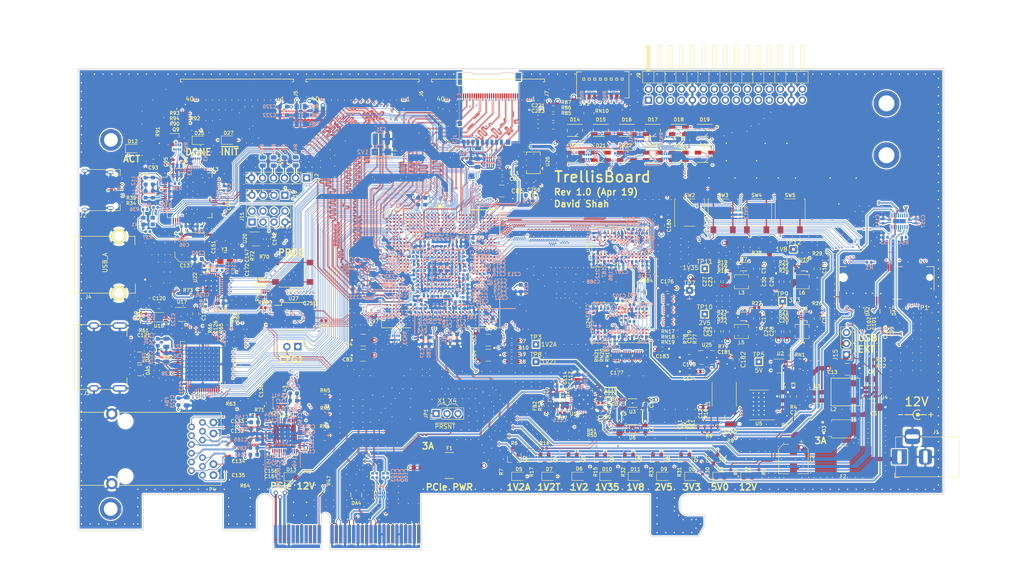
<source format=kicad_pcb>
(kicad_pcb (version 20171130) (host pcbnew 5.1.0)

  (general
    (thickness 1.6)
    (drawings 158)
    (tracks 47469)
    (zones 0)
    (modules 510)
    (nets 749)
  )

  (page A4)
  (layers
    (0 F.Cu signal)
    (1 In1.Cu signal)
    (2 In2.Cu signal)
    (3 In3.Cu signal)
    (4 In4.Cu signal)
    (5 In5.Cu signal)
    (6 In6.Cu signal)
    (31 B.Cu signal)
    (32 B.Adhes user)
    (33 F.Adhes user)
    (34 B.Paste user)
    (35 F.Paste user)
    (36 B.SilkS user)
    (37 F.SilkS user)
    (38 B.Mask user)
    (39 F.Mask user)
    (40 Dwgs.User user)
    (41 Cmts.User user)
    (42 Eco1.User user)
    (43 Eco2.User user)
    (44 Edge.Cuts user)
    (45 Margin user)
    (46 B.CrtYd user)
    (47 F.CrtYd user)
    (48 B.Fab user)
    (49 F.Fab user)
  )

  (setup
    (last_trace_width 0.0889)
    (user_trace_width 0.1)
    (user_trace_width 0.15)
    (user_trace_width 0.2)
    (user_trace_width 0.25)
    (user_trace_width 0.35)
    (user_trace_width 0.5)
    (user_trace_width 0.8)
    (user_trace_width 1)
    (trace_clearance 0.0889)
    (zone_clearance 0.15)
    (zone_45_only no)
    (trace_min 0.0889)
    (via_size 0.4)
    (via_drill 0.2)
    (via_min_size 0.4)
    (via_min_drill 0.2)
    (user_via 0.6 0.3)
    (user_via 0.8 0.5)
    (user_via 1 0.6)
    (user_via 1.5 1)
    (user_via 2 1.5)
    (uvia_size 0.3)
    (uvia_drill 0.1)
    (uvias_allowed no)
    (uvia_min_size 0.2)
    (uvia_min_drill 0.1)
    (edge_width 0.15)
    (segment_width 0.2)
    (pcb_text_width 0.3)
    (pcb_text_size 1.5 1.5)
    (mod_edge_width 0.15)
    (mod_text_size 1 1)
    (mod_text_width 0.15)
    (pad_size 1.524 1.524)
    (pad_drill 0.762)
    (pad_to_mask_clearance 0.051)
    (solder_mask_min_width 0.25)
    (aux_axis_origin 0 0)
    (visible_elements FFFDFFFF)
    (pcbplotparams
      (layerselection 0x010fc_ffffffff)
      (usegerberextensions false)
      (usegerberattributes false)
      (usegerberadvancedattributes false)
      (creategerberjobfile false)
      (excludeedgelayer true)
      (linewidth 0.100000)
      (plotframeref false)
      (viasonmask false)
      (mode 1)
      (useauxorigin false)
      (hpglpennumber 1)
      (hpglpenspeed 20)
      (hpglpendiameter 15.000000)
      (psnegative false)
      (psa4output false)
      (plotreference true)
      (plotvalue true)
      (plotinvisibletext false)
      (padsonsilk false)
      (subtractmaskfromsilk false)
      (outputformat 1)
      (mirror false)
      (drillshape 1)
      (scaleselection 1)
      (outputdirectory ""))
  )

  (net 0 "")
  (net 1 "/PCIe + SATA/DCU1_REFCLK-")
  (net 2 "/PCIe + SATA/DCU1_REFCLK+")
  (net 3 DDR3_A4)
  (net 4 DDR3_A6)
  (net 5 DDR3_A5)
  (net 6 DDR3_A7)
  (net 7 /DDR3/DDR3_VTT)
  (net 8 "Net-(R38-Pad2)")
  (net 9 +3V3)
  (net 10 /Power/1V2_EN)
  (net 11 /Power/2V5_EN)
  (net 12 /Power/1V35_EN)
  (net 13 "Net-(RN1-Pad4)")
  (net 14 +5V)
  (net 15 "Net-(RN1-Pad5)")
  (net 16 USD_D0)
  (net 17 USD_D3)
  (net 18 USD_CMD)
  (net 19 USD_D2)
  (net 20 "Net-(RN23-Pad1)")
  (net 21 GND)
  (net 22 "/FPGA IO/CFG0")
  (net 23 "Net-(RN23-Pad8)")
  (net 24 "/FPGA IO/CFG1")
  (net 25 "/FPGA IO/CFG2")
  (net 26 "/FPGA IO/FLASH_D3")
  (net 27 "/FPGA IO/FLASH_D1")
  (net 28 "/FPGA IO/FLASH_D2")
  (net 29 "/FPGA IO/FLASH_D0")
  (net 30 DDR3_WE)
  (net 31 DDR3_CKE)
  (net 32 DDR3_CS)
  (net 33 DDR3_ODT)
  (net 34 DDR3_CAS)
  (net 35 DDR3_BA2)
  (net 36 DDR3_RAS)
  (net 37 DDR3_BA1)
  (net 38 DDR3_A12)
  (net 39 DDR3_A14)
  (net 40 DDR3_A13)
  (net 41 DDR3_BA0)
  (net 42 DDR3_A11)
  (net 43 DDR3_A9)
  (net 44 DDR3_A10)
  (net 45 DDR3_A8)
  (net 46 DDR3_A0)
  (net 47 DDR3_A2)
  (net 48 DDR3_A1)
  (net 49 DDR3_A3)
  (net 50 "/HDMI, GbE, USB/ETH_LED2")
  (net 51 ETH_~RESET)
  (net 52 "/HDMI, GbE, USB/ETH_LED1")
  (net 53 RGMII_REF_CLK)
  (net 54 "Net-(D18-Pad4)")
  (net 55 "Net-(D20-Pad4)")
  (net 56 "Net-(D19-Pad4)")
  (net 57 "Net-(D21-Pad4)")
  (net 58 "Net-(D25-Pad4)")
  (net 59 "Net-(D23-Pad4)")
  (net 60 "Net-(D24-Pad4)")
  (net 61 "Net-(D22-Pad4)")
  (net 62 FTDI_D1_RX)
  (net 63 FTDI_~WR)
  (net 64 FTDI_~RD)
  (net 65 FTDI_~SIWU)
  (net 66 RGMII_RXD0)
  (net 67 RGMII_RXD2)
  (net 68 RGMII_RXD1)
  (net 69 RGMII_RXD3)
  (net 70 RGMII_RX_DV)
  (net 71 ETH_MDIO)
  (net 72 RGMII_RX_CLK)
  (net 73 ETH_INT_N)
  (net 74 "Net-(D17-Pad1)")
  (net 75 "Net-(D16-Pad1)")
  (net 76 "Net-(D14-Pad1)")
  (net 77 "Net-(D15-Pad1)")
  (net 78 DIP_SW1)
  (net 79 DIP_SW0)
  (net 80 DIP_SW2)
  (net 81 DIP_SW3)
  (net 82 DIP_SW7)
  (net 83 DIP_SW6)
  (net 84 DIP_SW4)
  (net 85 DIP_SW5)
  (net 86 "Net-(D14-Pad4)")
  (net 87 "Net-(D16-Pad4)")
  (net 88 "Net-(D15-Pad4)")
  (net 89 "Net-(D17-Pad4)")
  (net 90 "Net-(D21-Pad1)")
  (net 91 "Net-(D20-Pad1)")
  (net 92 "Net-(D18-Pad1)")
  (net 93 "Net-(D19-Pad1)")
  (net 94 BTN1)
  (net 95 BTN0)
  (net 96 BTN2)
  (net 97 BTN3)
  (net 98 "Net-(D25-Pad1)")
  (net 99 "Net-(D24-Pad1)")
  (net 100 "Net-(D22-Pad1)")
  (net 101 "Net-(D23-Pad1)")
  (net 102 "/FPGA IO/VCCIO7")
  (net 103 "Net-(R44-Pad2)")
  (net 104 JTAG_TDO)
  (net 105 JTAG_TDI)
  (net 106 "Net-(R43-Pad2)")
  (net 107 "Net-(R42-Pad2)")
  (net 108 JTAG_TCK)
  (net 109 JTAG_TMS)
  (net 110 "Net-(R45-Pad2)")
  (net 111 "/PCIe + SATA/CLKAUXO+")
  (net 112 +1V8)
  (net 113 +2V5)
  (net 114 "/PCIe + SATA/CLKAUXO-")
  (net 115 "/FPGA IO/VCCIO6")
  (net 116 CLK_SDA)
  (net 117 "Net-(R36-Pad2)")
  (net 118 FPGA_12MHz)
  (net 119 "/PCIe + SATA/PCIe_REFCLK+")
  (net 120 "/PCIe + SATA/PCIe_REFCLK-")
  (net 121 PCIe_12V)
  (net 122 "Net-(D13-Pad2)")
  (net 123 ~PERST)
  (net 124 "Net-(P3-PadA11)")
  (net 125 "Net-(D12-Pad2)")
  (net 126 "Net-(R40-Pad1)")
  (net 127 "Net-(R39-Pad1)")
  (net 128 "Net-(R38-Pad1)")
  (net 129 "Net-(R12-Pad2)")
  (net 130 "/PCIe + SATA/3V3_C")
  (net 131 "/PCIe + SATA/3V3_CA")
  (net 132 "Net-(R57-Pad1)")
  (net 133 "Net-(R58-Pad2)")
  (net 134 FABRIC_REFCLK)
  (net 135 "/HDMI, GbE, USB/PORT_SCL")
  (net 136 "/HDMI, GbE, USB/PORT_SDA")
  (net 137 "Net-(C121-Pad1)")
  (net 138 "Net-(R62-Pad1)")
  (net 139 /Power/3V3_PG)
  (net 140 "Net-(D27-Pad2)")
  (net 141 "/FPGA IO/~PROGRAM")
  (net 142 "Net-(R80-Pad1)")
  (net 143 "Net-(R81-Pad1)")
  (net 144 "/FPGA IO/FLASH_~CS")
  (net 145 "/FPGA IO/FLASH_CLK")
  (net 146 "/FPGA IO/DONE")
  (net 147 "Net-(Q9-Pad1)")
  (net 148 "Net-(D26-Pad2)")
  (net 149 "Net-(R79-Pad1)")
  (net 150 "/FPGA IO/~INIT")
  (net 151 "Net-(C9-Pad1)")
  (net 152 "Net-(C11-Pad1)")
  (net 153 "Net-(Q2-Pad3)")
  (net 154 "Net-(D5-Pad1)")
  (net 155 /Power/1V2_PG)
  (net 156 USD_D1)
  (net 157 USD_CLK)
  (net 158 "Net-(R97-Pad1)")
  (net 159 "Net-(Q2-Pad1)")
  (net 160 +1V2A)
  (net 161 "Net-(R5-Pad2)")
  (net 162 "Net-(D2-Pad2)")
  (net 163 "Net-(C7-Pad1)")
  (net 164 "Net-(D4-Pad2)")
  (net 165 +12V)
  (net 166 "Net-(R74-Pad1)")
  (net 167 "/Debug Interface/PORT_D-")
  (net 168 "/Debug Interface/FTDI_D-")
  (net 169 "/Debug Interface/FTDI_D+")
  (net 170 "/Debug Interface/PORT_D+")
  (net 171 "Net-(C22-Pad2)")
  (net 172 "Net-(R71-Pad2)")
  (net 173 "/HDMI, GbE, USB/USB_XO")
  (net 174 "/HDMI, GbE, USB/USB_XI")
  (net 175 "Net-(R73-Pad1)")
  (net 176 "/HDMI, GbE, USB/USBA_VBUS")
  (net 177 "/HDMI, GbE, USB/EXTVBUS")
  (net 178 DVI_SCL)
  (net 179 DVI_SDA)
  (net 180 CLK_SCL)
  (net 181 "Net-(R70-Pad1)")
  (net 182 "Net-(C175-Pad2)")
  (net 183 DDR3_CLK+)
  (net 184 "Net-(P4-Pad16)")
  (net 185 "Net-(R66-Pad1)")
  (net 186 "Net-(R65-Pad1)")
  (net 187 "/HDMI, GbE, USB/HDMI_HPD")
  (net 188 DDR3_CLK-)
  (net 189 "Net-(C179-Pad1)")
  (net 190 +1V35)
  (net 191 +1V2)
  (net 192 "Net-(D10-Pad2)")
  (net 193 "Net-(P4-Pad14)")
  (net 194 "Net-(C12-Pad2)")
  (net 195 "Net-(D6-Pad2)")
  (net 196 +1V2T)
  (net 197 "Net-(Q4-Pad1)")
  (net 198 "Net-(Q4-Pad3)")
  (net 199 "Net-(D7-Pad1)")
  (net 200 "Net-(C19-Pad2)")
  (net 201 "Net-(C20-Pad2)")
  (net 202 "Net-(C21-Pad2)")
  (net 203 "/Debug Interface/FTDI_12MHz")
  (net 204 "Net-(D11-Pad2)")
  (net 205 /Power/2V5_PG)
  (net 206 /Power/1V35_PG)
  (net 207 /Power/1V8_PG)
  (net 208 "Net-(D8-Pad2)")
  (net 209 "Net-(D9-Pad2)")
  (net 210 "Net-(C8-Pad2)")
  (net 211 "Net-(C8-Pad1)")
  (net 212 /Power/PWR_EN)
  (net 213 "/HDMI, GbE, USB/HDMI_5V")
  (net 214 "Net-(U17-Pad3)")
  (net 215 "Net-(D9-Pad1)")
  (net 216 "Net-(D11-Pad1)")
  (net 217 "Net-(D26-Pad1)")
  (net 218 "Net-(D2-Pad1)")
  (net 219 "Net-(D6-Pad1)")
  (net 220 "Net-(D10-Pad1)")
  (net 221 "Net-(D8-Pad1)")
  (net 222 "Net-(U1-Pad3)")
  (net 223 DDR3_Vref)
  (net 224 DDR3_Vtt_EN)
  (net 225 "Net-(U5-Pad2)")
  (net 226 "Net-(L1-Pad1)")
  (net 227 "Net-(C11-Pad2)")
  (net 228 "Net-(U13-Pad3)")
  (net 229 "/Debug Interface/Vphy")
  (net 230 "/Debug Interface/Vpll")
  (net 231 "/Debug Interface/JTAG_ACT")
  (net 232 "Net-(U13-Pad22)")
  (net 233 "Net-(U13-Pad23)")
  (net 234 "Net-(U13-Pad24)")
  (net 235 "Net-(U13-Pad26)")
  (net 236 "Net-(U13-Pad27)")
  (net 237 "Net-(U13-Pad28)")
  (net 238 "Net-(U13-Pad29)")
  (net 239 "Net-(U13-Pad30)")
  (net 240 "Net-(U13-Pad32)")
  (net 241 "Net-(U13-Pad33)")
  (net 242 "Net-(U13-Pad34)")
  (net 243 "Net-(U13-Pad36)")
  (net 244 FTDI_D0_TX)
  (net 245 FTDI_D2)
  (net 246 FTDI_D3)
  (net 247 FTDI_D4)
  (net 248 FTDI_D5)
  (net 249 FTDI_D6)
  (net 250 FTDI_D7)
  (net 251 FTDI_~RXF)
  (net 252 "Net-(U13-Pad49)")
  (net 253 "Net-(U13-Pad50)")
  (net 254 FTDI_~TXE)
  (net 255 "Net-(U13-Pad57)")
  (net 256 "Net-(U13-Pad58)")
  (net 257 "Net-(U13-Pad59)")
  (net 258 "Net-(U13-Pad60)")
  (net 259 "/HDMI, GbE, USB/DVI_DVDD")
  (net 260 DVI_DE)
  (net 261 DVI_HSYNC)
  (net 262 DVI_VSYNC)
  (net 263 "Net-(U19-Pad11)")
  (net 264 "/HDMI, GbE, USB/DVI_PVDD")
  (net 265 "/HDMI, GbE, USB/TMDS_CLK-")
  (net 266 "/HDMI, GbE, USB/TMDS_CLK+")
  (net 267 "/HDMI, GbE, USB/DVI_TVDD")
  (net 268 "/HDMI, GbE, USB/TMDS_D0-")
  (net 269 "/HDMI, GbE, USB/TMDS_D0+")
  (net 270 "/HDMI, GbE, USB/TMDS_D1-")
  (net 271 "/HDMI, GbE, USB/TMDS_D1+")
  (net 272 "/HDMI, GbE, USB/TMDS_D2-")
  (net 273 "/HDMI, GbE, USB/TMDS_D2+")
  (net 274 DVI_D23)
  (net 275 DVI_D22)
  (net 276 DVI_D21)
  (net 277 DVI_D20)
  (net 278 DVI_D19)
  (net 279 DVI_D18)
  (net 280 DVI_D17)
  (net 281 DVI_D16)
  (net 282 DVI_D15)
  (net 283 DVI_D14)
  (net 284 DVI_D13)
  (net 285 DVI_D12)
  (net 286 "Net-(U19-Pad49)")
  (net 287 DVI_D11)
  (net 288 DVI_D10)
  (net 289 DVI_D9)
  (net 290 DVI_D8)
  (net 291 DVI_D7)
  (net 292 DVI_D6)
  (net 293 DVI_CLK)
  (net 294 DVI_D5)
  (net 295 DVI_D4)
  (net 296 DVI_D3)
  (net 297 DVI_D2)
  (net 298 DVI_D1)
  (net 299 DVI_D0)
  (net 300 "/HDMI, GbE, USB/AVDDH")
  (net 301 "/HDMI, GbE, USB/MX4-")
  (net 302 "/HDMI, GbE, USB/MX4+")
  (net 303 "/HDMI, GbE, USB/AVDDL")
  (net 304 "/HDMI, GbE, USB/MX3-")
  (net 305 "/HDMI, GbE, USB/MX3+")
  (net 306 "/HDMI, GbE, USB/MX2-")
  (net 307 "/HDMI, GbE, USB/MX2+")
  (net 308 "/HDMI, GbE, USB/MX1-")
  (net 309 "/HDMI, GbE, USB/MX1+")
  (net 310 "Net-(U21-Pad13)")
  (net 311 RGMII_TXD0)
  (net 312 RGMII_TXD1)
  (net 313 RGMII_TXD2)
  (net 314 RGMII_TXD3)
  (net 315 RGMII_TX_CLK)
  (net 316 RGMII_TX_EN)
  (net 317 ETH_MDC)
  (net 318 "Net-(U21-Pad43)")
  (net 319 "/HDMI, GbE, USB/AVDDL_PLL")
  (net 320 "/HDMI, GbE, USB/ETH_XO")
  (net 321 "/HDMI, GbE, USB/ETH_XI")
  (net 322 "Net-(U21-Pad47)")
  (net 323 "Net-(U22-Pad3)")
  (net 324 "Net-(U22-Pad5)")
  (net 325 "/HDMI, GbE, USB/USBA_D+")
  (net 326 "/HDMI, GbE, USB/USBA_D-")
  (net 327 ULPI_RESET)
  (net 328 ULPI_NXT)
  (net 329 ULPI_DIR)
  (net 330 ULPI_STP)
  (net 331 ULPI_CLKO)
  (net 332 "/HDMI, GbE, USB/USB1V8")
  (net 333 ULPI_D7)
  (net 334 ULPI_D6)
  (net 335 ULPI_D5)
  (net 336 ULPI_D4)
  (net 337 ULPI_D3)
  (net 338 ULPI_D2)
  (net 339 ULPI_D1)
  (net 340 ULPI_D0)
  (net 341 "Net-(C117-Pad1)")
  (net 342 "Net-(C115-Pad2)")
  (net 343 CLK_SD_OE)
  (net 344 "/PCIe + SATA/1V8_C")
  (net 345 "Net-(U16-Pad16)")
  (net 346 "/PCIe + SATA/DCU0_REFCLK-")
  (net 347 "/PCIe + SATA/DCU0_REFCLK+")
  (net 348 "Net-(U16-Pad24)")
  (net 349 DDR3_DQ13)
  (net 350 DDR3_DQ15)
  (net 351 DDR3_DQ12)
  (net 352 DDR3_DQS1-)
  (net 353 DDR3_DQ14)
  (net 354 DDR3_DQ11)
  (net 355 DDR3_DQ9)
  (net 356 DDR3_DQS1+)
  (net 357 DDR3_DQ10)
  (net 358 DDR3_DM1)
  (net 359 DDR3_DQ8)
  (net 360 DDR3_DQ0)
  (net 361 DDR3_DM0)
  (net 362 DDR3_DQ2)
  (net 363 DDR3_DQS0+)
  (net 364 DDR3_DQ1)
  (net 365 DDR3_DQ3)
  (net 366 DDR3_DQ6)
  (net 367 DDR3_DQS0-)
  (net 368 DDR3_DQ4)
  (net 369 DDR3_DQ7)
  (net 370 DDR3_DQ5)
  (net 371 "Net-(U23-PadJ1)")
  (net 372 "Net-(U23-PadJ9)")
  (net 373 "Net-(U23-PadL1)")
  (net 374 "Net-(U23-PadL9)")
  (net 375 "Net-(U23-PadM7)")
  (net 376 DDR3_RESET)
  (net 377 "Net-(U24-PadM7)")
  (net 378 "Net-(U24-PadL9)")
  (net 379 "Net-(U24-PadL1)")
  (net 380 "Net-(U24-PadJ9)")
  (net 381 "Net-(U24-PadJ1)")
  (net 382 DDR3_DQ21)
  (net 383 DDR3_DQ23)
  (net 384 DDR3_DQ20)
  (net 385 DDR3_DQS2-)
  (net 386 DDR3_DQ22)
  (net 387 DDR3_DQ19)
  (net 388 DDR3_DQ17)
  (net 389 DDR3_DQS2+)
  (net 390 DDR3_DQ18)
  (net 391 DDR3_DM2)
  (net 392 DDR3_DQ16)
  (net 393 DDR3_DQ24)
  (net 394 DDR3_DM3)
  (net 395 DDR3_DQ26)
  (net 396 DDR3_DQS3+)
  (net 397 DDR3_DQ25)
  (net 398 DDR3_DQ27)
  (net 399 DDR3_DQ30)
  (net 400 DDR3_DQS3-)
  (net 401 DDR3_DQ28)
  (net 402 DDR3_DQ31)
  (net 403 DDR3_DQ29)
  (net 404 "Net-(X1-Pad1)")
  (net 405 "Net-(L4-Pad1)")
  (net 406 "Net-(L5-Pad1)")
  (net 407 "Net-(L3-Pad1)")
  (net 408 "Net-(L6-Pad1)")
  (net 409 "/FPGA Core Power/VCCHTX1")
  (net 410 "/FPGA Core Power/VCCHTX0")
  (net 411 "/FPGA Core Power/VCCA0")
  (net 412 "/FPGA Core Power/VCCAUX")
  (net 413 "/FPGA Core Power/VCCA1")
  (net 414 "/PCIe + SATA/DCU1_RX1-")
  (net 415 "/PCIe + SATA/DCU1_RX1+")
  (net 416 "/PCIe + SATA/DCU1_RX0-")
  (net 417 "/PCIe + SATA/DCU1_RX0+")
  (net 418 "/PCIe + SATA/PCIe_HSI0+")
  (net 419 "/PCIe + SATA/PCIe_HSI0-")
  (net 420 "/PCIe + SATA/PCIe_HSI1+")
  (net 421 "/PCIe + SATA/PCIe_HSI1-")
  (net 422 "/PCIe + SATA/DCU0_RX0+")
  (net 423 "/PCIe + SATA/DCU0_RX0-")
  (net 424 "/PCIe + SATA/DCU0_RX1+")
  (net 425 "/PCIe + SATA/DCU0_RX1-")
  (net 426 "Net-(U6-Pad2)")
  (net 427 "Net-(U6-Pad5)")
  (net 428 "Net-(U3-Pad5)")
  (net 429 "Net-(U3-Pad2)")
  (net 430 "Net-(U10-Pad4)")
  (net 431 "Net-(U9-Pad4)")
  (net 432 "Net-(U8-Pad4)")
  (net 433 "Net-(U7-Pad4)")
  (net 434 "Net-(J5-Pad38)")
  (net 435 "/FPGA IO/EXT0_11-")
  (net 436 "/FPGA IO/EXT0_11+")
  (net 437 "/FPGA IO/EXT0_10-")
  (net 438 "/FPGA IO/EXT0_10+")
  (net 439 "/FPGA IO/EXT0_9-")
  (net 440 "/FPGA IO/EXT0_9+")
  (net 441 "/FPGA IO/EXT0_8-")
  (net 442 "/FPGA IO/EXT0_8+")
  (net 443 "/FPGA IO/EXT0_7-")
  (net 444 "/FPGA IO/EXT0_7+")
  (net 445 "/FPGA IO/EXT0_6-")
  (net 446 "/FPGA IO/EXT0_6+")
  (net 447 "/FPGA IO/EXT0_5-")
  (net 448 "/FPGA IO/EXT0_5+")
  (net 449 "/FPGA IO/EXT0_4-")
  (net 450 "/FPGA IO/EXT0_4+")
  (net 451 "/FPGA IO/EXT0_3-")
  (net 452 "/FPGA IO/EXT0_3+")
  (net 453 "/FPGA IO/EXT0_2-")
  (net 454 "/FPGA IO/EXT0_2+")
  (net 455 "/FPGA IO/EXT0_1-")
  (net 456 "/FPGA IO/EXT0_1+")
  (net 457 "/FPGA IO/EXT0_0-")
  (net 458 "/FPGA IO/EXT0_0+")
  (net 459 "Net-(J6-Pad38)")
  (net 460 "/FPGA IO/EXT1_11-")
  (net 461 "/FPGA IO/EXT1_11+")
  (net 462 "/FPGA IO/EXT1_10-")
  (net 463 "/FPGA IO/EXT1_10+")
  (net 464 "/FPGA IO/EXT1_9-")
  (net 465 "/FPGA IO/EXT1_9+")
  (net 466 "/FPGA IO/EXT1_8-")
  (net 467 "/FPGA IO/EXT1_8+")
  (net 468 "/FPGA IO/EXT1_7-")
  (net 469 "/FPGA IO/EXT1_7+")
  (net 470 "/FPGA IO/EXT1_6-")
  (net 471 "/FPGA IO/EXT1_6+")
  (net 472 "/FPGA IO/EXT1_5-")
  (net 473 "/FPGA IO/EXT1_5+")
  (net 474 "/FPGA IO/EXT1_4-")
  (net 475 "/FPGA IO/EXT1_4+")
  (net 476 "/FPGA IO/EXT1_3-")
  (net 477 "/FPGA IO/EXT1_3+")
  (net 478 "/FPGA IO/EXT1_2-")
  (net 479 "/FPGA IO/EXT1_2+")
  (net 480 "/FPGA IO/EXT1_1-")
  (net 481 "/FPGA IO/EXT1_1+")
  (net 482 "/FPGA IO/EXT1_0-")
  (net 483 "/FPGA IO/EXT1_0+")
  (net 484 "/FPGA IO/EXT2_0+")
  (net 485 "/FPGA IO/EXT2_0-")
  (net 486 "/FPGA IO/EXT2_1+")
  (net 487 "/FPGA IO/EXT2_1-")
  (net 488 "/FPGA IO/EXT2_2+")
  (net 489 "/FPGA IO/EXT2_2-")
  (net 490 "/FPGA IO/EXT2_3+")
  (net 491 "/FPGA IO/EXT2_3-")
  (net 492 "/FPGA IO/EXT2_4+")
  (net 493 "/FPGA IO/EXT2_4-")
  (net 494 "/FPGA IO/EXT2_5+")
  (net 495 "/FPGA IO/EXT2_5-")
  (net 496 "/FPGA IO/EXT2_6+")
  (net 497 "/FPGA IO/EXT2_6-")
  (net 498 "/FPGA IO/EXT2_7+")
  (net 499 "/FPGA IO/EXT2_7-")
  (net 500 "/FPGA IO/EXT2_8+")
  (net 501 "/FPGA IO/EXT2_8-")
  (net 502 "/FPGA IO/EXT2_9+")
  (net 503 "/FPGA IO/EXT2_9-")
  (net 504 "/FPGA IO/EXT2_10+")
  (net 505 "/FPGA IO/EXT2_10-")
  (net 506 "/FPGA IO/EXT2_11+")
  (net 507 "/FPGA IO/EXT2_11-")
  (net 508 "Net-(J7-Pad38)")
  (net 509 "Net-(C132-Pad1)")
  (net 510 "Net-(C135-Pad1)")
  (net 511 "Net-(C133-Pad1)")
  (net 512 "Net-(C134-Pad1)")
  (net 513 "Net-(P3-PadB5)")
  (net 514 "Net-(P3-PadB6)")
  (net 515 "Net-(P3-PadB8)")
  (net 516 "Net-(P3-PadB9)")
  (net 517 "Net-(P3-PadB10)")
  (net 518 PCIe_~WAKE)
  (net 519 "Net-(P3-PadB12)")
  (net 520 "/PCIe + SATA/~PRSNT2~_X1")
  (net 521 "Net-(P3-PadB23)")
  (net 522 "Net-(P3-PadB24)")
  (net 523 "Net-(P3-PadB27)")
  (net 524 "Net-(P3-PadB28)")
  (net 525 "Net-(P3-PadB30)")
  (net 526 "/PCIe + SATA/~PRSNT2~_X4")
  (net 527 "/PCIe + SATA/~PRSNT1")
  (net 528 "Net-(P3-PadA5)")
  (net 529 "Net-(P3-PadA6)")
  (net 530 "Net-(P3-PadA7)")
  (net 531 "Net-(P3-PadA8)")
  (net 532 "Net-(P3-PadA9)")
  (net 533 "Net-(P3-PadA10)")
  (net 534 "Net-(P3-PadA19)")
  (net 535 "Net-(P3-PadA25)")
  (net 536 "Net-(P3-PadA26)")
  (net 537 "Net-(P3-PadA29)")
  (net 538 "Net-(P3-PadA30)")
  (net 539 "Net-(P3-PadA32)")
  (net 540 "Net-(U26-Pad1)")
  (net 541 "Net-(U26-Pad2)")
  (net 542 "/FPGA IO/CLK100+")
  (net 543 "/FPGA IO/CLK100-")
  (net 544 "Net-(J3-Pad14)")
  (net 545 "Net-(J3-Pad13)")
  (net 546 LED2)
  (net 547 LED11)
  (net 548 LED10)
  (net 549 LED0)
  (net 550 LED1)
  (net 551 LED3)
  (net 552 LED4)
  (net 553 LED5)
  (net 554 LED6)
  (net 555 LED7)
  (net 556 LED8)
  (net 557 LED9)
  (net 558 "Net-(F2-Pad2)")
  (net 559 "Net-(U15-PadR1)")
  (net 560 "Net-(U15-PadT2)")
  (net 561 "Net-(U15-PadAB2)")
  (net 562 "Net-(U15-PadAC2)")
  (net 563 "Net-(U15-PadAE2)")
  (net 564 "Net-(U15-PadAG2)")
  (net 565 "Net-(U15-PadA3)")
  (net 566 "Net-(U15-PadV3)")
  (net 567 "Net-(U15-PadW3)")
  (net 568 "Net-(U15-PadY3)")
  (net 569 "Net-(U15-PadAC3)")
  (net 570 "Net-(U15-PadAG3)")
  (net 571 "Net-(U15-PadAL3)")
  (net 572 "Net-(U15-PadB4)")
  (net 573 "Net-(U15-PadH4)")
  (net 574 "Net-(U15-PadAC4)")
  (net 575 "Net-(U15-PadA5)")
  (net 576 "Net-(U15-PadL5)")
  (net 577 "Net-(U15-PadW6)")
  (net 578 "Net-(U15-PadD7)")
  (net 579 "Net-(U15-PadE7)")
  (net 580 "Net-(U15-PadAE7)")
  (net 581 "Net-(U15-PadG9)")
  (net 582 "/PCIe + SATA/DCU0_TX0+")
  (net 583 "Net-(U15-PadG10)")
  (net 584 "/PCIe + SATA/DCU0_TX0-")
  (net 585 "Net-(U15-PadG11)")
  (net 586 "/PCIe + SATA/DCU0_TX1+")
  (net 587 "/PCIe + SATA/DCU0_TX1-")
  (net 588 "/FPGA IO/PMOD1_10")
  (net 589 "/FPGA IO/PMOD1_9")
  (net 590 "Net-(U15-PadG14)")
  (net 591 "Net-(U15-PadG15)")
  (net 592 "Net-(U15-PadAK15)")
  (net 593 "Net-(U15-PadG16)")
  (net 594 "Net-(U15-PadAK16)")
  (net 595 "Net-(U15-PadG17)")
  (net 596 "Net-(U15-PadG18)")
  (net 597 "/PCIe + SATA/DCU1_TX0+")
  (net 598 "Net-(U15-PadG19)")
  (net 599 "/PCIe + SATA/DCU1_TX0-")
  (net 600 "/FPGA IO/PMOD1_8")
  (net 601 "/FPGA IO/PMOD1_7")
  (net 602 "/PCIe + SATA/DCU1_TX1+")
  (net 603 "/PCIe + SATA/DCU1_TX1-")
  (net 604 "/FPGA IO/EXIO_5")
  (net 605 "/FPGA IO/EXIO_4")
  (net 606 "/FPGA IO/EXIO_3")
  (net 607 "Net-(U15-PadG22)")
  (net 608 "/FPGA IO/PMOD1_3")
  (net 609 "/FPGA IO/PMOD1_2")
  (net 610 "/FPGA IO/PMOD1_0")
  (net 611 "/FPGA IO/PMOD1_1")
  (net 612 "/FPGA IO/EXIO_2")
  (net 613 "Net-(U15-PadG23)")
  (net 614 "/FPGA IO/EXIO_1")
  (net 615 "/FPGA IO/PMOD0_10")
  (net 616 "/FPGA IO/EXIO_0")
  (net 617 "/FPGA IO/PMOD0_9")
  (net 618 "Net-(U15-PadG24)")
  (net 619 "Net-(U15-PadAG24)")
  (net 620 "Net-(U15-PadAK24)")
  (net 621 "/FPGA IO/PMOD0_8")
  (net 622 "/FPGA IO/PMOD0_3")
  (net 623 "/FPGA IO/PMOD0_7")
  (net 624 "/FPGA IO/PMOD0_2")
  (net 625 "/FPGA IO/PMOD0_1")
  (net 626 "Net-(U15-PadAK25)")
  (net 627 "/FPGA IO/PMOD0_0")
  (net 628 "Net-(U15-PadB26)")
  (net 629 "Net-(U15-PadE26)")
  (net 630 "Net-(U15-PadAE26)")
  (net 631 "Net-(U15-PadJ27)")
  (net 632 "Net-(U15-PadW27)")
  (net 633 "Net-(U15-PadC28)")
  (net 634 "Net-(U15-PadL28)")
  (net 635 "Net-(U15-PadAC28)")
  (net 636 "Net-(U15-PadH29)")
  (net 637 "Net-(U15-PadP29)")
  (net 638 "Net-(U15-PadAB29)")
  (net 639 "Net-(U15-PadAC29)")
  (net 640 "Net-(U15-PadAE29)")
  (net 641 "Net-(U15-PadAJ29)")
  (net 642 "Net-(U15-PadP30)")
  (net 643 "Net-(U15-PadR30)")
  (net 644 "Net-(U15-PadV30)")
  (net 645 "Net-(U15-PadAB30)")
  (net 646 "Net-(U15-PadAE30)")
  (net 647 "Net-(U15-PadAJ30)")
  (net 648 "Net-(U15-PadA31)")
  (net 649 "Net-(U15-PadAG31)")
  (net 650 "Net-(U15-PadAK31)")
  (net 651 "Net-(U15-PadAG32)")
  (net 652 "Net-(U15-PadAD27)")
  (net 653 "Net-(U15-PadF30)")
  (net 654 "Net-(U15-PadN27)")
  (net 655 "Net-(U15-PadU29)")
  (net 656 "Net-(U15-PadW1)")
  (net 657 "Net-(U15-PadV1)")
  (net 658 "Net-(U15-PadY7)")
  (net 659 "Net-(U15-PadY6)")
  (net 660 "Net-(U15-PadAC5)")
  (net 661 "Net-(U15-PadAD4)")
  (net 662 "Net-(U15-PadY4)")
  (net 663 "Net-(U15-PadW4)")
  (net 664 "Net-(U15-PadJ4)")
  (net 665 "Net-(U15-PadL3)")
  (net 666 "Net-(U15-PadL2)")
  (net 667 "Net-(U15-PadK2)")
  (net 668 "Net-(U15-PadL1)")
  (net 669 "Net-(U15-PadK1)")
  (net 670 "Net-(U15-PadJ1)")
  (net 671 "Net-(U15-PadD1)")
  (net 672 "Net-(U15-PadC1)")
  (net 673 "Net-(U15-PadF2)")
  (net 674 "Net-(U15-PadE1)")
  (net 675 "Net-(U15-PadE4)")
  (net 676 "Net-(U15-PadD4)")
  (net 677 "Net-(P1-Pad52)")
  (net 678 M2_CLKSEL)
  (net 679 "Net-(R54-Pad1)")
  (net 680 "/PCIe + SATA/M2_REFCLK+")
  (net 681 "/PCIe + SATA/M2_REFCLK-")
  (net 682 "Net-(U11-Pad17)")
  (net 683 "Net-(U11-Pad16)")
  (net 684 "/PCIe + SATA/CLKREFO+")
  (net 685 "/PCIe + SATA/CLKREFO-")
  (net 686 "/PCIe + SATA/M2_RX0+")
  (net 687 "/PCIe + SATA/M2_RX0-")
  (net 688 "/PCIe + SATA/M2_RX1+")
  (net 689 "/PCIe + SATA/M2_RX1-")
  (net 690 M2_CTS)
  (net 691 M2_RTS)
  (net 692 M2_SDIO_D0)
  (net 693 M2_TXD)
  (net 694 M2_SDIO_D3)
  (net 695 M2_SDIO_D2)
  (net 696 M2_SDIO_D1)
  (net 697 M2_SDIO_CLK)
  (net 698 M2_SDIO_CMD)
  (net 699 "Net-(P1-Pad3)")
  (net 700 "Net-(P1-Pad5)")
  (net 701 "Net-(P1-Pad6)")
  (net 702 "Net-(P1-Pad8)")
  (net 703 "Net-(P1-Pad10)")
  (net 704 "Net-(P1-Pad12)")
  (net 705 "Net-(P1-Pad14)")
  (net 706 "Net-(P1-Pad16)")
  (net 707 "Net-(P1-Pad20)")
  (net 708 "Net-(P1-Pad21)")
  (net 709 "Net-(P1-Pad23)")
  (net 710 "Net-(P1-Pad38)")
  (net 711 "Net-(P1-Pad40)")
  (net 712 "Net-(P1-Pad42)")
  (net 713 "Net-(P1-Pad44)")
  (net 714 "Net-(P1-Pad46)")
  (net 715 "Net-(P1-Pad48)")
  (net 716 "Net-(P1-Pad50)")
  (net 717 "Net-(P1-Pad53)")
  (net 718 "Net-(P1-Pad54)")
  (net 719 "Net-(P1-Pad55)")
  (net 720 "Net-(P1-Pad56)")
  (net 721 "Net-(P1-Pad58)")
  (net 722 "Net-(P1-Pad60)")
  (net 723 "Net-(P1-Pad62)")
  (net 724 "Net-(P1-Pad64)")
  (net 725 "Net-(P1-Pad66)")
  (net 726 "Net-(P1-Pad68)")
  (net 727 "Net-(P1-Pad70)")
  (net 728 "Net-(C258-Pad1)")
  (net 729 M2_RXD)
  (net 730 "Net-(U15-PadA4)")
  (net 731 "Net-(RN2-Pad4)")
  (net 732 "Net-(RN2-Pad2)")
  (net 733 "Net-(RN2-Pad3)")
  (net 734 "Net-(C260-Pad1)")
  (net 735 "Net-(C13-Pad1)")
  (net 736 USB_5V)
  (net 737 "Net-(J2-PadB11)")
  (net 738 "Net-(J2-PadB10)")
  (net 739 "Net-(J2-PadB8)")
  (net 740 "Net-(J2-PadB5)")
  (net 741 "Net-(J2-PadB3)")
  (net 742 "Net-(J2-PadB2)")
  (net 743 "Net-(J2-PadA11)")
  (net 744 "Net-(J2-PadA8)")
  (net 745 "Net-(J2-PadA10)")
  (net 746 "Net-(J2-PadA5)")
  (net 747 "Net-(J2-PadA3)")
  (net 748 "Net-(J2-PadA2)")

  (net_class Default "This is the default net class."
    (clearance 0.0889)
    (trace_width 0.0889)
    (via_dia 0.4)
    (via_drill 0.2)
    (uvia_dia 0.3)
    (uvia_drill 0.1)
    (diff_pair_width 0.11)
    (diff_pair_gap 0.11)
    (add_net +12V)
    (add_net +1V2)
    (add_net +1V2A)
    (add_net +1V2T)
    (add_net +1V35)
    (add_net +1V8)
    (add_net +2V5)
    (add_net +3V3)
    (add_net +5V)
    (add_net /DDR3/DDR3_VTT)
    (add_net "/Debug Interface/FTDI_12MHz")
    (add_net "/Debug Interface/FTDI_D+")
    (add_net "/Debug Interface/FTDI_D-")
    (add_net "/Debug Interface/JTAG_ACT")
    (add_net "/Debug Interface/PORT_D+")
    (add_net "/Debug Interface/PORT_D-")
    (add_net "/Debug Interface/Vphy")
    (add_net "/Debug Interface/Vpll")
    (add_net "/FPGA Core Power/VCCA0")
    (add_net "/FPGA Core Power/VCCA1")
    (add_net "/FPGA Core Power/VCCAUX")
    (add_net "/FPGA Core Power/VCCHTX0")
    (add_net "/FPGA Core Power/VCCHTX1")
    (add_net "/FPGA IO/CFG0")
    (add_net "/FPGA IO/CFG1")
    (add_net "/FPGA IO/CFG2")
    (add_net "/FPGA IO/CLK100+")
    (add_net "/FPGA IO/CLK100-")
    (add_net "/FPGA IO/DONE")
    (add_net "/FPGA IO/EXIO_0")
    (add_net "/FPGA IO/EXIO_1")
    (add_net "/FPGA IO/EXIO_2")
    (add_net "/FPGA IO/EXIO_3")
    (add_net "/FPGA IO/EXIO_4")
    (add_net "/FPGA IO/EXIO_5")
    (add_net "/FPGA IO/EXT0_0+")
    (add_net "/FPGA IO/EXT0_0-")
    (add_net "/FPGA IO/EXT0_1+")
    (add_net "/FPGA IO/EXT0_1-")
    (add_net "/FPGA IO/EXT0_10+")
    (add_net "/FPGA IO/EXT0_10-")
    (add_net "/FPGA IO/EXT0_11+")
    (add_net "/FPGA IO/EXT0_11-")
    (add_net "/FPGA IO/EXT0_2+")
    (add_net "/FPGA IO/EXT0_2-")
    (add_net "/FPGA IO/EXT0_3+")
    (add_net "/FPGA IO/EXT0_3-")
    (add_net "/FPGA IO/EXT0_4+")
    (add_net "/FPGA IO/EXT0_4-")
    (add_net "/FPGA IO/EXT0_5+")
    (add_net "/FPGA IO/EXT0_5-")
    (add_net "/FPGA IO/EXT0_6+")
    (add_net "/FPGA IO/EXT0_6-")
    (add_net "/FPGA IO/EXT0_7+")
    (add_net "/FPGA IO/EXT0_7-")
    (add_net "/FPGA IO/EXT0_8+")
    (add_net "/FPGA IO/EXT0_8-")
    (add_net "/FPGA IO/EXT0_9+")
    (add_net "/FPGA IO/EXT0_9-")
    (add_net "/FPGA IO/EXT1_0+")
    (add_net "/FPGA IO/EXT1_0-")
    (add_net "/FPGA IO/EXT1_1+")
    (add_net "/FPGA IO/EXT1_1-")
    (add_net "/FPGA IO/EXT1_10+")
    (add_net "/FPGA IO/EXT1_10-")
    (add_net "/FPGA IO/EXT1_11+")
    (add_net "/FPGA IO/EXT1_11-")
    (add_net "/FPGA IO/EXT1_2+")
    (add_net "/FPGA IO/EXT1_2-")
    (add_net "/FPGA IO/EXT1_3+")
    (add_net "/FPGA IO/EXT1_3-")
    (add_net "/FPGA IO/EXT1_4+")
    (add_net "/FPGA IO/EXT1_4-")
    (add_net "/FPGA IO/EXT1_5+")
    (add_net "/FPGA IO/EXT1_5-")
    (add_net "/FPGA IO/EXT1_6+")
    (add_net "/FPGA IO/EXT1_6-")
    (add_net "/FPGA IO/EXT1_7+")
    (add_net "/FPGA IO/EXT1_7-")
    (add_net "/FPGA IO/EXT1_8+")
    (add_net "/FPGA IO/EXT1_8-")
    (add_net "/FPGA IO/EXT1_9+")
    (add_net "/FPGA IO/EXT1_9-")
    (add_net "/FPGA IO/EXT2_0+")
    (add_net "/FPGA IO/EXT2_0-")
    (add_net "/FPGA IO/EXT2_1+")
    (add_net "/FPGA IO/EXT2_1-")
    (add_net "/FPGA IO/EXT2_10+")
    (add_net "/FPGA IO/EXT2_10-")
    (add_net "/FPGA IO/EXT2_11+")
    (add_net "/FPGA IO/EXT2_11-")
    (add_net "/FPGA IO/EXT2_2+")
    (add_net "/FPGA IO/EXT2_2-")
    (add_net "/FPGA IO/EXT2_3+")
    (add_net "/FPGA IO/EXT2_3-")
    (add_net "/FPGA IO/EXT2_4+")
    (add_net "/FPGA IO/EXT2_4-")
    (add_net "/FPGA IO/EXT2_5+")
    (add_net "/FPGA IO/EXT2_5-")
    (add_net "/FPGA IO/EXT2_6+")
    (add_net "/FPGA IO/EXT2_6-")
    (add_net "/FPGA IO/EXT2_7+")
    (add_net "/FPGA IO/EXT2_7-")
    (add_net "/FPGA IO/EXT2_8+")
    (add_net "/FPGA IO/EXT2_8-")
    (add_net "/FPGA IO/EXT2_9+")
    (add_net "/FPGA IO/EXT2_9-")
    (add_net "/FPGA IO/FLASH_CLK")
    (add_net "/FPGA IO/FLASH_D0")
    (add_net "/FPGA IO/FLASH_D1")
    (add_net "/FPGA IO/FLASH_D2")
    (add_net "/FPGA IO/FLASH_D3")
    (add_net "/FPGA IO/FLASH_~CS")
    (add_net "/FPGA IO/PMOD0_0")
    (add_net "/FPGA IO/PMOD0_1")
    (add_net "/FPGA IO/PMOD0_10")
    (add_net "/FPGA IO/PMOD0_2")
    (add_net "/FPGA IO/PMOD0_3")
    (add_net "/FPGA IO/PMOD0_7")
    (add_net "/FPGA IO/PMOD0_8")
    (add_net "/FPGA IO/PMOD0_9")
    (add_net "/FPGA IO/PMOD1_0")
    (add_net "/FPGA IO/PMOD1_1")
    (add_net "/FPGA IO/PMOD1_10")
    (add_net "/FPGA IO/PMOD1_2")
    (add_net "/FPGA IO/PMOD1_3")
    (add_net "/FPGA IO/PMOD1_7")
    (add_net "/FPGA IO/PMOD1_8")
    (add_net "/FPGA IO/PMOD1_9")
    (add_net "/FPGA IO/VCCIO6")
    (add_net "/FPGA IO/VCCIO7")
    (add_net "/FPGA IO/~INIT")
    (add_net "/FPGA IO/~PROGRAM")
    (add_net "/HDMI, GbE, USB/AVDDH")
    (add_net "/HDMI, GbE, USB/AVDDL")
    (add_net "/HDMI, GbE, USB/AVDDL_PLL")
    (add_net "/HDMI, GbE, USB/DVI_DVDD")
    (add_net "/HDMI, GbE, USB/DVI_PVDD")
    (add_net "/HDMI, GbE, USB/DVI_TVDD")
    (add_net "/HDMI, GbE, USB/ETH_LED1")
    (add_net "/HDMI, GbE, USB/ETH_LED2")
    (add_net "/HDMI, GbE, USB/ETH_XI")
    (add_net "/HDMI, GbE, USB/ETH_XO")
    (add_net "/HDMI, GbE, USB/EXTVBUS")
    (add_net "/HDMI, GbE, USB/HDMI_5V")
    (add_net "/HDMI, GbE, USB/HDMI_HPD")
    (add_net "/HDMI, GbE, USB/MX1+")
    (add_net "/HDMI, GbE, USB/MX1-")
    (add_net "/HDMI, GbE, USB/MX2+")
    (add_net "/HDMI, GbE, USB/MX2-")
    (add_net "/HDMI, GbE, USB/MX3+")
    (add_net "/HDMI, GbE, USB/MX3-")
    (add_net "/HDMI, GbE, USB/MX4+")
    (add_net "/HDMI, GbE, USB/MX4-")
    (add_net "/HDMI, GbE, USB/PORT_SCL")
    (add_net "/HDMI, GbE, USB/PORT_SDA")
    (add_net "/HDMI, GbE, USB/TMDS_CLK+")
    (add_net "/HDMI, GbE, USB/TMDS_CLK-")
    (add_net "/HDMI, GbE, USB/TMDS_D0+")
    (add_net "/HDMI, GbE, USB/TMDS_D0-")
    (add_net "/HDMI, GbE, USB/TMDS_D1+")
    (add_net "/HDMI, GbE, USB/TMDS_D1-")
    (add_net "/HDMI, GbE, USB/TMDS_D2+")
    (add_net "/HDMI, GbE, USB/TMDS_D2-")
    (add_net "/HDMI, GbE, USB/USB1V8")
    (add_net "/HDMI, GbE, USB/USBA_D+")
    (add_net "/HDMI, GbE, USB/USBA_D-")
    (add_net "/HDMI, GbE, USB/USBA_VBUS")
    (add_net "/HDMI, GbE, USB/USB_XI")
    (add_net "/HDMI, GbE, USB/USB_XO")
    (add_net "/PCIe + SATA/1V8_C")
    (add_net "/PCIe + SATA/3V3_C")
    (add_net "/PCIe + SATA/3V3_CA")
    (add_net "/PCIe + SATA/CLKAUXO+")
    (add_net "/PCIe + SATA/CLKAUXO-")
    (add_net "/PCIe + SATA/CLKREFO+")
    (add_net "/PCIe + SATA/CLKREFO-")
    (add_net "/PCIe + SATA/DCU0_REFCLK+")
    (add_net "/PCIe + SATA/DCU0_REFCLK-")
    (add_net "/PCIe + SATA/DCU0_RX0+")
    (add_net "/PCIe + SATA/DCU0_RX0-")
    (add_net "/PCIe + SATA/DCU0_RX1+")
    (add_net "/PCIe + SATA/DCU0_RX1-")
    (add_net "/PCIe + SATA/DCU0_TX0+")
    (add_net "/PCIe + SATA/DCU0_TX0-")
    (add_net "/PCIe + SATA/DCU0_TX1+")
    (add_net "/PCIe + SATA/DCU0_TX1-")
    (add_net "/PCIe + SATA/DCU1_REFCLK+")
    (add_net "/PCIe + SATA/DCU1_REFCLK-")
    (add_net "/PCIe + SATA/DCU1_RX0+")
    (add_net "/PCIe + SATA/DCU1_RX0-")
    (add_net "/PCIe + SATA/DCU1_RX1+")
    (add_net "/PCIe + SATA/DCU1_RX1-")
    (add_net "/PCIe + SATA/DCU1_TX0+")
    (add_net "/PCIe + SATA/DCU1_TX0-")
    (add_net "/PCIe + SATA/DCU1_TX1+")
    (add_net "/PCIe + SATA/DCU1_TX1-")
    (add_net "/PCIe + SATA/M2_REFCLK+")
    (add_net "/PCIe + SATA/M2_REFCLK-")
    (add_net "/PCIe + SATA/M2_RX0+")
    (add_net "/PCIe + SATA/M2_RX0-")
    (add_net "/PCIe + SATA/M2_RX1+")
    (add_net "/PCIe + SATA/M2_RX1-")
    (add_net "/PCIe + SATA/PCIe_HSI0+")
    (add_net "/PCIe + SATA/PCIe_HSI0-")
    (add_net "/PCIe + SATA/PCIe_HSI1+")
    (add_net "/PCIe + SATA/PCIe_HSI1-")
    (add_net "/PCIe + SATA/PCIe_REFCLK+")
    (add_net "/PCIe + SATA/PCIe_REFCLK-")
    (add_net "/PCIe + SATA/~PRSNT1")
    (add_net "/PCIe + SATA/~PRSNT2~_X1")
    (add_net "/PCIe + SATA/~PRSNT2~_X4")
    (add_net /Power/1V2_EN)
    (add_net /Power/1V2_PG)
    (add_net /Power/1V35_EN)
    (add_net /Power/1V35_PG)
    (add_net /Power/1V8_PG)
    (add_net /Power/2V5_EN)
    (add_net /Power/2V5_PG)
    (add_net /Power/3V3_PG)
    (add_net /Power/PWR_EN)
    (add_net BTN0)
    (add_net BTN1)
    (add_net BTN2)
    (add_net BTN3)
    (add_net CLK_SCL)
    (add_net CLK_SDA)
    (add_net CLK_SD_OE)
    (add_net DDR3_A0)
    (add_net DDR3_A1)
    (add_net DDR3_A10)
    (add_net DDR3_A11)
    (add_net DDR3_A12)
    (add_net DDR3_A13)
    (add_net DDR3_A14)
    (add_net DDR3_A2)
    (add_net DDR3_A3)
    (add_net DDR3_A4)
    (add_net DDR3_A5)
    (add_net DDR3_A6)
    (add_net DDR3_A7)
    (add_net DDR3_A8)
    (add_net DDR3_A9)
    (add_net DDR3_BA0)
    (add_net DDR3_BA1)
    (add_net DDR3_BA2)
    (add_net DDR3_CAS)
    (add_net DDR3_CKE)
    (add_net DDR3_CLK+)
    (add_net DDR3_CLK-)
    (add_net DDR3_CS)
    (add_net DDR3_DM0)
    (add_net DDR3_DM1)
    (add_net DDR3_DM2)
    (add_net DDR3_DM3)
    (add_net DDR3_DQ0)
    (add_net DDR3_DQ1)
    (add_net DDR3_DQ10)
    (add_net DDR3_DQ11)
    (add_net DDR3_DQ12)
    (add_net DDR3_DQ13)
    (add_net DDR3_DQ14)
    (add_net DDR3_DQ15)
    (add_net DDR3_DQ16)
    (add_net DDR3_DQ17)
    (add_net DDR3_DQ18)
    (add_net DDR3_DQ19)
    (add_net DDR3_DQ2)
    (add_net DDR3_DQ20)
    (add_net DDR3_DQ21)
    (add_net DDR3_DQ22)
    (add_net DDR3_DQ23)
    (add_net DDR3_DQ24)
    (add_net DDR3_DQ25)
    (add_net DDR3_DQ26)
    (add_net DDR3_DQ27)
    (add_net DDR3_DQ28)
    (add_net DDR3_DQ29)
    (add_net DDR3_DQ3)
    (add_net DDR3_DQ30)
    (add_net DDR3_DQ31)
    (add_net DDR3_DQ4)
    (add_net DDR3_DQ5)
    (add_net DDR3_DQ6)
    (add_net DDR3_DQ7)
    (add_net DDR3_DQ8)
    (add_net DDR3_DQ9)
    (add_net DDR3_DQS0+)
    (add_net DDR3_DQS0-)
    (add_net DDR3_DQS1+)
    (add_net DDR3_DQS1-)
    (add_net DDR3_DQS2+)
    (add_net DDR3_DQS2-)
    (add_net DDR3_DQS3+)
    (add_net DDR3_DQS3-)
    (add_net DDR3_ODT)
    (add_net DDR3_RAS)
    (add_net DDR3_RESET)
    (add_net DDR3_Vref)
    (add_net DDR3_Vtt_EN)
    (add_net DDR3_WE)
    (add_net DIP_SW0)
    (add_net DIP_SW1)
    (add_net DIP_SW2)
    (add_net DIP_SW3)
    (add_net DIP_SW4)
    (add_net DIP_SW5)
    (add_net DIP_SW6)
    (add_net DIP_SW7)
    (add_net DVI_CLK)
    (add_net DVI_D0)
    (add_net DVI_D1)
    (add_net DVI_D10)
    (add_net DVI_D11)
    (add_net DVI_D12)
    (add_net DVI_D13)
    (add_net DVI_D14)
    (add_net DVI_D15)
    (add_net DVI_D16)
    (add_net DVI_D17)
    (add_net DVI_D18)
    (add_net DVI_D19)
    (add_net DVI_D2)
    (add_net DVI_D20)
    (add_net DVI_D21)
    (add_net DVI_D22)
    (add_net DVI_D23)
    (add_net DVI_D3)
    (add_net DVI_D4)
    (add_net DVI_D5)
    (add_net DVI_D6)
    (add_net DVI_D7)
    (add_net DVI_D8)
    (add_net DVI_D9)
    (add_net DVI_DE)
    (add_net DVI_HSYNC)
    (add_net DVI_SCL)
    (add_net DVI_SDA)
    (add_net DVI_VSYNC)
    (add_net ETH_INT_N)
    (add_net ETH_MDC)
    (add_net ETH_MDIO)
    (add_net ETH_~RESET)
    (add_net FABRIC_REFCLK)
    (add_net FPGA_12MHz)
    (add_net FTDI_D0_TX)
    (add_net FTDI_D1_RX)
    (add_net FTDI_D2)
    (add_net FTDI_D3)
    (add_net FTDI_D4)
    (add_net FTDI_D5)
    (add_net FTDI_D6)
    (add_net FTDI_D7)
    (add_net FTDI_~RD)
    (add_net FTDI_~RXF)
    (add_net FTDI_~SIWU)
    (add_net FTDI_~TXE)
    (add_net FTDI_~WR)
    (add_net GND)
    (add_net JTAG_TCK)
    (add_net JTAG_TDI)
    (add_net JTAG_TDO)
    (add_net JTAG_TMS)
    (add_net LED0)
    (add_net LED1)
    (add_net LED10)
    (add_net LED11)
    (add_net LED2)
    (add_net LED3)
    (add_net LED4)
    (add_net LED5)
    (add_net LED6)
    (add_net LED7)
    (add_net LED8)
    (add_net LED9)
    (add_net M2_CLKSEL)
    (add_net M2_CTS)
    (add_net M2_RTS)
    (add_net M2_RXD)
    (add_net M2_SDIO_CLK)
    (add_net M2_SDIO_CMD)
    (add_net M2_SDIO_D0)
    (add_net M2_SDIO_D1)
    (add_net M2_SDIO_D2)
    (add_net M2_SDIO_D3)
    (add_net M2_TXD)
    (add_net "Net-(C11-Pad1)")
    (add_net "Net-(C11-Pad2)")
    (add_net "Net-(C115-Pad2)")
    (add_net "Net-(C117-Pad1)")
    (add_net "Net-(C12-Pad2)")
    (add_net "Net-(C121-Pad1)")
    (add_net "Net-(C13-Pad1)")
    (add_net "Net-(C132-Pad1)")
    (add_net "Net-(C133-Pad1)")
    (add_net "Net-(C134-Pad1)")
    (add_net "Net-(C135-Pad1)")
    (add_net "Net-(C175-Pad2)")
    (add_net "Net-(C179-Pad1)")
    (add_net "Net-(C19-Pad2)")
    (add_net "Net-(C20-Pad2)")
    (add_net "Net-(C21-Pad2)")
    (add_net "Net-(C22-Pad2)")
    (add_net "Net-(C258-Pad1)")
    (add_net "Net-(C260-Pad1)")
    (add_net "Net-(C7-Pad1)")
    (add_net "Net-(C8-Pad1)")
    (add_net "Net-(C8-Pad2)")
    (add_net "Net-(C9-Pad1)")
    (add_net "Net-(D10-Pad1)")
    (add_net "Net-(D10-Pad2)")
    (add_net "Net-(D11-Pad1)")
    (add_net "Net-(D11-Pad2)")
    (add_net "Net-(D12-Pad2)")
    (add_net "Net-(D13-Pad2)")
    (add_net "Net-(D14-Pad1)")
    (add_net "Net-(D14-Pad4)")
    (add_net "Net-(D15-Pad1)")
    (add_net "Net-(D15-Pad4)")
    (add_net "Net-(D16-Pad1)")
    (add_net "Net-(D16-Pad4)")
    (add_net "Net-(D17-Pad1)")
    (add_net "Net-(D17-Pad4)")
    (add_net "Net-(D18-Pad1)")
    (add_net "Net-(D18-Pad4)")
    (add_net "Net-(D19-Pad1)")
    (add_net "Net-(D19-Pad4)")
    (add_net "Net-(D2-Pad1)")
    (add_net "Net-(D2-Pad2)")
    (add_net "Net-(D20-Pad1)")
    (add_net "Net-(D20-Pad4)")
    (add_net "Net-(D21-Pad1)")
    (add_net "Net-(D21-Pad4)")
    (add_net "Net-(D22-Pad1)")
    (add_net "Net-(D22-Pad4)")
    (add_net "Net-(D23-Pad1)")
    (add_net "Net-(D23-Pad4)")
    (add_net "Net-(D24-Pad1)")
    (add_net "Net-(D24-Pad4)")
    (add_net "Net-(D25-Pad1)")
    (add_net "Net-(D25-Pad4)")
    (add_net "Net-(D26-Pad1)")
    (add_net "Net-(D26-Pad2)")
    (add_net "Net-(D27-Pad2)")
    (add_net "Net-(D4-Pad2)")
    (add_net "Net-(D5-Pad1)")
    (add_net "Net-(D6-Pad1)")
    (add_net "Net-(D6-Pad2)")
    (add_net "Net-(D7-Pad1)")
    (add_net "Net-(D8-Pad1)")
    (add_net "Net-(D8-Pad2)")
    (add_net "Net-(D9-Pad1)")
    (add_net "Net-(D9-Pad2)")
    (add_net "Net-(F2-Pad2)")
    (add_net "Net-(J2-PadA10)")
    (add_net "Net-(J2-PadA11)")
    (add_net "Net-(J2-PadA2)")
    (add_net "Net-(J2-PadA3)")
    (add_net "Net-(J2-PadA5)")
    (add_net "Net-(J2-PadA8)")
    (add_net "Net-(J2-PadB10)")
    (add_net "Net-(J2-PadB11)")
    (add_net "Net-(J2-PadB2)")
    (add_net "Net-(J2-PadB3)")
    (add_net "Net-(J2-PadB5)")
    (add_net "Net-(J2-PadB8)")
    (add_net "Net-(J3-Pad13)")
    (add_net "Net-(J3-Pad14)")
    (add_net "Net-(J5-Pad38)")
    (add_net "Net-(J6-Pad38)")
    (add_net "Net-(J7-Pad38)")
    (add_net "Net-(L1-Pad1)")
    (add_net "Net-(L3-Pad1)")
    (add_net "Net-(L4-Pad1)")
    (add_net "Net-(L5-Pad1)")
    (add_net "Net-(L6-Pad1)")
    (add_net "Net-(P1-Pad10)")
    (add_net "Net-(P1-Pad12)")
    (add_net "Net-(P1-Pad14)")
    (add_net "Net-(P1-Pad16)")
    (add_net "Net-(P1-Pad20)")
    (add_net "Net-(P1-Pad21)")
    (add_net "Net-(P1-Pad23)")
    (add_net "Net-(P1-Pad3)")
    (add_net "Net-(P1-Pad38)")
    (add_net "Net-(P1-Pad40)")
    (add_net "Net-(P1-Pad42)")
    (add_net "Net-(P1-Pad44)")
    (add_net "Net-(P1-Pad46)")
    (add_net "Net-(P1-Pad48)")
    (add_net "Net-(P1-Pad5)")
    (add_net "Net-(P1-Pad50)")
    (add_net "Net-(P1-Pad52)")
    (add_net "Net-(P1-Pad53)")
    (add_net "Net-(P1-Pad54)")
    (add_net "Net-(P1-Pad55)")
    (add_net "Net-(P1-Pad56)")
    (add_net "Net-(P1-Pad58)")
    (add_net "Net-(P1-Pad6)")
    (add_net "Net-(P1-Pad60)")
    (add_net "Net-(P1-Pad62)")
    (add_net "Net-(P1-Pad64)")
    (add_net "Net-(P1-Pad66)")
    (add_net "Net-(P1-Pad68)")
    (add_net "Net-(P1-Pad70)")
    (add_net "Net-(P1-Pad8)")
    (add_net "Net-(P3-PadA10)")
    (add_net "Net-(P3-PadA11)")
    (add_net "Net-(P3-PadA19)")
    (add_net "Net-(P3-PadA25)")
    (add_net "Net-(P3-PadA26)")
    (add_net "Net-(P3-PadA29)")
    (add_net "Net-(P3-PadA30)")
    (add_net "Net-(P3-PadA32)")
    (add_net "Net-(P3-PadA5)")
    (add_net "Net-(P3-PadA6)")
    (add_net "Net-(P3-PadA7)")
    (add_net "Net-(P3-PadA8)")
    (add_net "Net-(P3-PadA9)")
    (add_net "Net-(P3-PadB10)")
    (add_net "Net-(P3-PadB12)")
    (add_net "Net-(P3-PadB23)")
    (add_net "Net-(P3-PadB24)")
    (add_net "Net-(P3-PadB27)")
    (add_net "Net-(P3-PadB28)")
    (add_net "Net-(P3-PadB30)")
    (add_net "Net-(P3-PadB5)")
    (add_net "Net-(P3-PadB6)")
    (add_net "Net-(P3-PadB8)")
    (add_net "Net-(P3-PadB9)")
    (add_net "Net-(P4-Pad14)")
    (add_net "Net-(P4-Pad16)")
    (add_net "Net-(Q2-Pad1)")
    (add_net "Net-(Q2-Pad3)")
    (add_net "Net-(Q4-Pad1)")
    (add_net "Net-(Q4-Pad3)")
    (add_net "Net-(Q9-Pad1)")
    (add_net "Net-(R12-Pad2)")
    (add_net "Net-(R36-Pad2)")
    (add_net "Net-(R38-Pad1)")
    (add_net "Net-(R38-Pad2)")
    (add_net "Net-(R39-Pad1)")
    (add_net "Net-(R40-Pad1)")
    (add_net "Net-(R42-Pad2)")
    (add_net "Net-(R43-Pad2)")
    (add_net "Net-(R44-Pad2)")
    (add_net "Net-(R45-Pad2)")
    (add_net "Net-(R5-Pad2)")
    (add_net "Net-(R54-Pad1)")
    (add_net "Net-(R57-Pad1)")
    (add_net "Net-(R58-Pad2)")
    (add_net "Net-(R62-Pad1)")
    (add_net "Net-(R65-Pad1)")
    (add_net "Net-(R66-Pad1)")
    (add_net "Net-(R70-Pad1)")
    (add_net "Net-(R71-Pad2)")
    (add_net "Net-(R73-Pad1)")
    (add_net "Net-(R74-Pad1)")
    (add_net "Net-(R79-Pad1)")
    (add_net "Net-(R80-Pad1)")
    (add_net "Net-(R81-Pad1)")
    (add_net "Net-(R97-Pad1)")
    (add_net "Net-(RN1-Pad4)")
    (add_net "Net-(RN1-Pad5)")
    (add_net "Net-(RN2-Pad2)")
    (add_net "Net-(RN2-Pad3)")
    (add_net "Net-(RN2-Pad4)")
    (add_net "Net-(RN23-Pad1)")
    (add_net "Net-(RN23-Pad8)")
    (add_net "Net-(U1-Pad3)")
    (add_net "Net-(U10-Pad4)")
    (add_net "Net-(U11-Pad16)")
    (add_net "Net-(U11-Pad17)")
    (add_net "Net-(U13-Pad22)")
    (add_net "Net-(U13-Pad23)")
    (add_net "Net-(U13-Pad24)")
    (add_net "Net-(U13-Pad26)")
    (add_net "Net-(U13-Pad27)")
    (add_net "Net-(U13-Pad28)")
    (add_net "Net-(U13-Pad29)")
    (add_net "Net-(U13-Pad3)")
    (add_net "Net-(U13-Pad30)")
    (add_net "Net-(U13-Pad32)")
    (add_net "Net-(U13-Pad33)")
    (add_net "Net-(U13-Pad34)")
    (add_net "Net-(U13-Pad36)")
    (add_net "Net-(U13-Pad49)")
    (add_net "Net-(U13-Pad50)")
    (add_net "Net-(U13-Pad57)")
    (add_net "Net-(U13-Pad58)")
    (add_net "Net-(U13-Pad59)")
    (add_net "Net-(U13-Pad60)")
    (add_net "Net-(U15-PadA3)")
    (add_net "Net-(U15-PadA31)")
    (add_net "Net-(U15-PadA4)")
    (add_net "Net-(U15-PadA5)")
    (add_net "Net-(U15-PadAB2)")
    (add_net "Net-(U15-PadAB29)")
    (add_net "Net-(U15-PadAB30)")
    (add_net "Net-(U15-PadAC2)")
    (add_net "Net-(U15-PadAC28)")
    (add_net "Net-(U15-PadAC29)")
    (add_net "Net-(U15-PadAC3)")
    (add_net "Net-(U15-PadAC4)")
    (add_net "Net-(U15-PadAC5)")
    (add_net "Net-(U15-PadAD27)")
    (add_net "Net-(U15-PadAD4)")
    (add_net "Net-(U15-PadAE2)")
    (add_net "Net-(U15-PadAE26)")
    (add_net "Net-(U15-PadAE29)")
    (add_net "Net-(U15-PadAE30)")
    (add_net "Net-(U15-PadAE7)")
    (add_net "Net-(U15-PadAG2)")
    (add_net "Net-(U15-PadAG24)")
    (add_net "Net-(U15-PadAG3)")
    (add_net "Net-(U15-PadAG31)")
    (add_net "Net-(U15-PadAG32)")
    (add_net "Net-(U15-PadAJ29)")
    (add_net "Net-(U15-PadAJ30)")
    (add_net "Net-(U15-PadAK15)")
    (add_net "Net-(U15-PadAK16)")
    (add_net "Net-(U15-PadAK24)")
    (add_net "Net-(U15-PadAK25)")
    (add_net "Net-(U15-PadAK31)")
    (add_net "Net-(U15-PadAL3)")
    (add_net "Net-(U15-PadB26)")
    (add_net "Net-(U15-PadB4)")
    (add_net "Net-(U15-PadC1)")
    (add_net "Net-(U15-PadC28)")
    (add_net "Net-(U15-PadD1)")
    (add_net "Net-(U15-PadD4)")
    (add_net "Net-(U15-PadD7)")
    (add_net "Net-(U15-PadE1)")
    (add_net "Net-(U15-PadE26)")
    (add_net "Net-(U15-PadE4)")
    (add_net "Net-(U15-PadE7)")
    (add_net "Net-(U15-PadF2)")
    (add_net "Net-(U15-PadF30)")
    (add_net "Net-(U15-PadG10)")
    (add_net "Net-(U15-PadG11)")
    (add_net "Net-(U15-PadG14)")
    (add_net "Net-(U15-PadG15)")
    (add_net "Net-(U15-PadG16)")
    (add_net "Net-(U15-PadG17)")
    (add_net "Net-(U15-PadG18)")
    (add_net "Net-(U15-PadG19)")
    (add_net "Net-(U15-PadG22)")
    (add_net "Net-(U15-PadG23)")
    (add_net "Net-(U15-PadG24)")
    (add_net "Net-(U15-PadG9)")
    (add_net "Net-(U15-PadH29)")
    (add_net "Net-(U15-PadH4)")
    (add_net "Net-(U15-PadJ1)")
    (add_net "Net-(U15-PadJ27)")
    (add_net "Net-(U15-PadJ4)")
    (add_net "Net-(U15-PadK1)")
    (add_net "Net-(U15-PadK2)")
    (add_net "Net-(U15-PadL1)")
    (add_net "Net-(U15-PadL2)")
    (add_net "Net-(U15-PadL28)")
    (add_net "Net-(U15-PadL3)")
    (add_net "Net-(U15-PadL5)")
    (add_net "Net-(U15-PadN27)")
    (add_net "Net-(U15-PadP29)")
    (add_net "Net-(U15-PadP30)")
    (add_net "Net-(U15-PadR1)")
    (add_net "Net-(U15-PadR30)")
    (add_net "Net-(U15-PadT2)")
    (add_net "Net-(U15-PadU29)")
    (add_net "Net-(U15-PadV1)")
    (add_net "Net-(U15-PadV3)")
    (add_net "Net-(U15-PadV30)")
    (add_net "Net-(U15-PadW1)")
    (add_net "Net-(U15-PadW27)")
    (add_net "Net-(U15-PadW3)")
    (add_net "Net-(U15-PadW4)")
    (add_net "Net-(U15-PadW6)")
    (add_net "Net-(U15-PadY3)")
    (add_net "Net-(U15-PadY4)")
    (add_net "Net-(U15-PadY6)")
    (add_net "Net-(U15-PadY7)")
    (add_net "Net-(U16-Pad16)")
    (add_net "Net-(U16-Pad24)")
    (add_net "Net-(U17-Pad3)")
    (add_net "Net-(U19-Pad11)")
    (add_net "Net-(U19-Pad49)")
    (add_net "Net-(U21-Pad13)")
    (add_net "Net-(U21-Pad43)")
    (add_net "Net-(U21-Pad47)")
    (add_net "Net-(U22-Pad3)")
    (add_net "Net-(U22-Pad5)")
    (add_net "Net-(U23-PadJ1)")
    (add_net "Net-(U23-PadJ9)")
    (add_net "Net-(U23-PadL1)")
    (add_net "Net-(U23-PadL9)")
    (add_net "Net-(U23-PadM7)")
    (add_net "Net-(U24-PadJ1)")
    (add_net "Net-(U24-PadJ9)")
    (add_net "Net-(U24-PadL1)")
    (add_net "Net-(U24-PadL9)")
    (add_net "Net-(U24-PadM7)")
    (add_net "Net-(U26-Pad1)")
    (add_net "Net-(U26-Pad2)")
    (add_net "Net-(U3-Pad2)")
    (add_net "Net-(U3-Pad5)")
    (add_net "Net-(U5-Pad2)")
    (add_net "Net-(U6-Pad2)")
    (add_net "Net-(U6-Pad5)")
    (add_net "Net-(U7-Pad4)")
    (add_net "Net-(U8-Pad4)")
    (add_net "Net-(U9-Pad4)")
    (add_net "Net-(X1-Pad1)")
    (add_net PCIe_12V)
    (add_net PCIe_~WAKE)
    (add_net RGMII_REF_CLK)
    (add_net RGMII_RXD0)
    (add_net RGMII_RXD1)
    (add_net RGMII_RXD2)
    (add_net RGMII_RXD3)
    (add_net RGMII_RX_CLK)
    (add_net RGMII_RX_DV)
    (add_net RGMII_TXD0)
    (add_net RGMII_TXD1)
    (add_net RGMII_TXD2)
    (add_net RGMII_TXD3)
    (add_net RGMII_TX_CLK)
    (add_net RGMII_TX_EN)
    (add_net ULPI_CLKO)
    (add_net ULPI_D0)
    (add_net ULPI_D1)
    (add_net ULPI_D2)
    (add_net ULPI_D3)
    (add_net ULPI_D4)
    (add_net ULPI_D5)
    (add_net ULPI_D6)
    (add_net ULPI_D7)
    (add_net ULPI_DIR)
    (add_net ULPI_NXT)
    (add_net ULPI_RESET)
    (add_net ULPI_STP)
    (add_net USB_5V)
    (add_net USD_CLK)
    (add_net USD_CMD)
    (add_net USD_D0)
    (add_net USD_D1)
    (add_net USD_D2)
    (add_net USD_D3)
    (add_net ~PERST)
  )

  (module Connector_USB:USB_C_Receptacle_Amphenol_12401610E4-2A (layer F.Cu) (tedit 5A142044) (tstamp 5CAA0D2E)
    (at 44.6 51.8 270)
    (descr "USB TYPE C, RA RCPT PCB, SMT, https://www.amphenolcanada.com/StockAvailabilityPrice.aspx?From=&PartNum=12401610E4%7e2A")
    (tags "USB C Type-C Receptacle SMD")
    (path /62793184/5D1382FA)
    (attr smd)
    (fp_text reference J2 (at 5.8 3.2) (layer F.SilkS)
      (effects (font (size 1 1) (thickness 0.15)))
    )
    (fp_text value USB_C_Receptacle (at 0 6.14 270) (layer F.Fab)
      (effects (font (size 1 1) (thickness 0.15)))
    )
    (fp_line (start -4.6 5.23) (end -4.6 -5.22) (layer F.Fab) (width 0.1))
    (fp_line (start -4.6 -5.22) (end 4.6 -5.22) (layer F.Fab) (width 0.1))
    (fp_line (start -4.75 -5.37) (end -3.25 -5.37) (layer F.SilkS) (width 0.12))
    (fp_line (start -4.75 -5.37) (end -4.75 1.89) (layer F.SilkS) (width 0.12))
    (fp_line (start 4.75 -5.37) (end 4.75 1.89) (layer F.SilkS) (width 0.12))
    (fp_line (start 3.25 -5.37) (end 4.75 -5.37) (layer F.SilkS) (width 0.12))
    (fp_line (start -4.6 5.23) (end 4.6 5.23) (layer F.Fab) (width 0.1))
    (fp_line (start 4.6 5.23) (end 4.6 -5.22) (layer F.Fab) (width 0.1))
    (fp_line (start -5.39 -5.87) (end 5.39 -5.87) (layer F.CrtYd) (width 0.05))
    (fp_line (start 5.39 -5.87) (end 5.39 5.73) (layer F.CrtYd) (width 0.05))
    (fp_line (start 5.39 5.73) (end -5.39 5.73) (layer F.CrtYd) (width 0.05))
    (fp_line (start -5.39 5.73) (end -5.39 -5.87) (layer F.CrtYd) (width 0.05))
    (fp_text user %R (at 0 0 270) (layer F.Fab)
      (effects (font (size 1 1) (thickness 0.1)))
    )
    (pad B12 smd rect (at -3 -3.32 270) (size 0.3 0.7) (layers F.Cu F.Paste F.Mask)
      (net 21 GND))
    (pad B11 smd rect (at -2.5 -3.32 270) (size 0.3 0.7) (layers F.Cu F.Paste F.Mask)
      (net 737 "Net-(J2-PadB11)"))
    (pad B10 smd rect (at -2 -3.32 270) (size 0.3 0.7) (layers F.Cu F.Paste F.Mask)
      (net 738 "Net-(J2-PadB10)"))
    (pad B9 smd rect (at -1.5 -3.32 270) (size 0.3 0.7) (layers F.Cu F.Paste F.Mask)
      (net 736 USB_5V))
    (pad B8 smd rect (at -1 -3.32 270) (size 0.3 0.7) (layers F.Cu F.Paste F.Mask)
      (net 739 "Net-(J2-PadB8)"))
    (pad B7 smd rect (at -0.5 -3.32 270) (size 0.3 0.7) (layers F.Cu F.Paste F.Mask)
      (net 167 "/Debug Interface/PORT_D-"))
    (pad B6 smd rect (at 0 -3.32 270) (size 0.3 0.7) (layers F.Cu F.Paste F.Mask)
      (net 170 "/Debug Interface/PORT_D+"))
    (pad B5 smd rect (at 0.5 -3.32 270) (size 0.3 0.7) (layers F.Cu F.Paste F.Mask)
      (net 740 "Net-(J2-PadB5)"))
    (pad B4 smd rect (at 1 -3.32 270) (size 0.3 0.7) (layers F.Cu F.Paste F.Mask)
      (net 736 USB_5V))
    (pad B3 smd rect (at 1.5 -3.32 270) (size 0.3 0.7) (layers F.Cu F.Paste F.Mask)
      (net 741 "Net-(J2-PadB3)"))
    (pad B2 smd rect (at 2 -3.32 270) (size 0.3 0.7) (layers F.Cu F.Paste F.Mask)
      (net 742 "Net-(J2-PadB2)"))
    (pad "" np_thru_hole circle (at -3.6 -4.36 270) (size 0.65 0.65) (drill 0.65) (layers *.Cu *.Mask))
    (pad "" np_thru_hole oval (at 3.6 -4.36 270) (size 0.95 0.65) (drill oval 0.95 0.65) (layers *.Cu *.Mask))
    (pad S1 thru_hole oval (at -4.49 2.84 270) (size 0.8 1.4) (drill oval 0.5 1.1) (layers *.Cu *.Mask)
      (net 21 GND))
    (pad S1 thru_hole oval (at 4.49 2.84 270) (size 0.8 1.4) (drill oval 0.5 1.1) (layers *.Cu *.Mask)
      (net 21 GND))
    (pad S1 thru_hole oval (at 4.13 -3.11 270) (size 0.8 1.4) (drill oval 0.5 1.1) (layers *.Cu *.Mask)
      (net 21 GND))
    (pad B1 smd rect (at 2.5 -3.32 270) (size 0.3 0.7) (layers F.Cu F.Paste F.Mask)
      (net 21 GND))
    (pad A11 smd rect (at 2.25 -5.02 270) (size 0.3 0.7) (layers F.Cu F.Paste F.Mask)
      (net 743 "Net-(J2-PadA11)"))
    (pad A8 smd rect (at 0.75 -5.02 270) (size 0.3 0.7) (layers F.Cu F.Paste F.Mask)
      (net 744 "Net-(J2-PadA8)"))
    (pad A9 smd rect (at 1.25 -5.02 270) (size 0.3 0.7) (layers F.Cu F.Paste F.Mask)
      (net 736 USB_5V))
    (pad A10 smd rect (at 1.75 -5.02 270) (size 0.3 0.7) (layers F.Cu F.Paste F.Mask)
      (net 745 "Net-(J2-PadA10)"))
    (pad A12 smd rect (at 2.75 -5.02 270) (size 0.3 0.7) (layers F.Cu F.Paste F.Mask)
      (net 21 GND))
    (pad A7 smd rect (at 0.25 -5.02 270) (size 0.3 0.7) (layers F.Cu F.Paste F.Mask)
      (net 167 "/Debug Interface/PORT_D-"))
    (pad A6 smd rect (at -0.25 -5.02 270) (size 0.3 0.7) (layers F.Cu F.Paste F.Mask)
      (net 170 "/Debug Interface/PORT_D+"))
    (pad A5 smd rect (at -0.75 -5.02 270) (size 0.3 0.7) (layers F.Cu F.Paste F.Mask)
      (net 746 "Net-(J2-PadA5)"))
    (pad A4 smd rect (at -1.25 -5.02 270) (size 0.3 0.7) (layers F.Cu F.Paste F.Mask)
      (net 736 USB_5V))
    (pad A3 smd rect (at -1.75 -5.02 270) (size 0.3 0.7) (layers F.Cu F.Paste F.Mask)
      (net 747 "Net-(J2-PadA3)"))
    (pad A2 smd rect (at -2.25 -5.02 270) (size 0.3 0.7) (layers F.Cu F.Paste F.Mask)
      (net 748 "Net-(J2-PadA2)"))
    (pad A1 smd rect (at -2.75 -5.02 270) (size 0.3 0.7) (layers F.Cu F.Paste F.Mask)
      (net 21 GND))
    (pad S1 thru_hole oval (at -4.13 -3.11 270) (size 0.8 1.4) (drill oval 0.5 1.1) (layers *.Cu *.Mask)
      (net 21 GND))
    (model /home/david/3d/M-12401610E4#2A-REVT2.stp
      (offset (xyz 0 -5.25 1.57))
      (scale (xyz 1 1 1))
      (rotate (xyz 0 0 90))
    )
  )

  (module Connector_PinHeader_2.54mm:PinHeader_1x03_P2.54mm_Vertical (layer F.Cu) (tedit 59FED5CC) (tstamp 5CA8C122)
    (at 217.75 89.83 180)
    (descr "Through hole straight pin header, 1x03, 2.54mm pitch, single row")
    (tags "Through hole pin header THT 1x03 2.54mm single row")
    (path /5B5D9B41/5CE8562B)
    (fp_text reference J15 (at 2.56 -0.08 270) (layer F.SilkS)
      (effects (font (size 1 1) (thickness 0.15)))
    )
    (fp_text value PWR (at 0 7.41 180) (layer F.Fab)
      (effects (font (size 1 1) (thickness 0.15)))
    )
    (fp_text user %R (at 0 2.54 270) (layer F.Fab)
      (effects (font (size 1 1) (thickness 0.15)))
    )
    (fp_line (start 1.8 -1.8) (end -1.8 -1.8) (layer F.CrtYd) (width 0.05))
    (fp_line (start 1.8 6.85) (end 1.8 -1.8) (layer F.CrtYd) (width 0.05))
    (fp_line (start -1.8 6.85) (end 1.8 6.85) (layer F.CrtYd) (width 0.05))
    (fp_line (start -1.8 -1.8) (end -1.8 6.85) (layer F.CrtYd) (width 0.05))
    (fp_line (start -1.33 -1.33) (end 0 -1.33) (layer F.SilkS) (width 0.12))
    (fp_line (start -1.33 0) (end -1.33 -1.33) (layer F.SilkS) (width 0.12))
    (fp_line (start -1.33 1.27) (end 1.33 1.27) (layer F.SilkS) (width 0.12))
    (fp_line (start 1.33 1.27) (end 1.33 6.41) (layer F.SilkS) (width 0.12))
    (fp_line (start -1.33 1.27) (end -1.33 6.41) (layer F.SilkS) (width 0.12))
    (fp_line (start -1.33 6.41) (end 1.33 6.41) (layer F.SilkS) (width 0.12))
    (fp_line (start -1.27 -0.635) (end -0.635 -1.27) (layer F.Fab) (width 0.1))
    (fp_line (start -1.27 6.35) (end -1.27 -0.635) (layer F.Fab) (width 0.1))
    (fp_line (start 1.27 6.35) (end -1.27 6.35) (layer F.Fab) (width 0.1))
    (fp_line (start 1.27 -1.27) (end 1.27 6.35) (layer F.Fab) (width 0.1))
    (fp_line (start -0.635 -1.27) (end 1.27 -1.27) (layer F.Fab) (width 0.1))
    (pad 3 thru_hole oval (at 0 5.08 180) (size 1.7 1.7) (drill 1) (layers *.Cu *.Mask)
      (net 736 USB_5V))
    (pad 2 thru_hole oval (at 0 2.54 180) (size 1.7 1.7) (drill 1) (layers *.Cu *.Mask)
      (net 14 +5V))
    (pad 1 thru_hole rect (at 0 0 180) (size 1.7 1.7) (drill 1) (layers *.Cu *.Mask)
      (net 735 "Net-(C13-Pad1)"))
    (model ${KISYS3DMOD}/Connector_PinHeader_2.54mm.3dshapes/PinHeader_1x03_P2.54mm_Vertical.wrl
      (at (xyz 0 0 0))
      (scale (xyz 1 1 1))
      (rotate (xyz 0 0 0))
    )
  )

  (module Capacitor_SMD:C_0805_2012Metric (layer F.Cu) (tedit 5B36C52B) (tstamp 5BF65903)
    (at 192.25 91 270)
    (descr "Capacitor SMD 0805 (2012 Metric), square (rectangular) end terminal, IPC_7351 nominal, (Body size source: https://docs.google.com/spreadsheets/d/1BsfQQcO9C6DZCsRaXUlFlo91Tg2WpOkGARC1WS5S8t0/edit?usp=sharing), generated with kicad-footprint-generator")
    (tags capacitor)
    (path /6162FA9E/6198C2EE)
    (attr smd)
    (fp_text reference C182 (at 0 -1.65 270) (layer F.SilkS)
      (effects (font (size 1 1) (thickness 0.15)))
    )
    (fp_text value 10µ (at 0 1.65 270) (layer F.Fab)
      (effects (font (size 1 1) (thickness 0.15)))
    )
    (fp_text user %R (at 0 0 270) (layer F.Fab)
      (effects (font (size 0.5 0.5) (thickness 0.08)))
    )
    (fp_line (start 1.68 0.95) (end -1.68 0.95) (layer F.CrtYd) (width 0.05))
    (fp_line (start 1.68 -0.95) (end 1.68 0.95) (layer F.CrtYd) (width 0.05))
    (fp_line (start -1.68 -0.95) (end 1.68 -0.95) (layer F.CrtYd) (width 0.05))
    (fp_line (start -1.68 0.95) (end -1.68 -0.95) (layer F.CrtYd) (width 0.05))
    (fp_line (start -0.258578 0.71) (end 0.258578 0.71) (layer F.SilkS) (width 0.12))
    (fp_line (start -0.258578 -0.71) (end 0.258578 -0.71) (layer F.SilkS) (width 0.12))
    (fp_line (start 1 0.6) (end -1 0.6) (layer F.Fab) (width 0.1))
    (fp_line (start 1 -0.6) (end 1 0.6) (layer F.Fab) (width 0.1))
    (fp_line (start -1 -0.6) (end 1 -0.6) (layer F.Fab) (width 0.1))
    (fp_line (start -1 0.6) (end -1 -0.6) (layer F.Fab) (width 0.1))
    (pad 2 smd roundrect (at 0.9375 0 270) (size 0.975 1.4) (layers F.Cu F.Paste F.Mask) (roundrect_rratio 0.25)
      (net 21 GND))
    (pad 1 smd roundrect (at -0.9375 0 270) (size 0.975 1.4) (layers F.Cu F.Paste F.Mask) (roundrect_rratio 0.25)
      (net 9 +3V3))
    (model ${KISYS3DMOD}/Capacitor_SMD.3dshapes/C_0805_2012Metric.wrl
      (at (xyz 0 0 0))
      (scale (xyz 1 1 1))
      (rotate (xyz 0 0 0))
    )
  )

  (module Capacitor_SMD:C_1210_3225Metric (layer F.Cu) (tedit 5B301BBE) (tstamp 5BF662C3)
    (at 138.1 52)
    (descr "Capacitor SMD 1210 (3225 Metric), square (rectangular) end terminal, IPC_7351 nominal, (Body size source: http://www.tortai-tech.com/upload/download/2011102023233369053.pdf), generated with kicad-footprint-generator")
    (tags capacitor)
    (path /5B5F5F9A/5BAC0AAB)
    (attr smd)
    (fp_text reference C86 (at 3.65 0) (layer F.SilkS)
      (effects (font (size 1 1) (thickness 0.15)))
    )
    (fp_text value 47µ (at 0 2.28) (layer F.Fab)
      (effects (font (size 1 1) (thickness 0.15)))
    )
    (fp_text user %R (at 0 0) (layer F.Fab)
      (effects (font (size 0.8 0.8) (thickness 0.12)))
    )
    (fp_line (start 2.28 1.58) (end -2.28 1.58) (layer F.CrtYd) (width 0.05))
    (fp_line (start 2.28 -1.58) (end 2.28 1.58) (layer F.CrtYd) (width 0.05))
    (fp_line (start -2.28 -1.58) (end 2.28 -1.58) (layer F.CrtYd) (width 0.05))
    (fp_line (start -2.28 1.58) (end -2.28 -1.58) (layer F.CrtYd) (width 0.05))
    (fp_line (start -0.602064 1.36) (end 0.602064 1.36) (layer F.SilkS) (width 0.12))
    (fp_line (start -0.602064 -1.36) (end 0.602064 -1.36) (layer F.SilkS) (width 0.12))
    (fp_line (start 1.6 1.25) (end -1.6 1.25) (layer F.Fab) (width 0.1))
    (fp_line (start 1.6 -1.25) (end 1.6 1.25) (layer F.Fab) (width 0.1))
    (fp_line (start -1.6 -1.25) (end 1.6 -1.25) (layer F.Fab) (width 0.1))
    (fp_line (start -1.6 1.25) (end -1.6 -1.25) (layer F.Fab) (width 0.1))
    (pad 2 smd roundrect (at 1.4 0) (size 1.25 2.65) (layers F.Cu F.Paste F.Mask) (roundrect_rratio 0.2)
      (net 21 GND))
    (pad 1 smd roundrect (at -1.4 0) (size 1.25 2.65) (layers F.Cu F.Paste F.Mask) (roundrect_rratio 0.2)
      (net 412 "/FPGA Core Power/VCCAUX"))
    (model ${KISYS3DMOD}/Capacitor_SMD.3dshapes/C_1210_3225Metric.wrl
      (at (xyz 0 0 0))
      (scale (xyz 1 1 1))
      (rotate (xyz 0 0 0))
    )
  )

  (module "Custom Parts:PCIe_EDGE_x4" locked (layer F.Cu) (tedit 5C97D3CB) (tstamp 5BF6693F)
    (at 92.9 131.4)
    (path /5C060E84/5C060EE2)
    (fp_text reference P3 (at 0 -7.35) (layer F.SilkS) hide
      (effects (font (size 0.8 0.8) (thickness 0.15)))
    )
    (fp_text value PCIe_x4_EDGE (at 0 -5.08) (layer Dwgs.User)
      (effects (font (size 1 1) (thickness 0.15)))
    )
    (fp_arc (start 4.5 -3.95) (end 3.55 -3.95) (angle 180) (layer Edge.Cuts) (width 0.15))
    (fp_line (start 5.45 -3.95) (end 5.45 3.5) (layer Edge.Cuts) (width 0.15))
    (fp_line (start 3.55 3.5) (end -6.9 3.5) (layer Edge.Cuts) (width 0.15))
    (fp_line (start 3.55 -3.95) (end 3.55 3.5) (layer Edge.Cuts) (width 0.15))
    (fp_line (start 5.45 3.5) (end 26.65 3.5) (layer Edge.Cuts) (width 0.15))
    (fp_line (start 26.65 3.5) (end 26.65 -3.2) (layer Edge.Cuts) (width 0.15))
    (fp_line (start -7.65 3.5) (end -7.65 -2.47) (layer Edge.Cuts) (width 0.15))
    (fp_line (start -7.65 3.5) (end -6.9 3.5) (layer Edge.Cuts) (width 0.15))
    (fp_line (start 3.7 -107.65) (end 105.4 -107.65) (layer Edge.Cuts) (width 0.15))
    (fp_arc (start -9.475 -7.425) (end -11.3 -7.425) (angle 180) (layer Edge.Cuts) (width 0.15))
    (fp_line (start -7.65 -7.425) (end -7.65 -2.47) (layer Edge.Cuts) (width 0.15))
    (fp_line (start -11.3 -1) (end -11.9 -1) (layer Edge.Cuts) (width 0.15))
    (fp_line (start -11.3 -2.8) (end -11.3 -1) (layer Edge.Cuts) (width 0.15))
    (fp_line (start -11.3 -7.425) (end -11.3 -2.8) (layer Edge.Cuts) (width 0.15))
    (fp_line (start -11.9 -1) (end -19.3 -1) (layer Edge.Cuts) (width 0.15))
    (fp_line (start -19.3 -107.65) (end 3.7 -107.65) (layer Edge.Cuts) (width 0.15))
    (fp_line (start -52.65 -1) (end -52.65 -106.65) (layer Edge.Cuts) (width 0.15))
    (fp_line (start -37.65 -1) (end -52.65 -1) (layer Edge.Cuts) (width 0.15))
    (fp_line (start -37.65 -9.25) (end -37.65 -1) (layer Edge.Cuts) (width 0.15))
    (fp_line (start -19.3 -9.25) (end -37.65 -9.25) (layer Edge.Cuts) (width 0.15))
    (fp_line (start -19.3 -1) (end -19.3 -9.25) (layer Edge.Cuts) (width 0.15))
    (fp_line (start -52.65 -107.65) (end -19.3 -107.65) (layer Edge.Cuts) (width 0.15))
    (fp_line (start -52.65 -106.65) (end -52.65 -107.65) (layer Edge.Cuts) (width 0.15))
    (fp_line (start 26.65 -9.25) (end 76.65 -9.25) (layer Edge.Cuts) (width 0.15))
    (fp_line (start 26.65 -3.2) (end 26.65 -9.25) (layer Edge.Cuts) (width 0.15))
    (fp_line (start 76.65 -9.25) (end 79.4 -9.25) (layer Edge.Cuts) (width 0.15))
    (fp_line (start 79.4 -9.25) (end 79.4 -4.45) (layer Edge.Cuts) (width 0.15))
    (fp_line (start 92.1 -1.88) (end 92.1 -4.45) (layer Edge.Cuts) (width 0.15))
    (fp_line (start 79.9 0.55) (end 90.71 0.55) (layer Edge.Cuts) (width 0.15))
    (fp_line (start 79.4 -4.45) (end 79.4 0.05) (layer Edge.Cuts) (width 0.15))
    (fp_line (start 88.15 -9.25) (end 105.4 -9.25) (layer Edge.Cuts) (width 0.15))
    (fp_line (start 86.4 -6.2) (end 86.4 -7.5) (layer Edge.Cuts) (width 0.15))
    (fp_line (start 92.1 -4.45) (end 88.15 -4.45) (layer Edge.Cuts) (width 0.15))
    (fp_line (start 79.9 0.55) (end 79.4 0.05) (layer Edge.Cuts) (width 0.15))
    (fp_line (start 90.71 0.55) (end 92.1 -1.88) (layer Edge.Cuts) (width 0.15))
    (fp_arc (start 88.15 -7.5) (end 88.15 -9.25) (angle -90) (layer Edge.Cuts) (width 0.15))
    (fp_arc (start 88.15 -6.2) (end 86.4 -6.2) (angle -90) (layer Edge.Cuts) (width 0.15))
    (pad M thru_hole circle (at -45.1 -91.2) (size 5 5) (drill 3.18) (layers *.Cu *.Mask))
    (pad M thru_hole circle (at -45.15 -5.85) (size 5 5) (drill 3.18) (layers *.Cu *.Mask))
    (pad A32 smd rect (at 26 0) (size 0.75 4.2) (layers B.Cu B.Mask)
      (net 539 "Net-(P3-PadA32)"))
    (pad A31 smd rect (at 25 0) (size 0.75 4.2) (layers B.Cu B.Mask)
      (net 21 GND))
    (pad A30 smd rect (at 24 0) (size 0.75 4.2) (layers B.Cu B.Mask)
      (net 538 "Net-(P3-PadA30)"))
    (pad A29 smd rect (at 23 0) (size 0.75 4.2) (layers B.Cu B.Mask)
      (net 537 "Net-(P3-PadA29)"))
    (pad A28 smd rect (at 22 0) (size 0.75 4.2) (layers B.Cu B.Mask)
      (net 21 GND))
    (pad A27 smd rect (at 21 0) (size 0.75 4.2) (layers B.Cu B.Mask)
      (net 21 GND))
    (pad A26 smd rect (at 20 0) (size 0.75 4.2) (layers B.Cu B.Mask)
      (net 536 "Net-(P3-PadA26)"))
    (pad A25 smd rect (at 19 0) (size 0.75 4.2) (layers B.Cu B.Mask)
      (net 535 "Net-(P3-PadA25)"))
    (pad A24 smd rect (at 18 0) (size 0.75 4.2) (layers B.Cu B.Mask)
      (net 21 GND))
    (pad A23 smd rect (at 17 0) (size 0.75 4.2) (layers B.Cu B.Mask)
      (net 21 GND))
    (pad A22 smd rect (at 16 0) (size 0.75 4.2) (layers B.Cu B.Mask)
      (net 421 "/PCIe + SATA/PCIe_HSI1-"))
    (pad A21 smd rect (at 15 0) (size 0.75 4.2) (layers B.Cu B.Mask)
      (net 420 "/PCIe + SATA/PCIe_HSI1+"))
    (pad A20 smd rect (at 14 0) (size 0.75 4.2) (layers B.Cu B.Mask)
      (net 21 GND))
    (pad A19 smd rect (at 13 0) (size 0.75 4.2) (layers B.Cu B.Mask)
      (net 534 "Net-(P3-PadA19)"))
    (pad A18 smd rect (at 12 0) (size 0.75 4.2) (layers B.Cu B.Mask)
      (net 21 GND))
    (pad A17 smd rect (at 11 0) (size 0.75 4.2) (layers B.Cu B.Mask)
      (net 419 "/PCIe + SATA/PCIe_HSI0-"))
    (pad A16 smd rect (at 10 0) (size 0.75 4.2) (layers B.Cu B.Mask)
      (net 418 "/PCIe + SATA/PCIe_HSI0+"))
    (pad A15 smd rect (at 9 0) (size 0.75 4.2) (layers B.Cu B.Mask)
      (net 21 GND))
    (pad A14 smd rect (at 8 0) (size 0.75 4.2) (layers B.Cu B.Mask)
      (net 120 "/PCIe + SATA/PCIe_REFCLK-"))
    (pad A13 smd rect (at 7 0) (size 0.75 4.2) (layers B.Cu B.Mask)
      (net 119 "/PCIe + SATA/PCIe_REFCLK+"))
    (pad A12 smd rect (at 6 0) (size 0.75 4.2) (layers B.Cu B.Mask)
      (net 21 GND))
    (pad A11 smd rect (at 3 0) (size 0.75 4.2) (layers B.Cu B.Mask)
      (net 124 "Net-(P3-PadA11)"))
    (pad A10 smd rect (at 2 0) (size 0.75 4.2) (layers B.Cu B.Mask)
      (net 533 "Net-(P3-PadA10)"))
    (pad A9 smd rect (at 1 0) (size 0.75 4.2) (layers B.Cu B.Mask)
      (net 532 "Net-(P3-PadA9)"))
    (pad A8 smd rect (at 0 0) (size 0.75 4.2) (layers B.Cu B.Mask)
      (net 531 "Net-(P3-PadA8)"))
    (pad A7 smd rect (at -1 0) (size 0.75 4.2) (layers B.Cu B.Mask)
      (net 530 "Net-(P3-PadA7)"))
    (pad A6 smd rect (at -2 0) (size 0.75 4.2) (layers B.Cu B.Mask)
      (net 529 "Net-(P3-PadA6)"))
    (pad A5 smd rect (at -3 0) (size 0.75 4.2) (layers B.Cu B.Mask)
      (net 528 "Net-(P3-PadA5)"))
    (pad A4 smd rect (at -4 0) (size 0.75 4.2) (layers B.Cu B.Mask)
      (net 21 GND))
    (pad A3 smd rect (at -5 0) (size 0.75 4.2) (layers B.Cu B.Mask)
      (net 121 PCIe_12V))
    (pad A2 smd rect (at -6 0) (size 0.75 4.2) (layers B.Cu B.Mask)
      (net 121 PCIe_12V))
    (pad A1 smd rect (at -7 -0.5) (size 0.75 3.2) (layers B.Cu B.Mask)
      (net 527 "/PCIe + SATA/~PRSNT1"))
    (pad B32 smd rect (at 26 0) (size 0.75 4.2) (layers F.Cu F.Mask)
      (net 21 GND))
    (pad B31 smd rect (at 25 -0.5) (size 0.75 3.2) (layers F.Cu F.Mask)
      (net 526 "/PCIe + SATA/~PRSNT2~_X4"))
    (pad B30 smd rect (at 24 0) (size 0.75 4.2) (layers F.Cu F.Mask)
      (net 525 "Net-(P3-PadB30)"))
    (pad B29 smd rect (at 23 0) (size 0.75 4.2) (layers F.Cu F.Mask)
      (net 21 GND))
    (pad B28 smd rect (at 22 0) (size 0.75 4.2) (layers F.Cu F.Mask)
      (net 524 "Net-(P3-PadB28)"))
    (pad B27 smd rect (at 21 0) (size 0.75 4.2) (layers F.Cu F.Mask)
      (net 523 "Net-(P3-PadB27)"))
    (pad B26 smd rect (at 20 0) (size 0.75 4.2) (layers F.Cu F.Mask)
      (net 21 GND))
    (pad B25 smd rect (at 19 0) (size 0.75 4.2) (layers F.Cu F.Mask)
      (net 21 GND))
    (pad B24 smd rect (at 18 0) (size 0.75 4.2) (layers F.Cu F.Mask)
      (net 522 "Net-(P3-PadB24)"))
    (pad B23 smd rect (at 17 0) (size 0.75 4.2) (layers F.Cu F.Mask)
      (net 521 "Net-(P3-PadB23)"))
    (pad B22 smd rect (at 16 0) (size 0.75 4.2) (layers F.Cu F.Mask)
      (net 21 GND))
    (pad B21 smd rect (at 15 0) (size 0.75 4.2) (layers F.Cu F.Mask)
      (net 21 GND))
    (pad B20 smd rect (at 14 0) (size 0.75 4.2) (layers F.Cu F.Mask)
      (net 425 "/PCIe + SATA/DCU0_RX1-"))
    (pad B19 smd rect (at 13 0) (size 0.75 4.2) (layers F.Cu F.Mask)
      (net 424 "/PCIe + SATA/DCU0_RX1+"))
    (pad B18 smd rect (at 12 0) (size 0.75 4.2) (layers F.Cu F.Mask)
      (net 21 GND))
    (pad B17 smd rect (at 11 0) (size 0.75 4.2) (layers F.Cu F.Mask)
      (net 520 "/PCIe + SATA/~PRSNT2~_X1"))
    (pad B16 smd rect (at 10 0) (size 0.75 4.2) (layers F.Cu F.Mask)
      (net 21 GND))
    (pad B15 smd rect (at 9 0) (size 0.75 4.2) (layers F.Cu F.Mask)
      (net 423 "/PCIe + SATA/DCU0_RX0-"))
    (pad B14 smd rect (at 8 0) (size 0.75 4.2) (layers F.Cu F.Mask)
      (net 422 "/PCIe + SATA/DCU0_RX0+"))
    (pad B13 smd rect (at 7 0) (size 0.75 4.2) (layers F.Cu F.Mask)
      (net 21 GND))
    (pad B12 smd rect (at 6 0) (size 0.75 4.2) (layers F.Cu F.Mask)
      (net 519 "Net-(P3-PadB12)"))
    (pad B11 smd rect (at 3 0) (size 0.75 4.2) (layers F.Cu F.Mask)
      (net 518 PCIe_~WAKE))
    (pad B10 smd rect (at 2 0) (size 0.75 4.2) (layers F.Cu F.Mask)
      (net 517 "Net-(P3-PadB10)"))
    (pad B9 smd rect (at 1 0) (size 0.75 4.2) (layers F.Cu F.Mask)
      (net 516 "Net-(P3-PadB9)"))
    (pad B8 smd rect (at 0 0) (size 0.75 4.2) (layers F.Cu F.Mask)
      (net 515 "Net-(P3-PadB8)"))
    (pad B7 smd rect (at -1 0) (size 0.75 4.2) (layers F.Cu F.Mask)
      (net 21 GND))
    (pad B6 smd rect (at -2 0) (size 0.75 4.2) (layers F.Cu F.Mask)
      (net 514 "Net-(P3-PadB6)"))
    (pad B5 smd rect (at -3 0) (size 0.75 4.2) (layers F.Cu F.Mask)
      (net 513 "Net-(P3-PadB5)"))
    (pad B4 smd rect (at -4 0) (size 0.75 4.2) (layers F.Cu F.Mask)
      (net 21 GND))
    (pad B3 smd rect (at -5 0) (size 0.75 4.2) (layers F.Cu F.Mask)
      (net 121 PCIe_12V))
    (pad B2 smd rect (at -6 0) (size 0.75 4.2) (layers F.Cu F.Mask)
      (net 121 PCIe_12V))
    (pad B1 smd rect (at -7 0) (size 0.75 4.2) (layers F.Cu F.Mask)
      (net 121 PCIe_12V))
  )

  (module TestPoint:TestPoint_Pad_1.5x1.5mm (layer B.Cu) (tedit 5A0F774F) (tstamp 5C97BD25)
    (at 108.77 43)
    (descr "SMD rectangular pad as test Point, square 1.5mm side length")
    (tags "test point SMD pad rectangle square")
    (path /5B5D9B41/5C274F6C)
    (attr virtual)
    (fp_text reference TP4 (at 0 1.648) (layer B.SilkS)
      (effects (font (size 1 1) (thickness 0.15)) (justify mirror))
    )
    (fp_text value 1.2V (at 0 -1.75) (layer B.Fab)
      (effects (font (size 1 1) (thickness 0.15)) (justify mirror))
    )
    (fp_line (start 1.25 -1.25) (end -1.25 -1.25) (layer B.CrtYd) (width 0.05))
    (fp_line (start 1.25 -1.25) (end 1.25 1.25) (layer B.CrtYd) (width 0.05))
    (fp_line (start -1.25 1.25) (end -1.25 -1.25) (layer B.CrtYd) (width 0.05))
    (fp_line (start -1.25 1.25) (end 1.25 1.25) (layer B.CrtYd) (width 0.05))
    (fp_line (start -0.95 -0.95) (end -0.95 0.95) (layer B.SilkS) (width 0.12))
    (fp_line (start 0.95 -0.95) (end -0.95 -0.95) (layer B.SilkS) (width 0.12))
    (fp_line (start 0.95 0.95) (end 0.95 -0.95) (layer B.SilkS) (width 0.12))
    (fp_line (start -0.95 0.95) (end 0.95 0.95) (layer B.SilkS) (width 0.12))
    (fp_text user %R (at 0 1.65) (layer B.Fab)
      (effects (font (size 1 1) (thickness 0.15)) (justify mirror))
    )
    (pad 1 smd rect (at 0 0) (size 1.5 1.5) (layers B.Cu B.Mask)
      (net 191 +1V2))
  )

  (module TestPoint:TestPoint_Pad_1.5x1.5mm (layer B.Cu) (tedit 5A0F774F) (tstamp 5C976EAB)
    (at 111.75 43)
    (descr "SMD rectangular pad as test Point, square 1.5mm side length")
    (tags "test point SMD pad rectangle square")
    (path /5B5D9B41/5C2E8C62)
    (attr virtual)
    (fp_text reference TP6 (at 0 1.648) (layer B.SilkS)
      (effects (font (size 1 1) (thickness 0.15)) (justify mirror))
    )
    (fp_text value GND (at 0 -1.75) (layer B.Fab)
      (effects (font (size 1 1) (thickness 0.15)) (justify mirror))
    )
    (fp_text user %R (at 0 1.65) (layer B.Fab)
      (effects (font (size 1 1) (thickness 0.15)) (justify mirror))
    )
    (fp_line (start -0.95 0.95) (end 0.95 0.95) (layer B.SilkS) (width 0.12))
    (fp_line (start 0.95 0.95) (end 0.95 -0.95) (layer B.SilkS) (width 0.12))
    (fp_line (start 0.95 -0.95) (end -0.95 -0.95) (layer B.SilkS) (width 0.12))
    (fp_line (start -0.95 -0.95) (end -0.95 0.95) (layer B.SilkS) (width 0.12))
    (fp_line (start -1.25 1.25) (end 1.25 1.25) (layer B.CrtYd) (width 0.05))
    (fp_line (start -1.25 1.25) (end -1.25 -1.25) (layer B.CrtYd) (width 0.05))
    (fp_line (start 1.25 -1.25) (end 1.25 1.25) (layer B.CrtYd) (width 0.05))
    (fp_line (start 1.25 -1.25) (end -1.25 -1.25) (layer B.CrtYd) (width 0.05))
    (pad 1 smd rect (at 0 0) (size 1.5 1.5) (layers B.Cu B.Mask)
      (net 21 GND))
  )

  (module Capacitor_SMD:C_0603_1608Metric (layer B.Cu) (tedit 5C94C4C5) (tstamp 5C9556A6)
    (at 68 67.75 180)
    (descr "Capacitor SMD 0603 (1608 Metric), square (rectangular) end terminal, IPC_7351 nominal, (Body size source: http://www.tortai-tech.com/upload/download/2011102023233369053.pdf), generated with kicad-footprint-generator")
    (tags capacitor)
    (path /5CA09014/5CA72817)
    (attr smd)
    (fp_text reference C260 (at 0 1.43 180) (layer B.SilkS)
      (effects (font (size 0.8 0.8) (thickness 0.15)) (justify mirror))
    )
    (fp_text value 4.7µ (at 0 -1.43 180) (layer B.Fab)
      (effects (font (size 1 1) (thickness 0.15)) (justify mirror))
    )
    (fp_line (start -0.8 -0.4) (end -0.8 0.4) (layer B.Fab) (width 0.1))
    (fp_line (start -0.8 0.4) (end 0.8 0.4) (layer B.Fab) (width 0.1))
    (fp_line (start 0.8 0.4) (end 0.8 -0.4) (layer B.Fab) (width 0.1))
    (fp_line (start 0.8 -0.4) (end -0.8 -0.4) (layer B.Fab) (width 0.1))
    (fp_line (start -0.162779 0.51) (end 0.162779 0.51) (layer B.SilkS) (width 0.12))
    (fp_line (start -0.162779 -0.51) (end 0.162779 -0.51) (layer B.SilkS) (width 0.12))
    (fp_line (start -1.48 -0.73) (end -1.48 0.73) (layer B.CrtYd) (width 0.05))
    (fp_line (start -1.48 0.73) (end 1.48 0.73) (layer B.CrtYd) (width 0.05))
    (fp_line (start 1.48 0.73) (end 1.48 -0.73) (layer B.CrtYd) (width 0.05))
    (fp_line (start 1.48 -0.73) (end -1.48 -0.73) (layer B.CrtYd) (width 0.05))
    (fp_text user %R (at 0 0 180) (layer B.Fab)
      (effects (font (size 0.4 0.4) (thickness 0.06)) (justify mirror))
    )
    (pad 1 smd roundrect (at -0.7875 0 180) (size 0.875 0.95) (layers B.Cu B.Paste B.Mask) (roundrect_rratio 0.25)
      (net 734 "Net-(C260-Pad1)"))
    (pad 2 smd roundrect (at 0.7875 0 180) (size 0.875 0.95) (layers B.Cu B.Paste B.Mask) (roundrect_rratio 0.25)
      (net 21 GND))
    (model ${KISYS3DMOD}/Capacitor_SMD.3dshapes/C_0603_1608Metric.wrl
      (at (xyz 0 0 0))
      (scale (xyz 1 1 1))
      (rotate (xyz 0 0 0))
    )
  )

  (module Capacitor_SMD:C_0402_1005Metric (layer F.Cu) (tedit 5B301BBE) (tstamp 5BF6414F)
    (at 155.2 96.05 90)
    (descr "Capacitor SMD 0402 (1005 Metric), square (rectangular) end terminal, IPC_7351 nominal, (Body size source: http://www.tortai-tech.com/upload/download/2011102023233369053.pdf), generated with kicad-footprint-generator")
    (tags capacitor)
    (path /5C060E84/5C2543FF)
    (attr smd)
    (fp_text reference C114 (at 0.8 -2.45 90) (layer F.SilkS)
      (effects (font (size 0.8 0.8) (thickness 0.15)))
    )
    (fp_text value 470n (at 0 1.17 90) (layer F.Fab)
      (effects (font (size 1 1) (thickness 0.15)))
    )
    (fp_text user %R (at 0 0 90) (layer F.Fab)
      (effects (font (size 0.25 0.25) (thickness 0.04)))
    )
    (fp_line (start 0.93 0.47) (end -0.93 0.47) (layer F.CrtYd) (width 0.05))
    (fp_line (start 0.93 -0.47) (end 0.93 0.47) (layer F.CrtYd) (width 0.05))
    (fp_line (start -0.93 -0.47) (end 0.93 -0.47) (layer F.CrtYd) (width 0.05))
    (fp_line (start -0.93 0.47) (end -0.93 -0.47) (layer F.CrtYd) (width 0.05))
    (fp_line (start 0.5 0.25) (end -0.5 0.25) (layer F.Fab) (width 0.1))
    (fp_line (start 0.5 -0.25) (end 0.5 0.25) (layer F.Fab) (width 0.1))
    (fp_line (start -0.5 -0.25) (end 0.5 -0.25) (layer F.Fab) (width 0.1))
    (fp_line (start -0.5 0.25) (end -0.5 -0.25) (layer F.Fab) (width 0.1))
    (pad 2 smd roundrect (at 0.485 0 90) (size 0.59 0.64) (layers F.Cu F.Paste F.Mask) (roundrect_rratio 0.25)
      (net 21 GND))
    (pad 1 smd roundrect (at -0.485 0 90) (size 0.59 0.64) (layers F.Cu F.Paste F.Mask) (roundrect_rratio 0.25)
      (net 130 "/PCIe + SATA/3V3_C"))
    (model ${KISYS3DMOD}/Capacitor_SMD.3dshapes/C_0402_1005Metric.wrl
      (at (xyz 0 0 0))
      (scale (xyz 1 1 1))
      (rotate (xyz 0 0 0))
    )
  )

  (module Capacitor_SMD:C_0402_1005Metric (layer F.Cu) (tedit 5B301BBE) (tstamp 5BF640D1)
    (at 156.2 96.05 90)
    (descr "Capacitor SMD 0402 (1005 Metric), square (rectangular) end terminal, IPC_7351 nominal, (Body size source: http://www.tortai-tech.com/upload/download/2011102023233369053.pdf), generated with kicad-footprint-generator")
    (tags capacitor)
    (path /5C060E84/5C23A7A1)
    (attr smd)
    (fp_text reference C112 (at 0.8 -2.2 90) (layer F.SilkS)
      (effects (font (size 0.8 0.8) (thickness 0.15)))
    )
    (fp_text value 470n (at 0 1.17 90) (layer F.Fab)
      (effects (font (size 1 1) (thickness 0.15)))
    )
    (fp_text user %R (at 0 0 90) (layer F.Fab)
      (effects (font (size 0.25 0.25) (thickness 0.04)))
    )
    (fp_line (start 0.93 0.47) (end -0.93 0.47) (layer F.CrtYd) (width 0.05))
    (fp_line (start 0.93 -0.47) (end 0.93 0.47) (layer F.CrtYd) (width 0.05))
    (fp_line (start -0.93 -0.47) (end 0.93 -0.47) (layer F.CrtYd) (width 0.05))
    (fp_line (start -0.93 0.47) (end -0.93 -0.47) (layer F.CrtYd) (width 0.05))
    (fp_line (start 0.5 0.25) (end -0.5 0.25) (layer F.Fab) (width 0.1))
    (fp_line (start 0.5 -0.25) (end 0.5 0.25) (layer F.Fab) (width 0.1))
    (fp_line (start -0.5 -0.25) (end 0.5 -0.25) (layer F.Fab) (width 0.1))
    (fp_line (start -0.5 0.25) (end -0.5 -0.25) (layer F.Fab) (width 0.1))
    (pad 2 smd roundrect (at 0.485 0 90) (size 0.59 0.64) (layers F.Cu F.Paste F.Mask) (roundrect_rratio 0.25)
      (net 21 GND))
    (pad 1 smd roundrect (at -0.485 0 90) (size 0.59 0.64) (layers F.Cu F.Paste F.Mask) (roundrect_rratio 0.25)
      (net 130 "/PCIe + SATA/3V3_C"))
    (model ${KISYS3DMOD}/Capacitor_SMD.3dshapes/C_0402_1005Metric.wrl
      (at (xyz 0 0 0))
      (scale (xyz 1 1 1))
      (rotate (xyz 0 0 0))
    )
  )

  (module Capacitor_SMD:C_0402_1005Metric (layer F.Cu) (tedit 5C7137CB) (tstamp 5C77840F)
    (at 158.9 104.3)
    (descr "Capacitor SMD 0402 (1005 Metric), square (rectangular) end terminal, IPC_7351 nominal, (Body size source: http://www.tortai-tech.com/upload/download/2011102023233369053.pdf), generated with kicad-footprint-generator")
    (tags capacitor)
    (path /5C060E84/5C9FD15E)
    (attr smd)
    (fp_text reference C259 (at 2.89 0.03) (layer F.SilkS)
      (effects (font (size 0.8 0.8) (thickness 0.15)))
    )
    (fp_text value 470n (at 0 1.17) (layer F.Fab)
      (effects (font (size 1 1) (thickness 0.15)))
    )
    (fp_line (start -0.5 0.25) (end -0.5 -0.25) (layer F.Fab) (width 0.1))
    (fp_line (start -0.5 -0.25) (end 0.5 -0.25) (layer F.Fab) (width 0.1))
    (fp_line (start 0.5 -0.25) (end 0.5 0.25) (layer F.Fab) (width 0.1))
    (fp_line (start 0.5 0.25) (end -0.5 0.25) (layer F.Fab) (width 0.1))
    (fp_line (start -0.93 0.47) (end -0.93 -0.47) (layer F.CrtYd) (width 0.05))
    (fp_line (start -0.93 -0.47) (end 0.93 -0.47) (layer F.CrtYd) (width 0.05))
    (fp_line (start 0.93 -0.47) (end 0.93 0.47) (layer F.CrtYd) (width 0.05))
    (fp_line (start 0.93 0.47) (end -0.93 0.47) (layer F.CrtYd) (width 0.05))
    (fp_text user %R (at 0 0) (layer F.Fab)
      (effects (font (size 0.25 0.25) (thickness 0.04)))
    )
    (pad 1 smd roundrect (at -0.485 0) (size 0.59 0.64) (layers F.Cu F.Paste F.Mask) (roundrect_rratio 0.25)
      (net 344 "/PCIe + SATA/1V8_C"))
    (pad 2 smd roundrect (at 0.485 0) (size 0.59 0.64) (layers F.Cu F.Paste F.Mask) (roundrect_rratio 0.25)
      (net 21 GND))
    (model ${KISYS3DMOD}/Capacitor_SMD.3dshapes/C_0402_1005Metric.wrl
      (at (xyz 0 0 0))
      (scale (xyz 1 1 1))
      (rotate (xyz 0 0 0))
    )
  )

  (module Capacitor_SMD:C_0402_1005Metric (layer F.Cu) (tedit 5C70617F) (tstamp 5C801F8B)
    (at 145.515 49)
    (descr "Capacitor SMD 0402 (1005 Metric), square (rectangular) end terminal, IPC_7351 nominal, (Body size source: http://www.tortai-tech.com/upload/download/2011102023233369053.pdf), generated with kicad-footprint-generator")
    (tags capacitor)
    (path /61FAF948/5C82DC49)
    (attr smd)
    (fp_text reference C258 (at -0.015 2.75) (layer F.SilkS)
      (effects (font (size 0.8 0.8) (thickness 0.15)))
    )
    (fp_text value 470n (at 0 1.17) (layer F.Fab)
      (effects (font (size 1 1) (thickness 0.15)))
    )
    (fp_line (start -0.5 0.25) (end -0.5 -0.25) (layer F.Fab) (width 0.1))
    (fp_line (start -0.5 -0.25) (end 0.5 -0.25) (layer F.Fab) (width 0.1))
    (fp_line (start 0.5 -0.25) (end 0.5 0.25) (layer F.Fab) (width 0.1))
    (fp_line (start 0.5 0.25) (end -0.5 0.25) (layer F.Fab) (width 0.1))
    (fp_line (start -0.93 0.47) (end -0.93 -0.47) (layer F.CrtYd) (width 0.05))
    (fp_line (start -0.93 -0.47) (end 0.93 -0.47) (layer F.CrtYd) (width 0.05))
    (fp_line (start 0.93 -0.47) (end 0.93 0.47) (layer F.CrtYd) (width 0.05))
    (fp_line (start 0.93 0.47) (end -0.93 0.47) (layer F.CrtYd) (width 0.05))
    (fp_text user %R (at 0 0) (layer F.Fab)
      (effects (font (size 0.25 0.25) (thickness 0.04)))
    )
    (pad 1 smd roundrect (at -0.485 0) (size 0.59 0.64) (layers F.Cu F.Paste F.Mask) (roundrect_rratio 0.25)
      (net 728 "Net-(C258-Pad1)"))
    (pad 2 smd roundrect (at 0.485 0) (size 0.59 0.64) (layers F.Cu F.Paste F.Mask) (roundrect_rratio 0.25)
      (net 21 GND))
    (model ${KISYS3DMOD}/Capacitor_SMD.3dshapes/C_0402_1005Metric.wrl
      (at (xyz 0 0 0))
      (scale (xyz 1 1 1))
      (rotate (xyz 0 0 0))
    )
  )

  (module Inductor_SMD:L_0603_1608Metric (layer F.Cu) (tedit 5C70618A) (tstamp 5C7FFED4)
    (at 145.5375 50.5 180)
    (descr "Inductor SMD 0603 (1608 Metric), square (rectangular) end terminal, IPC_7351 nominal, (Body size source: http://www.tortai-tech.com/upload/download/2011102023233369053.pdf), generated with kicad-footprint-generator")
    (tags inductor)
    (path /61FAF948/5CBA0958)
    (attr smd)
    (fp_text reference FB3 (at 0.0375 -2.5 180) (layer F.SilkS)
      (effects (font (size 0.8 0.8) (thickness 0.15)))
    )
    (fp_text value 100R (at 0 1.43 180) (layer F.Fab)
      (effects (font (size 1 1) (thickness 0.15)))
    )
    (fp_line (start -0.8 0.4) (end -0.8 -0.4) (layer F.Fab) (width 0.1))
    (fp_line (start -0.8 -0.4) (end 0.8 -0.4) (layer F.Fab) (width 0.1))
    (fp_line (start 0.8 -0.4) (end 0.8 0.4) (layer F.Fab) (width 0.1))
    (fp_line (start 0.8 0.4) (end -0.8 0.4) (layer F.Fab) (width 0.1))
    (fp_line (start -0.162779 -0.51) (end 0.162779 -0.51) (layer F.SilkS) (width 0.12))
    (fp_line (start -0.162779 0.51) (end 0.162779 0.51) (layer F.SilkS) (width 0.12))
    (fp_line (start -1.48 0.73) (end -1.48 -0.73) (layer F.CrtYd) (width 0.05))
    (fp_line (start -1.48 -0.73) (end 1.48 -0.73) (layer F.CrtYd) (width 0.05))
    (fp_line (start 1.48 -0.73) (end 1.48 0.73) (layer F.CrtYd) (width 0.05))
    (fp_line (start 1.48 0.73) (end -1.48 0.73) (layer F.CrtYd) (width 0.05))
    (fp_text user %R (at 0 0 180) (layer F.Fab)
      (effects (font (size 0.4 0.4) (thickness 0.06)))
    )
    (pad 1 smd roundrect (at -0.7875 0 180) (size 0.875 0.95) (layers F.Cu F.Paste F.Mask) (roundrect_rratio 0.25)
      (net 9 +3V3))
    (pad 2 smd roundrect (at 0.7875 0 180) (size 0.875 0.95) (layers F.Cu F.Paste F.Mask) (roundrect_rratio 0.25)
      (net 728 "Net-(C258-Pad1)"))
    (model ${KISYS3DMOD}/Inductor_SMD.3dshapes/L_0603_1608Metric.wrl
      (at (xyz 0 0 0))
      (scale (xyz 1 1 1))
      (rotate (xyz 0 0 0))
    )
  )

  (module "Custom Parts:9774025151R" (layer F.Cu) (tedit 5C6D8590) (tstamp 5C7A33B1)
    (at 227 31.75)
    (path /5C060E84/5C7023EB)
    (fp_text reference J8 (at 0 3.75) (layer F.SilkS) hide
      (effects (font (size 1 1) (thickness 0.15)))
    )
    (fp_text value 9774025151R (at 0 -2.75) (layer F.Fab)
      (effects (font (size 1 1) (thickness 0.15)))
    )
    (pad "" np_thru_hole circle (at 0 0) (size 6 6) (drill 3.7) (layers *.Cu *.Mask))
  )

  (module "Custom Parts:9774025151R" (layer F.Cu) (tedit 5C6D8590) (tstamp 5C7A33AC)
    (at 227 43.75)
    (path /5C060E84/5C751C23)
    (fp_text reference J14 (at 0 3.75) (layer F.SilkS) hide
      (effects (font (size 1 1) (thickness 0.15)))
    )
    (fp_text value 9774025151R (at 0 -2.75) (layer F.Fab)
      (effects (font (size 1 1) (thickness 0.15)))
    )
    (pad "" np_thru_hole circle (at 0 0) (size 6 6) (drill 3.7) (layers *.Cu *.Mask))
  )

  (module Capacitor_SMD:C_0402_1005Metric (layer B.Cu) (tedit 5C69ACF0) (tstamp 5C6A3A8C)
    (at 233.75 59 90)
    (descr "Capacitor SMD 0402 (1005 Metric), square (rectangular) end terminal, IPC_7351 nominal, (Body size source: http://www.tortai-tech.com/upload/download/2011102023233369053.pdf), generated with kicad-footprint-generator")
    (tags capacitor)
    (path /5C060E84/5C836F58)
    (attr smd)
    (fp_text reference C257 (at 0 1.75 90) (layer B.SilkS)
      (effects (font (size 0.8 0.8) (thickness 0.15)) (justify mirror))
    )
    (fp_text value 470n (at 0 -1.17 90) (layer B.Fab)
      (effects (font (size 1 1) (thickness 0.15)) (justify mirror))
    )
    (fp_line (start -0.5 -0.25) (end -0.5 0.25) (layer B.Fab) (width 0.1))
    (fp_line (start -0.5 0.25) (end 0.5 0.25) (layer B.Fab) (width 0.1))
    (fp_line (start 0.5 0.25) (end 0.5 -0.25) (layer B.Fab) (width 0.1))
    (fp_line (start 0.5 -0.25) (end -0.5 -0.25) (layer B.Fab) (width 0.1))
    (fp_line (start -0.93 -0.47) (end -0.93 0.47) (layer B.CrtYd) (width 0.05))
    (fp_line (start -0.93 0.47) (end 0.93 0.47) (layer B.CrtYd) (width 0.05))
    (fp_line (start 0.93 0.47) (end 0.93 -0.47) (layer B.CrtYd) (width 0.05))
    (fp_line (start 0.93 -0.47) (end -0.93 -0.47) (layer B.CrtYd) (width 0.05))
    (fp_text user %R (at 0 0 90) (layer B.Fab)
      (effects (font (size 0.25 0.25) (thickness 0.04)) (justify mirror))
    )
    (pad 1 smd roundrect (at -0.485 0 90) (size 0.59 0.64) (layers B.Cu B.Paste B.Mask) (roundrect_rratio 0.25)
      (net 9 +3V3))
    (pad 2 smd roundrect (at 0.485 0 90) (size 0.59 0.64) (layers B.Cu B.Paste B.Mask) (roundrect_rratio 0.25)
      (net 21 GND))
    (model ${KISYS3DMOD}/Capacitor_SMD.3dshapes/C_0402_1005Metric.wrl
      (at (xyz 0 0 0))
      (scale (xyz 1 1 1))
      (rotate (xyz 0 0 0))
    )
  )

  (module "Custom Parts:2199230-4" (layer F.Cu) (tedit 5C68584F) (tstamp 5C7655B3)
    (at 227 72 180)
    (path /5C060E84/655141E5)
    (fp_text reference P1 (at -8.75 -7 180) (layer F.SilkS)
      (effects (font (size 1 1) (thickness 0.15)))
    )
    (fp_text value M2_SOCKET_E (at 3.25 -5.75 180) (layer F.Fab)
      (effects (font (size 1 1) (thickness 0.15)))
    )
    (fp_line (start -11 2.5) (end -11 -3) (layer F.SilkS) (width 0.15))
    (fp_line (start -9.25 2.5) (end -11 2.5) (layer F.SilkS) (width 0.15))
    (fp_line (start -3.75 2.5) (end -1.75 2.5) (layer F.SilkS) (width 0.15))
    (fp_line (start 11 2.5) (end 9.25 2.5) (layer F.SilkS) (width 0.15))
    (fp_line (start 11 -3) (end 11 2.5) (layer F.SilkS) (width 0.15))
    (fp_line (start -3.5 -5) (end -1.5 -5) (layer F.SilkS) (width 0.15))
    (fp_line (start -10 -1.75) (end 10 -1.75) (layer F.Fab) (width 0.15))
    (pad M smd rect (at 10.35 -4.5 180) (size 1.2 2.75) (layers F.Cu F.Paste F.Mask)
      (net 21 GND))
    (pad M smd rect (at -10.35 -4.5 180) (size 1.2 2.75) (layers F.Cu F.Paste F.Mask)
      (net 21 GND))
    (pad "" np_thru_hole circle (at 10 0 180) (size 1.6 1.6) (drill 1.6) (layers *.Cu *.Mask))
    (pad "" np_thru_hole circle (at -10 0 180) (size 1.1 1.1) (drill 1.1) (layers *.Cu *.Mask))
    (pad 75 smd rect (at 9.25 -5.25 180) (size 0.3 1.55) (layers F.Cu F.Paste F.Mask)
      (net 21 GND))
    (pad 74 smd rect (at 9 2.25 180) (size 0.3 1.55) (layers F.Cu F.Paste F.Mask)
      (net 9 +3V3))
    (pad 73 smd rect (at 8.75 -5.25 180) (size 0.3 1.55) (layers F.Cu F.Paste F.Mask)
      (net 685 "/PCIe + SATA/CLKREFO-"))
    (pad 72 smd rect (at 8.5 2.25 180) (size 0.3 1.55) (layers F.Cu F.Paste F.Mask)
      (net 9 +3V3))
    (pad 71 smd rect (at 8.25 -5.25 180) (size 0.3 1.55) (layers F.Cu F.Paste F.Mask)
      (net 684 "/PCIe + SATA/CLKREFO+"))
    (pad 70 smd rect (at 8 2.25 180) (size 0.3 1.55) (layers F.Cu F.Paste F.Mask)
      (net 727 "Net-(P1-Pad70)"))
    (pad 69 smd rect (at 7.75 -5.25 180) (size 0.3 1.55) (layers F.Cu F.Paste F.Mask)
      (net 21 GND))
    (pad 68 smd rect (at 7.5 2.25 180) (size 0.3 1.55) (layers F.Cu F.Paste F.Mask)
      (net 726 "Net-(P1-Pad68)"))
    (pad 67 smd rect (at 7.25 -5.25 180) (size 0.3 1.55) (layers F.Cu F.Paste F.Mask)
      (net 415 "/PCIe + SATA/DCU1_RX1+"))
    (pad 66 smd rect (at 7 2.25 180) (size 0.3 1.55) (layers F.Cu F.Paste F.Mask)
      (net 725 "Net-(P1-Pad66)"))
    (pad 65 smd rect (at 6.75 -5.25 180) (size 0.3 1.55) (layers F.Cu F.Paste F.Mask)
      (net 414 "/PCIe + SATA/DCU1_RX1-"))
    (pad 64 smd rect (at 6.5 2.25 180) (size 0.3 1.55) (layers F.Cu F.Paste F.Mask)
      (net 724 "Net-(P1-Pad64)"))
    (pad 63 smd rect (at 6.25 -5.25 180) (size 0.3 1.55) (layers F.Cu F.Paste F.Mask)
      (net 21 GND))
    (pad 62 smd rect (at 6 2.25 180) (size 0.3 1.55) (layers F.Cu F.Paste F.Mask)
      (net 723 "Net-(P1-Pad62)"))
    (pad 61 smd rect (at 5.75 -5.25 180) (size 0.3 1.55) (layers F.Cu F.Paste F.Mask)
      (net 689 "/PCIe + SATA/M2_RX1-"))
    (pad 60 smd rect (at 5.5 2.25 180) (size 0.3 1.55) (layers F.Cu F.Paste F.Mask)
      (net 722 "Net-(P1-Pad60)"))
    (pad 59 smd rect (at 5.25 -5.25 180) (size 0.3 1.55) (layers F.Cu F.Paste F.Mask)
      (net 688 "/PCIe + SATA/M2_RX1+"))
    (pad 58 smd rect (at 5 2.25 180) (size 0.3 1.55) (layers F.Cu F.Paste F.Mask)
      (net 721 "Net-(P1-Pad58)"))
    (pad 57 smd rect (at 4.75 -5.25 180) (size 0.3 1.55) (layers F.Cu F.Paste F.Mask)
      (net 21 GND))
    (pad 56 smd rect (at 4.5 2.25 180) (size 0.3 1.55) (layers F.Cu F.Paste F.Mask)
      (net 720 "Net-(P1-Pad56)"))
    (pad 55 smd rect (at 4.25 -5.25 180) (size 0.3 1.55) (layers F.Cu F.Paste F.Mask)
      (net 719 "Net-(P1-Pad55)"))
    (pad 54 smd rect (at 4 2.25 180) (size 0.3 1.55) (layers F.Cu F.Paste F.Mask)
      (net 718 "Net-(P1-Pad54)"))
    (pad 53 smd rect (at 3.75 -5.25 180) (size 0.3 1.55) (layers F.Cu F.Paste F.Mask)
      (net 717 "Net-(P1-Pad53)"))
    (pad 52 smd rect (at 3.5 2.25 180) (size 0.3 1.55) (layers F.Cu F.Paste F.Mask)
      (net 677 "Net-(P1-Pad52)"))
    (pad 51 smd rect (at 3.25 -5.25 180) (size 0.3 1.55) (layers F.Cu F.Paste F.Mask)
      (net 21 GND))
    (pad 50 smd rect (at 3 2.25 180) (size 0.3 1.55) (layers F.Cu F.Paste F.Mask)
      (net 716 "Net-(P1-Pad50)"))
    (pad 49 smd rect (at 2.75 -5.25 180) (size 0.3 1.55) (layers F.Cu F.Paste F.Mask)
      (net 681 "/PCIe + SATA/M2_REFCLK-"))
    (pad 48 smd rect (at 2.5 2.25 180) (size 0.3 1.55) (layers F.Cu F.Paste F.Mask)
      (net 715 "Net-(P1-Pad48)"))
    (pad 47 smd rect (at 2.25 -5.25 180) (size 0.3 1.55) (layers F.Cu F.Paste F.Mask)
      (net 680 "/PCIe + SATA/M2_REFCLK+"))
    (pad 46 smd rect (at 2 2.25 180) (size 0.3 1.55) (layers F.Cu F.Paste F.Mask)
      (net 714 "Net-(P1-Pad46)"))
    (pad 45 smd rect (at 1.75 -5.25 180) (size 0.3 1.55) (layers F.Cu F.Paste F.Mask)
      (net 21 GND))
    (pad 44 smd rect (at 1.5 2.25 180) (size 0.3 1.55) (layers F.Cu F.Paste F.Mask)
      (net 713 "Net-(P1-Pad44)"))
    (pad 43 smd rect (at 1.25 -5.25 180) (size 0.3 1.55) (layers F.Cu F.Paste F.Mask)
      (net 417 "/PCIe + SATA/DCU1_RX0+"))
    (pad 42 smd rect (at 1 2.25 180) (size 0.3 1.55) (layers F.Cu F.Paste F.Mask)
      (net 712 "Net-(P1-Pad42)"))
    (pad 41 smd rect (at 0.75 -5.25 180) (size 0.3 1.55) (layers F.Cu F.Paste F.Mask)
      (net 416 "/PCIe + SATA/DCU1_RX0-"))
    (pad 40 smd rect (at 0.5 2.25 180) (size 0.3 1.55) (layers F.Cu F.Paste F.Mask)
      (net 711 "Net-(P1-Pad40)"))
    (pad 39 smd rect (at 0.25 -5.25 180) (size 0.3 1.55) (layers F.Cu F.Paste F.Mask)
      (net 21 GND))
    (pad 38 smd rect (at 0 2.25 180) (size 0.3 1.55) (layers F.Cu F.Paste F.Mask)
      (net 710 "Net-(P1-Pad38)"))
    (pad 37 smd rect (at -0.25 -5.25 180) (size 0.3 1.55) (layers F.Cu F.Paste F.Mask)
      (net 687 "/PCIe + SATA/M2_RX0-"))
    (pad 36 smd rect (at -0.5 2.25 180) (size 0.3 1.55) (layers F.Cu F.Paste F.Mask)
      (net 690 M2_CTS))
    (pad 35 smd rect (at -0.75 -5.25 180) (size 0.3 1.55) (layers F.Cu F.Paste F.Mask)
      (net 686 "/PCIe + SATA/M2_RX0+"))
    (pad 34 smd rect (at -1 2.25 180) (size 0.3 1.55) (layers F.Cu F.Paste F.Mask)
      (net 691 M2_RTS))
    (pad 33 smd rect (at -1.25 -5.25 180) (size 0.3 1.55) (layers F.Cu F.Paste F.Mask)
      (net 21 GND))
    (pad 32 smd rect (at -1.5 2.25 180) (size 0.3 1.55) (layers F.Cu F.Paste F.Mask)
      (net 729 M2_RXD))
    (pad 23 smd rect (at -3.75 -5.25 180) (size 0.3 1.55) (layers F.Cu F.Paste F.Mask)
      (net 709 "Net-(P1-Pad23)"))
    (pad 22 smd rect (at -4 2.25 180) (size 0.3 1.55) (layers F.Cu F.Paste F.Mask)
      (net 693 M2_TXD))
    (pad 21 smd rect (at -4.25 -5.25 180) (size 0.3 1.55) (layers F.Cu F.Paste F.Mask)
      (net 708 "Net-(P1-Pad21)"))
    (pad 20 smd rect (at -4.5 2.25 180) (size 0.3 1.55) (layers F.Cu F.Paste F.Mask)
      (net 707 "Net-(P1-Pad20)"))
    (pad 19 smd rect (at -4.75 -5.25 180) (size 0.3 1.55) (layers F.Cu F.Paste F.Mask)
      (net 694 M2_SDIO_D3))
    (pad 18 smd rect (at -5 2.25 180) (size 0.3 1.55) (layers F.Cu F.Paste F.Mask)
      (net 21 GND))
    (pad 17 smd rect (at -5.25 -5.25 180) (size 0.3 1.55) (layers F.Cu F.Paste F.Mask)
      (net 695 M2_SDIO_D2))
    (pad 16 smd rect (at -5.5 2.25 180) (size 0.3 1.55) (layers F.Cu F.Paste F.Mask)
      (net 706 "Net-(P1-Pad16)"))
    (pad 15 smd rect (at -5.75 -5.25 180) (size 0.3 1.55) (layers F.Cu F.Paste F.Mask)
      (net 696 M2_SDIO_D1))
    (pad 14 smd rect (at -6 2.25 180) (size 0.3 1.55) (layers F.Cu F.Paste F.Mask)
      (net 705 "Net-(P1-Pad14)"))
    (pad 13 smd rect (at -6.25 -5.25 180) (size 0.3 1.55) (layers F.Cu F.Paste F.Mask)
      (net 692 M2_SDIO_D0))
    (pad 12 smd rect (at -6.5 2.25 180) (size 0.3 1.55) (layers F.Cu F.Paste F.Mask)
      (net 704 "Net-(P1-Pad12)"))
    (pad 11 smd rect (at -6.75 -5.25 180) (size 0.3 1.55) (layers F.Cu F.Paste F.Mask)
      (net 698 M2_SDIO_CMD))
    (pad 10 smd rect (at -7 2.25 180) (size 0.3 1.55) (layers F.Cu F.Paste F.Mask)
      (net 703 "Net-(P1-Pad10)"))
    (pad 9 smd rect (at -7.25 -5.25 180) (size 0.3 1.55) (layers F.Cu F.Paste F.Mask)
      (net 697 M2_SDIO_CLK))
    (pad 8 smd rect (at -7.5 2.25 180) (size 0.3 1.55) (layers F.Cu F.Paste F.Mask)
      (net 702 "Net-(P1-Pad8)"))
    (pad 7 smd rect (at -7.75 -5.25 180) (size 0.3 1.55) (layers F.Cu F.Paste F.Mask)
      (net 21 GND))
    (pad 6 smd rect (at -8 2.25 180) (size 0.3 1.55) (layers F.Cu F.Paste F.Mask)
      (net 701 "Net-(P1-Pad6)"))
    (pad 5 smd rect (at -8.25 -5.25 180) (size 0.3 1.55) (layers F.Cu F.Paste F.Mask)
      (net 700 "Net-(P1-Pad5)"))
    (pad 4 smd rect (at -8.5 2.25 180) (size 0.3 1.55) (layers F.Cu F.Paste F.Mask)
      (net 9 +3V3))
    (pad 3 smd rect (at -8.75 -5.25 180) (size 0.3 1.55) (layers F.Cu F.Paste F.Mask)
      (net 699 "Net-(P1-Pad3)"))
    (pad 2 smd rect (at -9 2.25 180) (size 0.3 1.55) (layers F.Cu F.Paste F.Mask)
      (net 9 +3V3))
    (pad 1 smd rect (at -9.25 -5.25 180) (size 0.3 1.55) (layers F.Cu F.Paste F.Mask)
      (net 21 GND))
    (model /home/david/3d/c-2199230-4-b2-3d.stp
      (offset (xyz 0 -2.5 2.18))
      (scale (xyz 1 1 1))
      (rotate (xyz -90 0 0))
    )
  )

  (module Package_DFN_QFN:WQFN-20-1EP_2.5x4.5mm_P0.5mm_EP1x2.9mm (layer B.Cu) (tedit 5C69ACFA) (tstamp 5C694B49)
    (at 230 59 90)
    (descr http://www.onsemi.com/pub/Collateral/510CD.PDF)
    (tags "WQFN-20 4.5mm 2.5mm 0.5mm")
    (path /5C060E84/652CFC30)
    (attr smd)
    (fp_text reference U11 (at 0 4 90) (layer B.SilkS)
      (effects (font (size 0.8 0.8) (thickness 0.15)) (justify mirror))
    )
    (fp_text value CBTL02043A (at 0 -4 90) (layer B.Fab)
      (effects (font (size 1 1) (thickness 0.15)) (justify mirror))
    )
    (fp_line (start -1.35 -2.35) (end -1.35 -2.1) (layer B.SilkS) (width 0.12))
    (fp_line (start -0.6 -2.35) (end -1.35 -2.35) (layer B.SilkS) (width 0.12))
    (fp_line (start 1.35 -2.35) (end 1.35 -2.1) (layer B.SilkS) (width 0.12))
    (fp_line (start 0.6 -2.35) (end 1.35 -2.35) (layer B.SilkS) (width 0.12))
    (fp_line (start -1.35 2.35) (end -1.35 2.1) (layer B.SilkS) (width 0.12))
    (fp_line (start 1.35 2.35) (end 1.35 2.1) (layer B.SilkS) (width 0.12))
    (fp_line (start 0.6 2.35) (end 1.35 2.35) (layer B.SilkS) (width 0.12))
    (fp_line (start -2 -3) (end 2 -3) (layer B.CrtYd) (width 0.05))
    (fp_line (start -2 3) (end 2 3) (layer B.CrtYd) (width 0.05))
    (fp_line (start 2 3) (end 2 -3) (layer B.CrtYd) (width 0.05))
    (fp_line (start -2 3) (end -2 -3) (layer B.CrtYd) (width 0.05))
    (fp_text user %R (at 0 0 90) (layer B.Fab)
      (effects (font (size 0.4 0.4) (thickness 0.06)) (justify mirror))
    )
    (fp_line (start -1.25 1.625) (end -0.625 2.25) (layer B.Fab) (width 0.1))
    (fp_line (start -1.25 -2.25) (end 1.25 -2.25) (layer B.Fab) (width 0.1))
    (fp_line (start 1.25 2.25) (end -0.625 2.25) (layer B.Fab) (width 0.1))
    (fp_line (start 1.25 2.25) (end 1.25 -2.25) (layer B.Fab) (width 0.1))
    (fp_line (start -1.25 1.625) (end -1.25 -2.25) (layer B.Fab) (width 0.1))
    (pad "" smd rect (at 0 0.95 180) (size 0.8 0.8) (layers B.Paste))
    (pad "" smd rect (at 0 -0.95 180) (size 0.8 0.8) (layers B.Paste))
    (pad "" smd rect (at 0 0 180) (size 0.8 0.8) (layers B.Paste))
    (pad 21 smd rect (at 0 0 180) (size 2.9 1) (layers B.Cu B.Mask)
      (net 21 GND))
    (pad 12 smd rect (at 1.3 -1.75 90) (size 0.9 0.24) (layers B.Cu B.Paste B.Mask)
      (net 685 "/PCIe + SATA/CLKREFO-"))
    (pad 13 smd rect (at 1.3 -1.25 90) (size 0.9 0.24) (layers B.Cu B.Paste B.Mask)
      (net 684 "/PCIe + SATA/CLKREFO+"))
    (pad 14 smd rect (at 1.3 -0.75 90) (size 0.9 0.24) (layers B.Cu B.Paste B.Mask)
      (net 114 "/PCIe + SATA/CLKAUXO-"))
    (pad 15 smd rect (at 1.3 -0.25 90) (size 0.9 0.24) (layers B.Cu B.Paste B.Mask)
      (net 111 "/PCIe + SATA/CLKAUXO+"))
    (pad 16 smd rect (at 1.3 0.25 90) (size 0.9 0.24) (layers B.Cu B.Paste B.Mask)
      (net 683 "Net-(U11-Pad16)"))
    (pad 17 smd rect (at 1.3 0.75 90) (size 0.9 0.24) (layers B.Cu B.Paste B.Mask)
      (net 682 "Net-(U11-Pad17)"))
    (pad 18 smd rect (at 1.3 1.25 90) (size 0.9 0.24) (layers B.Cu B.Paste B.Mask)
      (net 681 "/PCIe + SATA/M2_REFCLK-"))
    (pad 19 smd rect (at 1.3 1.75 90) (size 0.9 0.24) (layers B.Cu B.Paste B.Mask)
      (net 680 "/PCIe + SATA/M2_REFCLK+"))
    (pad 9 smd rect (at -1.3 -1.75 90) (size 0.9 0.24) (layers B.Cu B.Paste B.Mask)
      (net 678 M2_CLKSEL))
    (pad 8 smd rect (at -1.3 -1.25 90) (size 0.9 0.24) (layers B.Cu B.Paste B.Mask)
      (net 681 "/PCIe + SATA/M2_REFCLK-"))
    (pad 7 smd rect (at -1.3 -0.75 90) (size 0.9 0.24) (layers B.Cu B.Paste B.Mask)
      (net 680 "/PCIe + SATA/M2_REFCLK+"))
    (pad 6 smd rect (at -1.3 -0.25 90) (size 0.9 0.24) (layers B.Cu B.Paste B.Mask)
      (net 9 +3V3))
    (pad 5 smd rect (at -1.3 0.25 90) (size 0.9 0.24) (layers B.Cu B.Paste B.Mask)
      (net 21 GND))
    (pad 4 smd rect (at -1.3 0.75 90) (size 0.9 0.24) (layers B.Cu B.Paste B.Mask)
      (net 1 "/PCIe + SATA/DCU1_REFCLK-"))
    (pad 3 smd rect (at -1.3 1.25 90) (size 0.9 0.24) (layers B.Cu B.Paste B.Mask)
      (net 2 "/PCIe + SATA/DCU1_REFCLK+"))
    (pad 2 smd rect (at -1.3 1.75 90) (size 0.9 0.24) (layers B.Cu B.Paste B.Mask)
      (net 679 "Net-(R54-Pad1)"))
    (pad 11 smd rect (at 0.25 -2.3 180) (size 0.9 0.24) (layers B.Cu B.Paste B.Mask)
      (net 21 GND))
    (pad 10 smd rect (at -0.25 -2.3 180) (size 0.9 0.24) (layers B.Cu B.Paste B.Mask)
      (net 9 +3V3))
    (pad 20 smd rect (at 0.25 2.3 180) (size 0.9 0.24) (layers B.Cu B.Paste B.Mask)
      (net 21 GND))
    (pad 1 smd rect (at -0.25 2.3 180) (size 0.9 0.24) (layers B.Cu B.Paste B.Mask)
      (net 9 +3V3))
    (model ${KISYS3DMOD}/Package_DFN_QFN.3dshapes/WQFN-20-1EP_2.5x4.5mm_P0.5mm_EP1x2.9mm.wrl
      (at (xyz 0 0 0))
      (scale (xyz 1 1 1))
      (rotate (xyz 0 0 0))
    )
  )

  (module Resistor_SMD:R_0402_1005Metric (layer B.Cu) (tedit 5C69AD11) (tstamp 5C75A890)
    (at 231.015 62.75 180)
    (descr "Resistor SMD 0402 (1005 Metric), square (rectangular) end terminal, IPC_7351 nominal, (Body size source: http://www.tortai-tech.com/upload/download/2011102023233369053.pdf), generated with kicad-footprint-generator")
    (tags resistor)
    (path /5C060E84/5C83C987)
    (attr smd)
    (fp_text reference R54 (at 0.015 -1.25 180) (layer B.SilkS)
      (effects (font (size 0.8 0.8) (thickness 0.15)) (justify mirror))
    )
    (fp_text value 10k (at 0 -1.17 180) (layer B.Fab)
      (effects (font (size 1 1) (thickness 0.15)) (justify mirror))
    )
    (fp_line (start -0.5 -0.25) (end -0.5 0.25) (layer B.Fab) (width 0.1))
    (fp_line (start -0.5 0.25) (end 0.5 0.25) (layer B.Fab) (width 0.1))
    (fp_line (start 0.5 0.25) (end 0.5 -0.25) (layer B.Fab) (width 0.1))
    (fp_line (start 0.5 -0.25) (end -0.5 -0.25) (layer B.Fab) (width 0.1))
    (fp_line (start -0.93 -0.47) (end -0.93 0.47) (layer B.CrtYd) (width 0.05))
    (fp_line (start -0.93 0.47) (end 0.93 0.47) (layer B.CrtYd) (width 0.05))
    (fp_line (start 0.93 0.47) (end 0.93 -0.47) (layer B.CrtYd) (width 0.05))
    (fp_line (start 0.93 -0.47) (end -0.93 -0.47) (layer B.CrtYd) (width 0.05))
    (fp_text user %R (at 0 0 180) (layer B.Fab)
      (effects (font (size 0.25 0.25) (thickness 0.04)) (justify mirror))
    )
    (pad 1 smd roundrect (at -0.485 0 180) (size 0.59 0.64) (layers B.Cu B.Paste B.Mask) (roundrect_rratio 0.25)
      (net 679 "Net-(R54-Pad1)"))
    (pad 2 smd roundrect (at 0.485 0 180) (size 0.59 0.64) (layers B.Cu B.Paste B.Mask) (roundrect_rratio 0.25)
      (net 21 GND))
    (model ${KISYS3DMOD}/Resistor_SMD.3dshapes/R_0402_1005Metric.wrl
      (at (xyz 0 0 0))
      (scale (xyz 1 1 1))
      (rotate (xyz 0 0 0))
    )
  )

  (module Resistor_SMD:R_0402_1005Metric (layer B.Cu) (tedit 5C69AD0B) (tstamp 5C75A66E)
    (at 226.765 62.75)
    (descr "Resistor SMD 0402 (1005 Metric), square (rectangular) end terminal, IPC_7351 nominal, (Body size source: http://www.tortai-tech.com/upload/download/2011102023233369053.pdf), generated with kicad-footprint-generator")
    (tags resistor)
    (path /5C060E84/5C8F7D85)
    (attr smd)
    (fp_text reference R53 (at 0 1.17) (layer B.SilkS)
      (effects (font (size 0.8 0.8) (thickness 0.15)) (justify mirror))
    )
    (fp_text value 10k (at 0 -1.17) (layer B.Fab)
      (effects (font (size 1 1) (thickness 0.15)) (justify mirror))
    )
    (fp_text user %R (at 0 0) (layer B.Fab)
      (effects (font (size 0.25 0.25) (thickness 0.04)) (justify mirror))
    )
    (fp_line (start 0.93 -0.47) (end -0.93 -0.47) (layer B.CrtYd) (width 0.05))
    (fp_line (start 0.93 0.47) (end 0.93 -0.47) (layer B.CrtYd) (width 0.05))
    (fp_line (start -0.93 0.47) (end 0.93 0.47) (layer B.CrtYd) (width 0.05))
    (fp_line (start -0.93 -0.47) (end -0.93 0.47) (layer B.CrtYd) (width 0.05))
    (fp_line (start 0.5 -0.25) (end -0.5 -0.25) (layer B.Fab) (width 0.1))
    (fp_line (start 0.5 0.25) (end 0.5 -0.25) (layer B.Fab) (width 0.1))
    (fp_line (start -0.5 0.25) (end 0.5 0.25) (layer B.Fab) (width 0.1))
    (fp_line (start -0.5 -0.25) (end -0.5 0.25) (layer B.Fab) (width 0.1))
    (pad 2 smd roundrect (at 0.485 0) (size 0.59 0.64) (layers B.Cu B.Paste B.Mask) (roundrect_rratio 0.25)
      (net 678 M2_CLKSEL))
    (pad 1 smd roundrect (at -0.485 0) (size 0.59 0.64) (layers B.Cu B.Paste B.Mask) (roundrect_rratio 0.25)
      (net 21 GND))
    (model ${KISYS3DMOD}/Resistor_SMD.3dshapes/R_0402_1005Metric.wrl
      (at (xyz 0 0 0))
      (scale (xyz 1 1 1))
      (rotate (xyz 0 0 0))
    )
  )

  (module Resistor_SMD:R_0402_1005Metric (layer B.Cu) (tedit 5B301BBD) (tstamp 5C75E730)
    (at 223 68.5)
    (descr "Resistor SMD 0402 (1005 Metric), square (rectangular) end terminal, IPC_7351 nominal, (Body size source: http://www.tortai-tech.com/upload/download/2011102023233369053.pdf), generated with kicad-footprint-generator")
    (tags resistor)
    (path /5C060E84/65CACA89)
    (attr smd)
    (fp_text reference R1 (at 0 1.17) (layer B.SilkS)
      (effects (font (size 1 1) (thickness 0.15)) (justify mirror))
    )
    (fp_text value 10k (at 0 -1.17) (layer B.Fab)
      (effects (font (size 1 1) (thickness 0.15)) (justify mirror))
    )
    (fp_line (start -0.5 -0.25) (end -0.5 0.25) (layer B.Fab) (width 0.1))
    (fp_line (start -0.5 0.25) (end 0.5 0.25) (layer B.Fab) (width 0.1))
    (fp_line (start 0.5 0.25) (end 0.5 -0.25) (layer B.Fab) (width 0.1))
    (fp_line (start 0.5 -0.25) (end -0.5 -0.25) (layer B.Fab) (width 0.1))
    (fp_line (start -0.93 -0.47) (end -0.93 0.47) (layer B.CrtYd) (width 0.05))
    (fp_line (start -0.93 0.47) (end 0.93 0.47) (layer B.CrtYd) (width 0.05))
    (fp_line (start 0.93 0.47) (end 0.93 -0.47) (layer B.CrtYd) (width 0.05))
    (fp_line (start 0.93 -0.47) (end -0.93 -0.47) (layer B.CrtYd) (width 0.05))
    (fp_text user %R (at 0 0) (layer B.Fab)
      (effects (font (size 0.25 0.25) (thickness 0.04)) (justify mirror))
    )
    (pad 1 smd roundrect (at -0.485 0) (size 0.59 0.64) (layers B.Cu B.Paste B.Mask) (roundrect_rratio 0.25)
      (net 9 +3V3))
    (pad 2 smd roundrect (at 0.485 0) (size 0.59 0.64) (layers B.Cu B.Paste B.Mask) (roundrect_rratio 0.25)
      (net 677 "Net-(P1-Pad52)"))
    (model ${KISYS3DMOD}/Resistor_SMD.3dshapes/R_0402_1005Metric.wrl
      (at (xyz 0 0 0))
      (scale (xyz 1 1 1))
      (rotate (xyz 0 0 0))
    )
  )

  (module Package_SO:SO-8_5.3x6.2mm_P1.27mm (layer F.Cu) (tedit 5A02F2D3) (tstamp 5BF6878F)
    (at 90 81)
    (descr "8-Lead Plastic Small Outline, 5.3x6.2mm Body (http://www.ti.com.cn/cn/lit/ds/symlink/tl7705a.pdf)")
    (tags "SOIC 1.27")
    (path /61FAF948/60E46888)
    (attr smd)
    (fp_text reference U27 (at 0 -4.13) (layer F.SilkS)
      (effects (font (size 0.8 0.8) (thickness 0.15)))
    )
    (fp_text value W25Q (at 0 4.13) (layer F.Fab)
      (effects (font (size 1 1) (thickness 0.15)))
    )
    (fp_line (start -2.75 -2.55) (end -4.5 -2.55) (layer F.SilkS) (width 0.15))
    (fp_line (start -2.75 3.205) (end 2.75 3.205) (layer F.SilkS) (width 0.15))
    (fp_line (start -2.75 -3.205) (end 2.75 -3.205) (layer F.SilkS) (width 0.15))
    (fp_line (start -2.75 3.205) (end -2.75 2.455) (layer F.SilkS) (width 0.15))
    (fp_line (start 2.75 3.205) (end 2.75 2.455) (layer F.SilkS) (width 0.15))
    (fp_line (start 2.75 -3.205) (end 2.75 -2.455) (layer F.SilkS) (width 0.15))
    (fp_line (start -2.75 -3.205) (end -2.75 -2.55) (layer F.SilkS) (width 0.15))
    (fp_line (start -4.83 3.35) (end 4.83 3.35) (layer F.CrtYd) (width 0.05))
    (fp_line (start -4.83 -3.35) (end 4.83 -3.35) (layer F.CrtYd) (width 0.05))
    (fp_line (start 4.83 -3.35) (end 4.83 3.35) (layer F.CrtYd) (width 0.05))
    (fp_line (start -4.83 -3.35) (end -4.83 3.35) (layer F.CrtYd) (width 0.05))
    (fp_line (start -2.65 -2.1) (end -1.65 -3.1) (layer F.Fab) (width 0.15))
    (fp_line (start -2.65 3.1) (end -2.65 -2.1) (layer F.Fab) (width 0.15))
    (fp_line (start 2.65 3.1) (end -2.65 3.1) (layer F.Fab) (width 0.15))
    (fp_line (start 2.65 -3.1) (end 2.65 3.1) (layer F.Fab) (width 0.15))
    (fp_line (start -1.65 -3.1) (end 2.65 -3.1) (layer F.Fab) (width 0.15))
    (fp_text user %R (at 0 0) (layer F.Fab)
      (effects (font (size 1 1) (thickness 0.15)))
    )
    (pad 8 smd rect (at 3.7 -1.905) (size 1.75 0.55) (layers F.Cu F.Paste F.Mask)
      (net 9 +3V3))
    (pad 7 smd rect (at 3.7 -0.635) (size 1.75 0.55) (layers F.Cu F.Paste F.Mask)
      (net 26 "/FPGA IO/FLASH_D3"))
    (pad 6 smd rect (at 3.7 0.635) (size 1.75 0.55) (layers F.Cu F.Paste F.Mask)
      (net 145 "/FPGA IO/FLASH_CLK"))
    (pad 5 smd rect (at 3.7 1.905) (size 1.75 0.55) (layers F.Cu F.Paste F.Mask)
      (net 29 "/FPGA IO/FLASH_D0"))
    (pad 4 smd rect (at -3.7 1.905) (size 1.75 0.55) (layers F.Cu F.Paste F.Mask)
      (net 21 GND))
    (pad 3 smd rect (at -3.7 0.635) (size 1.75 0.55) (layers F.Cu F.Paste F.Mask)
      (net 28 "/FPGA IO/FLASH_D2"))
    (pad 2 smd rect (at -3.7 -0.635) (size 1.75 0.55) (layers F.Cu F.Paste F.Mask)
      (net 27 "/FPGA IO/FLASH_D1"))
    (pad 1 smd rect (at -3.7 -1.905) (size 1.75 0.55) (layers F.Cu F.Paste F.Mask)
      (net 144 "/FPGA IO/FLASH_~CS"))
    (model ${KISYS3DMOD}/Package_SO.3dshapes/SOIJ-8_5.3x5.3mm_P1.27mm.step
      (at (xyz 0 0 0))
      (scale (xyz 1 1 1))
      (rotate (xyz 0 0 0))
    )
  )

  (module "Custom Parts:TE_FPC_40pin_p0.5mm_4-1734839-0" (layer F.Cu) (tedit 5BF58209) (tstamp 5BF66AD3)
    (at 135 30 180)
    (path /61FAF948/64AB9BC6)
    (fp_text reference J7 (at -13.5 0.5 270) (layer F.SilkS)
      (effects (font (size 0.8 0.8) (thickness 0.15)))
    )
    (fp_text value EXT2 (at 0 -2 180) (layer F.Fab)
      (effects (font (size 1 1) (thickness 0.15)))
    )
    (fp_text user 40 (at 11 -0.75 180) (layer F.SilkS)
      (effects (font (size 1 1) (thickness 0.15)))
    )
    (fp_text user 1 (at -10.5 -0.75 180) (layer F.SilkS)
      (effects (font (size 1 1) (thickness 0.15)))
    )
    (fp_line (start 13.14 3.85) (end 13.14 3.25) (layer F.SilkS) (width 0.15))
    (fp_line (start 13.14 3.25) (end 12.98 3.25) (layer F.SilkS) (width 0.15))
    (fp_line (start 12.71 3.25) (end 13.03 3.25) (layer F.SilkS) (width 0.15))
    (fp_line (start -13.02 3.86) (end -13.02 3.25) (layer F.SilkS) (width 0.15))
    (fp_line (start -13.02 3.25) (end -12.66 3.25) (layer F.SilkS) (width 0.15))
    (fp_line (start 10.91 3.85) (end -13.02 3.86) (layer F.SilkS) (width 0.15))
    (fp_line (start 11.32 3.85) (end 13.14 3.85) (layer F.SilkS) (width 0.15))
    (fp_line (start 11.39 3.85) (end 10.9 3.85) (layer F.SilkS) (width 0.15))
    (pad 1 smd rect (at -9.75 0 180) (size 0.3 1.1) (layers F.Cu F.Paste F.Mask)
      (net 102 "/FPGA IO/VCCIO7"))
    (pad 2 smd rect (at -9.25 0 180) (size 0.3 1.1) (layers F.Cu F.Paste F.Mask)
      (net 102 "/FPGA IO/VCCIO7"))
    (pad 3 smd rect (at -8.75 0 180) (size 0.3 1.1) (layers F.Cu F.Paste F.Mask)
      (net 484 "/FPGA IO/EXT2_0+"))
    (pad 4 smd rect (at -8.25 0 180) (size 0.3 1.1) (layers F.Cu F.Paste F.Mask)
      (net 485 "/FPGA IO/EXT2_0-"))
    (pad 5 smd rect (at -7.75 0 180) (size 0.3 1.1) (layers F.Cu F.Paste F.Mask)
      (net 21 GND))
    (pad 6 smd rect (at -7.25 0 180) (size 0.3 1.1) (layers F.Cu F.Paste F.Mask)
      (net 486 "/FPGA IO/EXT2_1+"))
    (pad 7 smd rect (at -6.75 0 180) (size 0.3 1.1) (layers F.Cu F.Paste F.Mask)
      (net 487 "/FPGA IO/EXT2_1-"))
    (pad 8 smd rect (at -6.25 0 180) (size 0.3 1.1) (layers F.Cu F.Paste F.Mask)
      (net 21 GND))
    (pad 9 smd rect (at -5.75 0 180) (size 0.3 1.1) (layers F.Cu F.Paste F.Mask)
      (net 488 "/FPGA IO/EXT2_2+"))
    (pad 10 smd rect (at -5.25 0 180) (size 0.3 1.1) (layers F.Cu F.Paste F.Mask)
      (net 489 "/FPGA IO/EXT2_2-"))
    (pad 11 smd rect (at -4.75 0 180) (size 0.3 1.1) (layers F.Cu F.Paste F.Mask)
      (net 21 GND))
    (pad 12 smd rect (at -4.25 0 180) (size 0.3 1.1) (layers F.Cu F.Paste F.Mask)
      (net 490 "/FPGA IO/EXT2_3+"))
    (pad 13 smd rect (at -3.75 0 180) (size 0.3 1.1) (layers F.Cu F.Paste F.Mask)
      (net 491 "/FPGA IO/EXT2_3-"))
    (pad 14 smd rect (at -3.25 0 180) (size 0.3 1.1) (layers F.Cu F.Paste F.Mask)
      (net 21 GND))
    (pad 15 smd rect (at -2.75 0 180) (size 0.3 1.1) (layers F.Cu F.Paste F.Mask)
      (net 492 "/FPGA IO/EXT2_4+"))
    (pad 16 smd rect (at -2.25 0 180) (size 0.3 1.1) (layers F.Cu F.Paste F.Mask)
      (net 493 "/FPGA IO/EXT2_4-"))
    (pad 17 smd rect (at -1.75 0 180) (size 0.3 1.1) (layers F.Cu F.Paste F.Mask)
      (net 21 GND))
    (pad 18 smd rect (at -1.25 0 180) (size 0.3 1.1) (layers F.Cu F.Paste F.Mask)
      (net 494 "/FPGA IO/EXT2_5+"))
    (pad 19 smd rect (at -0.75 0 180) (size 0.3 1.1) (layers F.Cu F.Paste F.Mask)
      (net 495 "/FPGA IO/EXT2_5-"))
    (pad 20 smd rect (at -0.25 0 180) (size 0.3 1.1) (layers F.Cu F.Paste F.Mask)
      (net 21 GND))
    (pad 21 smd rect (at 0.25 0 180) (size 0.3 1.1) (layers F.Cu F.Paste F.Mask)
      (net 496 "/FPGA IO/EXT2_6+"))
    (pad 22 smd rect (at 0.75 0 180) (size 0.3 1.1) (layers F.Cu F.Paste F.Mask)
      (net 497 "/FPGA IO/EXT2_6-"))
    (pad 23 smd rect (at 1.25 0 180) (size 0.3 1.1) (layers F.Cu F.Paste F.Mask)
      (net 21 GND))
    (pad 24 smd rect (at 1.75 0 180) (size 0.3 1.1) (layers F.Cu F.Paste F.Mask)
      (net 498 "/FPGA IO/EXT2_7+"))
    (pad 25 smd rect (at 2.25 0 180) (size 0.3 1.1) (layers F.Cu F.Paste F.Mask)
      (net 499 "/FPGA IO/EXT2_7-"))
    (pad 26 smd rect (at 2.75 0 180) (size 0.3 1.1) (layers F.Cu F.Paste F.Mask)
      (net 21 GND))
    (pad 27 smd rect (at 3.25 0 180) (size 0.3 1.1) (layers F.Cu F.Paste F.Mask)
      (net 500 "/FPGA IO/EXT2_8+"))
    (pad 28 smd rect (at 3.75 0 180) (size 0.3 1.1) (layers F.Cu F.Paste F.Mask)
      (net 501 "/FPGA IO/EXT2_8-"))
    (pad 29 smd rect (at 4.25 0 180) (size 0.3 1.1) (layers F.Cu F.Paste F.Mask)
      (net 21 GND))
    (pad 30 smd rect (at 4.75 0 180) (size 0.3 1.1) (layers F.Cu F.Paste F.Mask)
      (net 502 "/FPGA IO/EXT2_9+"))
    (pad 31 smd rect (at 5.25 0 180) (size 0.3 1.1) (layers F.Cu F.Paste F.Mask)
      (net 503 "/FPGA IO/EXT2_9-"))
    (pad 32 smd rect (at 5.75 0 180) (size 0.3 1.1) (layers F.Cu F.Paste F.Mask)
      (net 21 GND))
    (pad 33 smd rect (at 6.25 0 180) (size 0.3 1.1) (layers F.Cu F.Paste F.Mask)
      (net 504 "/FPGA IO/EXT2_10+"))
    (pad 34 smd rect (at 6.75 0 180) (size 0.3 1.1) (layers F.Cu F.Paste F.Mask)
      (net 505 "/FPGA IO/EXT2_10-"))
    (pad 35 smd rect (at 7.25 0 180) (size 0.3 1.1) (layers F.Cu F.Paste F.Mask)
      (net 21 GND))
    (pad 36 smd rect (at 7.75 0 180) (size 0.3 1.1) (layers F.Cu F.Paste F.Mask)
      (net 506 "/FPGA IO/EXT2_11+"))
    (pad 37 smd rect (at 8.25 0 180) (size 0.3 1.1) (layers F.Cu F.Paste F.Mask)
      (net 507 "/FPGA IO/EXT2_11-"))
    (pad 38 smd rect (at 8.75 0 180) (size 0.3 1.1) (layers F.Cu F.Paste F.Mask)
      (net 508 "Net-(J7-Pad38)"))
    (pad 39 smd rect (at 9.25 0 180) (size 0.3 1.1) (layers F.Cu F.Paste F.Mask)
      (net 102 "/FPGA IO/VCCIO7"))
    (pad 40 smd rect (at 9.75 0 180) (size 0.3 1.1) (layers F.Cu F.Paste F.Mask)
      (net 102 "/FPGA IO/VCCIO7"))
    (pad "" smd rect (at 11.42 1.7 180) (size 2.3 3.1) (layers F.Cu F.Paste F.Mask))
    (pad "" smd rect (at -11.42 1.7 180) (size 2.3 3.1) (layers F.Cu F.Paste F.Mask))
    (model /home/david/3d/c-4-1734839-0-c-3d.stp
      (offset (xyz 0 -5 1))
      (scale (xyz 1 1 1))
      (rotate (xyz -90 0 0))
    )
  )

  (module Capacitor_SMD:C_0201_0603Metric (layer B.Cu) (tedit 5BF97B9C) (tstamp 5C08F877)
    (at 90.2 111.585 90)
    (descr "Capacitor SMD 0201 (0603 Metric), square (rectangular) end terminal, IPC_7351 nominal, (Body size source: https://www.vishay.com/docs/20052/crcw0201e3.pdf), generated with kicad-footprint-generator")
    (tags capacitor)
    (path /5CA09014/5CAACE73)
    (attr smd)
    (fp_text reference C149 (at -2.665 0.05 90) (layer B.SilkS)
      (effects (font (size 0.8 0.8) (thickness 0.15)) (justify mirror))
    )
    (fp_text value 10n (at 0 -1.05 90) (layer B.Fab)
      (effects (font (size 1 1) (thickness 0.15)) (justify mirror))
    )
    (fp_text user %R (at 0 0.68 90) (layer B.Fab)
      (effects (font (size 0.25 0.25) (thickness 0.04)) (justify mirror))
    )
    (fp_line (start 0.7 -0.35) (end -0.7 -0.35) (layer B.CrtYd) (width 0.05))
    (fp_line (start 0.7 0.35) (end 0.7 -0.35) (layer B.CrtYd) (width 0.05))
    (fp_line (start -0.7 0.35) (end 0.7 0.35) (layer B.CrtYd) (width 0.05))
    (fp_line (start -0.7 -0.35) (end -0.7 0.35) (layer B.CrtYd) (width 0.05))
    (fp_line (start 0.3 -0.15) (end -0.3 -0.15) (layer B.Fab) (width 0.1))
    (fp_line (start 0.3 0.15) (end 0.3 -0.15) (layer B.Fab) (width 0.1))
    (fp_line (start -0.3 0.15) (end 0.3 0.15) (layer B.Fab) (width 0.1))
    (fp_line (start -0.3 -0.15) (end -0.3 0.15) (layer B.Fab) (width 0.1))
    (pad 2 smd roundrect (at 0.32 0 90) (size 0.46 0.4) (layers B.Cu B.Mask) (roundrect_rratio 0.25)
      (net 21 GND))
    (pad 1 smd roundrect (at -0.32 0 90) (size 0.46 0.4) (layers B.Cu B.Mask) (roundrect_rratio 0.25)
      (net 191 +1V2))
    (pad "" smd roundrect (at 0.345 0 90) (size 0.318 0.36) (layers B.Paste) (roundrect_rratio 0.25))
    (pad "" smd roundrect (at -0.345 0 90) (size 0.318 0.36) (layers B.Paste) (roundrect_rratio 0.25))
    (model ${KISYS3DMOD}/Capacitor_SMD.3dshapes/C_0201_0603Metric.wrl
      (at (xyz 0 0 0))
      (scale (xyz 1 1 1))
      (rotate (xyz 0 0 0))
    )
  )

  (module Capacitor_SMD:C_0201_0603Metric (layer B.Cu) (tedit 5BF97B2D) (tstamp 5C08F847)
    (at 85.015 109.9)
    (descr "Capacitor SMD 0201 (0603 Metric), square (rectangular) end terminal, IPC_7351 nominal, (Body size source: https://www.vishay.com/docs/20052/crcw0201e3.pdf), generated with kicad-footprint-generator")
    (tags capacitor)
    (path /5CA09014/5CB0F636)
    (attr smd)
    (fp_text reference C146 (at 2.235 0.1) (layer B.SilkS)
      (effects (font (size 0.8 0.8) (thickness 0.15)) (justify mirror))
    )
    (fp_text value 10n (at 0 -1.05) (layer B.Fab)
      (effects (font (size 1 1) (thickness 0.15)) (justify mirror))
    )
    (fp_line (start -0.3 -0.15) (end -0.3 0.15) (layer B.Fab) (width 0.1))
    (fp_line (start -0.3 0.15) (end 0.3 0.15) (layer B.Fab) (width 0.1))
    (fp_line (start 0.3 0.15) (end 0.3 -0.15) (layer B.Fab) (width 0.1))
    (fp_line (start 0.3 -0.15) (end -0.3 -0.15) (layer B.Fab) (width 0.1))
    (fp_line (start -0.7 -0.35) (end -0.7 0.35) (layer B.CrtYd) (width 0.05))
    (fp_line (start -0.7 0.35) (end 0.7 0.35) (layer B.CrtYd) (width 0.05))
    (fp_line (start 0.7 0.35) (end 0.7 -0.35) (layer B.CrtYd) (width 0.05))
    (fp_line (start 0.7 -0.35) (end -0.7 -0.35) (layer B.CrtYd) (width 0.05))
    (fp_text user %R (at 0 0.68) (layer B.Fab)
      (effects (font (size 0.25 0.25) (thickness 0.04)) (justify mirror))
    )
    (pad "" smd roundrect (at -0.345 0) (size 0.318 0.36) (layers B.Paste) (roundrect_rratio 0.25))
    (pad "" smd roundrect (at 0.345 0) (size 0.318 0.36) (layers B.Paste) (roundrect_rratio 0.25))
    (pad 1 smd roundrect (at -0.32 0) (size 0.46 0.4) (layers B.Cu B.Mask) (roundrect_rratio 0.25)
      (net 303 "/HDMI, GbE, USB/AVDDL"))
    (pad 2 smd roundrect (at 0.32 0) (size 0.46 0.4) (layers B.Cu B.Mask) (roundrect_rratio 0.25)
      (net 21 GND))
    (model ${KISYS3DMOD}/Capacitor_SMD.3dshapes/C_0201_0603Metric.wrl
      (at (xyz 0 0 0))
      (scale (xyz 1 1 1))
      (rotate (xyz 0 0 0))
    )
  )

  (module Capacitor_SMD:C_0201_0603Metric (layer B.Cu) (tedit 5BF97B50) (tstamp 5C08F837)
    (at 87.2 105.615 90)
    (descr "Capacitor SMD 0201 (0603 Metric), square (rectangular) end terminal, IPC_7351 nominal, (Body size source: https://www.vishay.com/docs/20052/crcw0201e3.pdf), generated with kicad-footprint-generator")
    (tags capacitor)
    (path /5CA09014/5CB635C7)
    (attr smd)
    (fp_text reference C145 (at 4.115 -0.7 90) (layer B.SilkS)
      (effects (font (size 0.8 0.8) (thickness 0.15)) (justify mirror))
    )
    (fp_text value 10n (at 0 -1.05 90) (layer B.Fab)
      (effects (font (size 1 1) (thickness 0.15)) (justify mirror))
    )
    (fp_text user %R (at 0 0.68 90) (layer B.Fab)
      (effects (font (size 0.25 0.25) (thickness 0.04)) (justify mirror))
    )
    (fp_line (start 0.7 -0.35) (end -0.7 -0.35) (layer B.CrtYd) (width 0.05))
    (fp_line (start 0.7 0.35) (end 0.7 -0.35) (layer B.CrtYd) (width 0.05))
    (fp_line (start -0.7 0.35) (end 0.7 0.35) (layer B.CrtYd) (width 0.05))
    (fp_line (start -0.7 -0.35) (end -0.7 0.35) (layer B.CrtYd) (width 0.05))
    (fp_line (start 0.3 -0.15) (end -0.3 -0.15) (layer B.Fab) (width 0.1))
    (fp_line (start 0.3 0.15) (end 0.3 -0.15) (layer B.Fab) (width 0.1))
    (fp_line (start -0.3 0.15) (end 0.3 0.15) (layer B.Fab) (width 0.1))
    (fp_line (start -0.3 -0.15) (end -0.3 0.15) (layer B.Fab) (width 0.1))
    (pad 2 smd roundrect (at 0.32 0 90) (size 0.46 0.4) (layers B.Cu B.Mask) (roundrect_rratio 0.25)
      (net 319 "/HDMI, GbE, USB/AVDDL_PLL"))
    (pad 1 smd roundrect (at -0.32 0 90) (size 0.46 0.4) (layers B.Cu B.Mask) (roundrect_rratio 0.25)
      (net 21 GND))
    (pad "" smd roundrect (at 0.345 0 90) (size 0.318 0.36) (layers B.Paste) (roundrect_rratio 0.25))
    (pad "" smd roundrect (at -0.345 0 90) (size 0.318 0.36) (layers B.Paste) (roundrect_rratio 0.25))
    (model ${KISYS3DMOD}/Capacitor_SMD.3dshapes/C_0201_0603Metric.wrl
      (at (xyz 0 0 0))
      (scale (xyz 1 1 1))
      (rotate (xyz 0 0 0))
    )
  )

  (module Capacitor_SMD:C_0201_0603Metric (layer B.Cu) (tedit 5BF97B32) (tstamp 5C08F827)
    (at 84.915 107.4)
    (descr "Capacitor SMD 0201 (0603 Metric), square (rectangular) end terminal, IPC_7351 nominal, (Body size source: https://www.vishay.com/docs/20052/crcw0201e3.pdf), generated with kicad-footprint-generator")
    (tags capacitor)
    (path /5CA09014/5CB0121D)
    (attr smd)
    (fp_text reference C144 (at -0.165 -2.4) (layer B.SilkS)
      (effects (font (size 0.8 0.8) (thickness 0.15)) (justify mirror))
    )
    (fp_text value 10n (at 0 -1.05) (layer B.Fab)
      (effects (font (size 1 1) (thickness 0.15)) (justify mirror))
    )
    (fp_line (start -0.3 -0.15) (end -0.3 0.15) (layer B.Fab) (width 0.1))
    (fp_line (start -0.3 0.15) (end 0.3 0.15) (layer B.Fab) (width 0.1))
    (fp_line (start 0.3 0.15) (end 0.3 -0.15) (layer B.Fab) (width 0.1))
    (fp_line (start 0.3 -0.15) (end -0.3 -0.15) (layer B.Fab) (width 0.1))
    (fp_line (start -0.7 -0.35) (end -0.7 0.35) (layer B.CrtYd) (width 0.05))
    (fp_line (start -0.7 0.35) (end 0.7 0.35) (layer B.CrtYd) (width 0.05))
    (fp_line (start 0.7 0.35) (end 0.7 -0.35) (layer B.CrtYd) (width 0.05))
    (fp_line (start 0.7 -0.35) (end -0.7 -0.35) (layer B.CrtYd) (width 0.05))
    (fp_text user %R (at 0 0.68) (layer B.Fab)
      (effects (font (size 0.25 0.25) (thickness 0.04)) (justify mirror))
    )
    (pad "" smd roundrect (at -0.345 0) (size 0.318 0.36) (layers B.Paste) (roundrect_rratio 0.25))
    (pad "" smd roundrect (at 0.345 0) (size 0.318 0.36) (layers B.Paste) (roundrect_rratio 0.25))
    (pad 1 smd roundrect (at -0.32 0) (size 0.46 0.4) (layers B.Cu B.Mask) (roundrect_rratio 0.25)
      (net 303 "/HDMI, GbE, USB/AVDDL"))
    (pad 2 smd roundrect (at 0.32 0) (size 0.46 0.4) (layers B.Cu B.Mask) (roundrect_rratio 0.25)
      (net 21 GND))
    (model ${KISYS3DMOD}/Capacitor_SMD.3dshapes/C_0201_0603Metric.wrl
      (at (xyz 0 0 0))
      (scale (xyz 1 1 1))
      (rotate (xyz 0 0 0))
    )
  )

  (module Capacitor_SMD:C_0201_0603Metric (layer B.Cu) (tedit 5BF97B8C) (tstamp 5C08F757)
    (at 90.9 108.9 180)
    (descr "Capacitor SMD 0201 (0603 Metric), square (rectangular) end terminal, IPC_7351 nominal, (Body size source: https://www.vishay.com/docs/20052/crcw0201e3.pdf), generated with kicad-footprint-generator")
    (tags capacitor)
    (path /5CA09014/5CAAFE48)
    (attr smd)
    (fp_text reference C148 (at -2.6 1.15 180) (layer B.SilkS)
      (effects (font (size 0.8 0.8) (thickness 0.15)) (justify mirror))
    )
    (fp_text value 10n (at 0 -1.05 180) (layer B.Fab)
      (effects (font (size 1 1) (thickness 0.15)) (justify mirror))
    )
    (fp_text user %R (at 0 0.68 180) (layer B.Fab)
      (effects (font (size 0.25 0.25) (thickness 0.04)) (justify mirror))
    )
    (fp_line (start 0.7 -0.35) (end -0.7 -0.35) (layer B.CrtYd) (width 0.05))
    (fp_line (start 0.7 0.35) (end 0.7 -0.35) (layer B.CrtYd) (width 0.05))
    (fp_line (start -0.7 0.35) (end 0.7 0.35) (layer B.CrtYd) (width 0.05))
    (fp_line (start -0.7 -0.35) (end -0.7 0.35) (layer B.CrtYd) (width 0.05))
    (fp_line (start 0.3 -0.15) (end -0.3 -0.15) (layer B.Fab) (width 0.1))
    (fp_line (start 0.3 0.15) (end 0.3 -0.15) (layer B.Fab) (width 0.1))
    (fp_line (start -0.3 0.15) (end 0.3 0.15) (layer B.Fab) (width 0.1))
    (fp_line (start -0.3 -0.15) (end -0.3 0.15) (layer B.Fab) (width 0.1))
    (pad 2 smd roundrect (at 0.32 0 180) (size 0.46 0.4) (layers B.Cu B.Mask) (roundrect_rratio 0.25)
      (net 21 GND))
    (pad 1 smd roundrect (at -0.32 0 180) (size 0.46 0.4) (layers B.Cu B.Mask) (roundrect_rratio 0.25)
      (net 191 +1V2))
    (pad "" smd roundrect (at 0.345 0 180) (size 0.318 0.36) (layers B.Paste) (roundrect_rratio 0.25))
    (pad "" smd roundrect (at -0.345 0 180) (size 0.318 0.36) (layers B.Paste) (roundrect_rratio 0.25))
    (model ${KISYS3DMOD}/Capacitor_SMD.3dshapes/C_0201_0603Metric.wrl
      (at (xyz 0 0 0))
      (scale (xyz 1 1 1))
      (rotate (xyz 0 0 0))
    )
  )

  (module Capacitor_SMD:C_0201_0603Metric (layer B.Cu) (tedit 5BF97B0C) (tstamp 5C08F727)
    (at 86.7 111.6 90)
    (descr "Capacitor SMD 0201 (0603 Metric), square (rectangular) end terminal, IPC_7351 nominal, (Body size source: https://www.vishay.com/docs/20052/crcw0201e3.pdf), generated with kicad-footprint-generator")
    (tags capacitor)
    (path /5CA09014/5CA41576)
    (attr smd)
    (fp_text reference C160 (at -4.4 -0.2 90) (layer B.SilkS)
      (effects (font (size 0.8 0.8) (thickness 0.15)) (justify mirror))
    )
    (fp_text value 10n (at 0 -1.05 90) (layer B.Fab)
      (effects (font (size 1 1) (thickness 0.15)) (justify mirror))
    )
    (fp_line (start -0.3 -0.15) (end -0.3 0.15) (layer B.Fab) (width 0.1))
    (fp_line (start -0.3 0.15) (end 0.3 0.15) (layer B.Fab) (width 0.1))
    (fp_line (start 0.3 0.15) (end 0.3 -0.15) (layer B.Fab) (width 0.1))
    (fp_line (start 0.3 -0.15) (end -0.3 -0.15) (layer B.Fab) (width 0.1))
    (fp_line (start -0.7 -0.35) (end -0.7 0.35) (layer B.CrtYd) (width 0.05))
    (fp_line (start -0.7 0.35) (end 0.7 0.35) (layer B.CrtYd) (width 0.05))
    (fp_line (start 0.7 0.35) (end 0.7 -0.35) (layer B.CrtYd) (width 0.05))
    (fp_line (start 0.7 -0.35) (end -0.7 -0.35) (layer B.CrtYd) (width 0.05))
    (fp_text user %R (at 0 0.68 90) (layer B.Fab)
      (effects (font (size 0.25 0.25) (thickness 0.04)) (justify mirror))
    )
    (pad "" smd roundrect (at -0.345 0 90) (size 0.318 0.36) (layers B.Paste) (roundrect_rratio 0.25))
    (pad "" smd roundrect (at 0.345 0 90) (size 0.318 0.36) (layers B.Paste) (roundrect_rratio 0.25))
    (pad 1 smd roundrect (at -0.32 0 90) (size 0.46 0.4) (layers B.Cu B.Mask) (roundrect_rratio 0.25)
      (net 9 +3V3))
    (pad 2 smd roundrect (at 0.32 0 90) (size 0.46 0.4) (layers B.Cu B.Mask) (roundrect_rratio 0.25)
      (net 21 GND))
    (model ${KISYS3DMOD}/Capacitor_SMD.3dshapes/C_0201_0603Metric.wrl
      (at (xyz 0 0 0))
      (scale (xyz 1 1 1))
      (rotate (xyz 0 0 0))
    )
  )

  (module Capacitor_SMD:C_0201_0603Metric (layer B.Cu) (tedit 5BF97B06) (tstamp 5C08F6F7)
    (at 86.7 113.7 270)
    (descr "Capacitor SMD 0201 (0603 Metric), square (rectangular) end terminal, IPC_7351 nominal, (Body size source: https://www.vishay.com/docs/20052/crcw0201e3.pdf), generated with kicad-footprint-generator")
    (tags capacitor)
    (path /5CA09014/5CA414AA)
    (attr smd)
    (fp_text reference C158 (at 5.3 0.2 270) (layer B.SilkS)
      (effects (font (size 0.8 0.8) (thickness 0.15)) (justify mirror))
    )
    (fp_text value 10n (at 0 -1.05 270) (layer B.Fab)
      (effects (font (size 1 1) (thickness 0.15)) (justify mirror))
    )
    (fp_text user %R (at 0 0.68 270) (layer B.Fab)
      (effects (font (size 0.25 0.25) (thickness 0.04)) (justify mirror))
    )
    (fp_line (start 0.7 -0.35) (end -0.7 -0.35) (layer B.CrtYd) (width 0.05))
    (fp_line (start 0.7 0.35) (end 0.7 -0.35) (layer B.CrtYd) (width 0.05))
    (fp_line (start -0.7 0.35) (end 0.7 0.35) (layer B.CrtYd) (width 0.05))
    (fp_line (start -0.7 -0.35) (end -0.7 0.35) (layer B.CrtYd) (width 0.05))
    (fp_line (start 0.3 -0.15) (end -0.3 -0.15) (layer B.Fab) (width 0.1))
    (fp_line (start 0.3 0.15) (end 0.3 -0.15) (layer B.Fab) (width 0.1))
    (fp_line (start -0.3 0.15) (end 0.3 0.15) (layer B.Fab) (width 0.1))
    (fp_line (start -0.3 -0.15) (end -0.3 0.15) (layer B.Fab) (width 0.1))
    (pad 2 smd roundrect (at 0.32 0 270) (size 0.46 0.4) (layers B.Cu B.Mask) (roundrect_rratio 0.25)
      (net 21 GND))
    (pad 1 smd roundrect (at -0.32 0 270) (size 0.46 0.4) (layers B.Cu B.Mask) (roundrect_rratio 0.25)
      (net 9 +3V3))
    (pad "" smd roundrect (at 0.345 0 270) (size 0.318 0.36) (layers B.Paste) (roundrect_rratio 0.25))
    (pad "" smd roundrect (at -0.345 0 270) (size 0.318 0.36) (layers B.Paste) (roundrect_rratio 0.25))
    (model ${KISYS3DMOD}/Capacitor_SMD.3dshapes/C_0201_0603Metric.wrl
      (at (xyz 0 0 0))
      (scale (xyz 1 1 1))
      (rotate (xyz 0 0 0))
    )
  )

  (module Capacitor_SMD:C_0201_0603Metric (layer B.Cu) (tedit 5BF97B1C) (tstamp 5C08F6E7)
    (at 84.4 112.1 270)
    (descr "Capacitor SMD 0201 (0603 Metric), square (rectangular) end terminal, IPC_7351 nominal, (Body size source: https://www.vishay.com/docs/20052/crcw0201e3.pdf), generated with kicad-footprint-generator")
    (tags capacitor)
    (path /5CA09014/5CA54D26)
    (attr smd)
    (fp_text reference C157 (at 2.4 0.15 270) (layer B.SilkS)
      (effects (font (size 0.8 0.8) (thickness 0.15)) (justify mirror))
    )
    (fp_text value 10n (at 0 -1.05 270) (layer B.Fab)
      (effects (font (size 1 1) (thickness 0.15)) (justify mirror))
    )
    (fp_line (start -0.3 -0.15) (end -0.3 0.15) (layer B.Fab) (width 0.1))
    (fp_line (start -0.3 0.15) (end 0.3 0.15) (layer B.Fab) (width 0.1))
    (fp_line (start 0.3 0.15) (end 0.3 -0.15) (layer B.Fab) (width 0.1))
    (fp_line (start 0.3 -0.15) (end -0.3 -0.15) (layer B.Fab) (width 0.1))
    (fp_line (start -0.7 -0.35) (end -0.7 0.35) (layer B.CrtYd) (width 0.05))
    (fp_line (start -0.7 0.35) (end 0.7 0.35) (layer B.CrtYd) (width 0.05))
    (fp_line (start 0.7 0.35) (end 0.7 -0.35) (layer B.CrtYd) (width 0.05))
    (fp_line (start 0.7 -0.35) (end -0.7 -0.35) (layer B.CrtYd) (width 0.05))
    (fp_text user %R (at 0 0.68 270) (layer B.Fab)
      (effects (font (size 0.25 0.25) (thickness 0.04)) (justify mirror))
    )
    (pad "" smd roundrect (at -0.345 0 270) (size 0.318 0.36) (layers B.Paste) (roundrect_rratio 0.25))
    (pad "" smd roundrect (at 0.345 0 270) (size 0.318 0.36) (layers B.Paste) (roundrect_rratio 0.25))
    (pad 1 smd roundrect (at -0.32 0 270) (size 0.46 0.4) (layers B.Cu B.Mask) (roundrect_rratio 0.25)
      (net 300 "/HDMI, GbE, USB/AVDDH"))
    (pad 2 smd roundrect (at 0.32 0 270) (size 0.46 0.4) (layers B.Cu B.Mask) (roundrect_rratio 0.25)
      (net 21 GND))
    (model ${KISYS3DMOD}/Capacitor_SMD.3dshapes/C_0201_0603Metric.wrl
      (at (xyz 0 0 0))
      (scale (xyz 1 1 1))
      (rotate (xyz 0 0 0))
    )
  )

  (module Capacitor_SMD:C_0201_0603Metric (layer B.Cu) (tedit 5BF97B74) (tstamp 5C08F697)
    (at 90 103.6)
    (descr "Capacitor SMD 0201 (0603 Metric), square (rectangular) end terminal, IPC_7351 nominal, (Body size source: https://www.vishay.com/docs/20052/crcw0201e3.pdf), generated with kicad-footprint-generator")
    (tags capacitor)
    (path /5CA09014/5CA404EC)
    (attr smd)
    (fp_text reference C155 (at 0.25 -1.1) (layer B.SilkS)
      (effects (font (size 0.8 0.8) (thickness 0.15)) (justify mirror))
    )
    (fp_text value 10n (at 0 -1.05) (layer B.Fab)
      (effects (font (size 1 1) (thickness 0.15)) (justify mirror))
    )
    (fp_text user %R (at 0 0.68) (layer B.Fab)
      (effects (font (size 0.25 0.25) (thickness 0.04)) (justify mirror))
    )
    (fp_line (start 0.7 -0.35) (end -0.7 -0.35) (layer B.CrtYd) (width 0.05))
    (fp_line (start 0.7 0.35) (end 0.7 -0.35) (layer B.CrtYd) (width 0.05))
    (fp_line (start -0.7 0.35) (end 0.7 0.35) (layer B.CrtYd) (width 0.05))
    (fp_line (start -0.7 -0.35) (end -0.7 0.35) (layer B.CrtYd) (width 0.05))
    (fp_line (start 0.3 -0.15) (end -0.3 -0.15) (layer B.Fab) (width 0.1))
    (fp_line (start 0.3 0.15) (end 0.3 -0.15) (layer B.Fab) (width 0.1))
    (fp_line (start -0.3 0.15) (end 0.3 0.15) (layer B.Fab) (width 0.1))
    (fp_line (start -0.3 -0.15) (end -0.3 0.15) (layer B.Fab) (width 0.1))
    (pad 2 smd roundrect (at 0.32 0) (size 0.46 0.4) (layers B.Cu B.Mask) (roundrect_rratio 0.25)
      (net 21 GND))
    (pad 1 smd roundrect (at -0.32 0) (size 0.46 0.4) (layers B.Cu B.Mask) (roundrect_rratio 0.25)
      (net 9 +3V3))
    (pad "" smd roundrect (at 0.345 0) (size 0.318 0.36) (layers B.Paste) (roundrect_rratio 0.25))
    (pad "" smd roundrect (at -0.345 0) (size 0.318 0.36) (layers B.Paste) (roundrect_rratio 0.25))
    (model ${KISYS3DMOD}/Capacitor_SMD.3dshapes/C_0201_0603Metric.wrl
      (at (xyz 0 0 0))
      (scale (xyz 1 1 1))
      (rotate (xyz 0 0 0))
    )
  )

  (module Capacitor_SMD:C_0201_0603Metric (layer B.Cu) (tedit 5BF97B39) (tstamp 5C08F687)
    (at 84.885 105.9)
    (descr "Capacitor SMD 0201 (0603 Metric), square (rectangular) end terminal, IPC_7351 nominal, (Body size source: https://www.vishay.com/docs/20052/crcw0201e3.pdf), generated with kicad-footprint-generator")
    (tags capacitor)
    (path /5CA09014/5CA54CE0)
    (attr smd)
    (fp_text reference C154 (at -0.135 -2.15) (layer B.SilkS)
      (effects (font (size 0.8 0.8) (thickness 0.15)) (justify mirror))
    )
    (fp_text value 10n (at 0 -1.05) (layer B.Fab)
      (effects (font (size 1 1) (thickness 0.15)) (justify mirror))
    )
    (fp_line (start -0.3 -0.15) (end -0.3 0.15) (layer B.Fab) (width 0.1))
    (fp_line (start -0.3 0.15) (end 0.3 0.15) (layer B.Fab) (width 0.1))
    (fp_line (start 0.3 0.15) (end 0.3 -0.15) (layer B.Fab) (width 0.1))
    (fp_line (start 0.3 -0.15) (end -0.3 -0.15) (layer B.Fab) (width 0.1))
    (fp_line (start -0.7 -0.35) (end -0.7 0.35) (layer B.CrtYd) (width 0.05))
    (fp_line (start -0.7 0.35) (end 0.7 0.35) (layer B.CrtYd) (width 0.05))
    (fp_line (start 0.7 0.35) (end 0.7 -0.35) (layer B.CrtYd) (width 0.05))
    (fp_line (start 0.7 -0.35) (end -0.7 -0.35) (layer B.CrtYd) (width 0.05))
    (fp_text user %R (at 0 0.68) (layer B.Fab)
      (effects (font (size 0.25 0.25) (thickness 0.04)) (justify mirror))
    )
    (pad "" smd roundrect (at -0.345 0) (size 0.318 0.36) (layers B.Paste) (roundrect_rratio 0.25))
    (pad "" smd roundrect (at 0.345 0) (size 0.318 0.36) (layers B.Paste) (roundrect_rratio 0.25))
    (pad 1 smd roundrect (at -0.32 0) (size 0.46 0.4) (layers B.Cu B.Mask) (roundrect_rratio 0.25)
      (net 300 "/HDMI, GbE, USB/AVDDH"))
    (pad 2 smd roundrect (at 0.32 0) (size 0.46 0.4) (layers B.Cu B.Mask) (roundrect_rratio 0.25)
      (net 21 GND))
    (model ${KISYS3DMOD}/Capacitor_SMD.3dshapes/C_0201_0603Metric.wrl
      (at (xyz 0 0 0))
      (scale (xyz 1 1 1))
      (rotate (xyz 0 0 0))
    )
  )

  (module Capacitor_SMD:C_0201_0603Metric (layer B.Cu) (tedit 5BF97B03) (tstamp 5C08F677)
    (at 87.8 111.6 90)
    (descr "Capacitor SMD 0201 (0603 Metric), square (rectangular) end terminal, IPC_7351 nominal, (Body size source: https://www.vishay.com/docs/20052/crcw0201e3.pdf), generated with kicad-footprint-generator")
    (tags capacitor)
    (path /5CA09014/5CAACCEF)
    (attr smd)
    (fp_text reference C153 (at -2.4 -0.05 90) (layer B.SilkS)
      (effects (font (size 0.8 0.8) (thickness 0.15)) (justify mirror))
    )
    (fp_text value 10n (at 0 -1.05 90) (layer B.Fab)
      (effects (font (size 1 1) (thickness 0.15)) (justify mirror))
    )
    (fp_text user %R (at 0 0.68 90) (layer B.Fab)
      (effects (font (size 0.25 0.25) (thickness 0.04)) (justify mirror))
    )
    (fp_line (start 0.7 -0.35) (end -0.7 -0.35) (layer B.CrtYd) (width 0.05))
    (fp_line (start 0.7 0.35) (end 0.7 -0.35) (layer B.CrtYd) (width 0.05))
    (fp_line (start -0.7 0.35) (end 0.7 0.35) (layer B.CrtYd) (width 0.05))
    (fp_line (start -0.7 -0.35) (end -0.7 0.35) (layer B.CrtYd) (width 0.05))
    (fp_line (start 0.3 -0.15) (end -0.3 -0.15) (layer B.Fab) (width 0.1))
    (fp_line (start 0.3 0.15) (end 0.3 -0.15) (layer B.Fab) (width 0.1))
    (fp_line (start -0.3 0.15) (end 0.3 0.15) (layer B.Fab) (width 0.1))
    (fp_line (start -0.3 -0.15) (end -0.3 0.15) (layer B.Fab) (width 0.1))
    (pad 2 smd roundrect (at 0.32 0 90) (size 0.46 0.4) (layers B.Cu B.Mask) (roundrect_rratio 0.25)
      (net 21 GND))
    (pad 1 smd roundrect (at -0.32 0 90) (size 0.46 0.4) (layers B.Cu B.Mask) (roundrect_rratio 0.25)
      (net 191 +1V2))
    (pad "" smd roundrect (at 0.345 0 90) (size 0.318 0.36) (layers B.Paste) (roundrect_rratio 0.25))
    (pad "" smd roundrect (at -0.345 0 90) (size 0.318 0.36) (layers B.Paste) (roundrect_rratio 0.25))
    (model ${KISYS3DMOD}/Capacitor_SMD.3dshapes/C_0201_0603Metric.wrl
      (at (xyz 0 0 0))
      (scale (xyz 1 1 1))
      (rotate (xyz 0 0 0))
    )
  )

  (module Capacitor_SMD:C_0201_0603Metric (layer B.Cu) (tedit 5BF97B17) (tstamp 5C08F667)
    (at 85.7 111.6 90)
    (descr "Capacitor SMD 0201 (0603 Metric), square (rectangular) end terminal, IPC_7351 nominal, (Body size source: https://www.vishay.com/docs/20052/crcw0201e3.pdf), generated with kicad-footprint-generator")
    (tags capacitor)
    (path /5CA09014/5CAACD75)
    (attr smd)
    (fp_text reference C152 (at -2.4 -0.2 90) (layer B.SilkS)
      (effects (font (size 0.8 0.8) (thickness 0.15)) (justify mirror))
    )
    (fp_text value 10n (at 0 -1.05 90) (layer B.Fab)
      (effects (font (size 1 1) (thickness 0.15)) (justify mirror))
    )
    (fp_line (start -0.3 -0.15) (end -0.3 0.15) (layer B.Fab) (width 0.1))
    (fp_line (start -0.3 0.15) (end 0.3 0.15) (layer B.Fab) (width 0.1))
    (fp_line (start 0.3 0.15) (end 0.3 -0.15) (layer B.Fab) (width 0.1))
    (fp_line (start 0.3 -0.15) (end -0.3 -0.15) (layer B.Fab) (width 0.1))
    (fp_line (start -0.7 -0.35) (end -0.7 0.35) (layer B.CrtYd) (width 0.05))
    (fp_line (start -0.7 0.35) (end 0.7 0.35) (layer B.CrtYd) (width 0.05))
    (fp_line (start 0.7 0.35) (end 0.7 -0.35) (layer B.CrtYd) (width 0.05))
    (fp_line (start 0.7 -0.35) (end -0.7 -0.35) (layer B.CrtYd) (width 0.05))
    (fp_text user %R (at 0 0.68 90) (layer B.Fab)
      (effects (font (size 0.25 0.25) (thickness 0.04)) (justify mirror))
    )
    (pad "" smd roundrect (at -0.345 0 90) (size 0.318 0.36) (layers B.Paste) (roundrect_rratio 0.25))
    (pad "" smd roundrect (at 0.345 0 90) (size 0.318 0.36) (layers B.Paste) (roundrect_rratio 0.25))
    (pad 1 smd roundrect (at -0.32 0 90) (size 0.46 0.4) (layers B.Cu B.Mask) (roundrect_rratio 0.25)
      (net 191 +1V2))
    (pad 2 smd roundrect (at 0.32 0 90) (size 0.46 0.4) (layers B.Cu B.Mask) (roundrect_rratio 0.25)
      (net 21 GND))
    (model ${KISYS3DMOD}/Capacitor_SMD.3dshapes/C_0201_0603Metric.wrl
      (at (xyz 0 0 0))
      (scale (xyz 1 1 1))
      (rotate (xyz 0 0 0))
    )
  )

  (module Capacitor_SMD:C_0201_0603Metric (layer B.Cu) (tedit 5BF97B6D) (tstamp 5C08F637)
    (at 89.9 105.6 270)
    (descr "Capacitor SMD 0201 (0603 Metric), square (rectangular) end terminal, IPC_7351 nominal, (Body size source: https://www.vishay.com/docs/20052/crcw0201e3.pdf), generated with kicad-footprint-generator")
    (tags capacitor)
    (path /5CA09014/5CAACDBF)
    (attr smd)
    (fp_text reference C150 (at -0.85 -1.6 270) (layer B.SilkS)
      (effects (font (size 0.8 0.8) (thickness 0.15)) (justify mirror))
    )
    (fp_text value 10n (at 0 -1.05 270) (layer B.Fab)
      (effects (font (size 1 1) (thickness 0.15)) (justify mirror))
    )
    (fp_text user %R (at 0 0.68 270) (layer B.Fab)
      (effects (font (size 0.25 0.25) (thickness 0.04)) (justify mirror))
    )
    (fp_line (start 0.7 -0.35) (end -0.7 -0.35) (layer B.CrtYd) (width 0.05))
    (fp_line (start 0.7 0.35) (end 0.7 -0.35) (layer B.CrtYd) (width 0.05))
    (fp_line (start -0.7 0.35) (end 0.7 0.35) (layer B.CrtYd) (width 0.05))
    (fp_line (start -0.7 -0.35) (end -0.7 0.35) (layer B.CrtYd) (width 0.05))
    (fp_line (start 0.3 -0.15) (end -0.3 -0.15) (layer B.Fab) (width 0.1))
    (fp_line (start 0.3 0.15) (end 0.3 -0.15) (layer B.Fab) (width 0.1))
    (fp_line (start -0.3 0.15) (end 0.3 0.15) (layer B.Fab) (width 0.1))
    (fp_line (start -0.3 -0.15) (end -0.3 0.15) (layer B.Fab) (width 0.1))
    (pad 2 smd roundrect (at 0.32 0 270) (size 0.46 0.4) (layers B.Cu B.Mask) (roundrect_rratio 0.25)
      (net 21 GND))
    (pad 1 smd roundrect (at -0.32 0 270) (size 0.46 0.4) (layers B.Cu B.Mask) (roundrect_rratio 0.25)
      (net 191 +1V2))
    (pad "" smd roundrect (at 0.345 0 270) (size 0.318 0.36) (layers B.Paste) (roundrect_rratio 0.25))
    (pad "" smd roundrect (at -0.345 0 270) (size 0.318 0.36) (layers B.Paste) (roundrect_rratio 0.25))
    (model ${KISYS3DMOD}/Capacitor_SMD.3dshapes/C_0201_0603Metric.wrl
      (at (xyz 0 0 0))
      (scale (xyz 1 1 1))
      (rotate (xyz 0 0 0))
    )
  )

  (module TestPoint:TestPoint_THTPad_1.5x1.5mm_Drill0.7mm (layer F.Cu) (tedit 5A0F774F) (tstamp 5C08ACEA)
    (at 185 70)
    (descr "THT rectangular pad as test Point, square 1.5mm side length, hole diameter 0.7mm")
    (tags "test point THT pad rectangle square")
    (path /5B5D9B41/5C1CB463)
    (attr virtual)
    (fp_text reference TP11 (at 0 -1.648) (layer F.SilkS)
      (effects (font (size 1 1) (thickness 0.15)))
    )
    (fp_text value 1.35V (at 0 1.75) (layer F.Fab)
      (effects (font (size 1 1) (thickness 0.15)))
    )
    (fp_line (start 1.25 1.25) (end -1.25 1.25) (layer F.CrtYd) (width 0.05))
    (fp_line (start 1.25 1.25) (end 1.25 -1.25) (layer F.CrtYd) (width 0.05))
    (fp_line (start -1.25 -1.25) (end -1.25 1.25) (layer F.CrtYd) (width 0.05))
    (fp_line (start -1.25 -1.25) (end 1.25 -1.25) (layer F.CrtYd) (width 0.05))
    (fp_line (start -0.95 0.95) (end -0.95 -0.95) (layer F.SilkS) (width 0.12))
    (fp_line (start 0.95 0.95) (end -0.95 0.95) (layer F.SilkS) (width 0.12))
    (fp_line (start 0.95 -0.95) (end 0.95 0.95) (layer F.SilkS) (width 0.12))
    (fp_line (start -0.95 -0.95) (end 0.95 -0.95) (layer F.SilkS) (width 0.12))
    (fp_text user %R (at 0 -1.65) (layer F.Fab)
      (effects (font (size 1 1) (thickness 0.15)))
    )
    (pad 1 thru_hole rect (at 0 0) (size 1.5 1.5) (drill 0.7) (layers *.Cu *.Mask)
      (net 190 +1V35))
  )

  (module TestPoint:TestPoint_THTPad_1.5x1.5mm_Drill0.7mm (layer F.Cu) (tedit 5A0F774F) (tstamp 5C08ACDC)
    (at 146 91.5)
    (descr "THT rectangular pad as test Point, square 1.5mm side length, hole diameter 0.7mm")
    (tags "test point THT pad rectangle square")
    (path /5B5D9B41/5C23D719)
    (attr virtual)
    (fp_text reference TP8 (at 0 -1.648) (layer F.SilkS)
      (effects (font (size 1 1) (thickness 0.15)))
    )
    (fp_text value 1.2VT (at 0 1.75) (layer F.Fab)
      (effects (font (size 1 1) (thickness 0.15)))
    )
    (fp_text user %R (at 0 -1.65) (layer F.Fab)
      (effects (font (size 1 1) (thickness 0.15)))
    )
    (fp_line (start -0.95 -0.95) (end 0.95 -0.95) (layer F.SilkS) (width 0.12))
    (fp_line (start 0.95 -0.95) (end 0.95 0.95) (layer F.SilkS) (width 0.12))
    (fp_line (start 0.95 0.95) (end -0.95 0.95) (layer F.SilkS) (width 0.12))
    (fp_line (start -0.95 0.95) (end -0.95 -0.95) (layer F.SilkS) (width 0.12))
    (fp_line (start -1.25 -1.25) (end 1.25 -1.25) (layer F.CrtYd) (width 0.05))
    (fp_line (start -1.25 -1.25) (end -1.25 1.25) (layer F.CrtYd) (width 0.05))
    (fp_line (start 1.25 1.25) (end 1.25 -1.25) (layer F.CrtYd) (width 0.05))
    (fp_line (start 1.25 1.25) (end -1.25 1.25) (layer F.CrtYd) (width 0.05))
    (pad 1 thru_hole rect (at 0 0) (size 1.5 1.5) (drill 0.7) (layers *.Cu *.Mask)
      (net 196 +1V2T))
  )

  (module TestPoint:TestPoint_THTPad_1.5x1.5mm_Drill0.7mm (layer F.Cu) (tedit 5A0F774F) (tstamp 5C08ACCE)
    (at 203 77.5)
    (descr "THT rectangular pad as test Point, square 1.5mm side length, hole diameter 0.7mm")
    (tags "test point THT pad rectangle square")
    (path /5B5D9B41/5C127F56)
    (attr virtual)
    (fp_text reference TP9 (at 0 -1.648) (layer F.SilkS)
      (effects (font (size 1 1) (thickness 0.15)))
    )
    (fp_text value 3.3V (at 0 1.75) (layer F.Fab)
      (effects (font (size 1 1) (thickness 0.15)))
    )
    (fp_line (start 1.25 1.25) (end -1.25 1.25) (layer F.CrtYd) (width 0.05))
    (fp_line (start 1.25 1.25) (end 1.25 -1.25) (layer F.CrtYd) (width 0.05))
    (fp_line (start -1.25 -1.25) (end -1.25 1.25) (layer F.CrtYd) (width 0.05))
    (fp_line (start -1.25 -1.25) (end 1.25 -1.25) (layer F.CrtYd) (width 0.05))
    (fp_line (start -0.95 0.95) (end -0.95 -0.95) (layer F.SilkS) (width 0.12))
    (fp_line (start 0.95 0.95) (end -0.95 0.95) (layer F.SilkS) (width 0.12))
    (fp_line (start 0.95 -0.95) (end 0.95 0.95) (layer F.SilkS) (width 0.12))
    (fp_line (start -0.95 -0.95) (end 0.95 -0.95) (layer F.SilkS) (width 0.12))
    (fp_text user %R (at 0 -1.65) (layer F.Fab)
      (effects (font (size 1 1) (thickness 0.15)))
    )
    (pad 1 thru_hole rect (at 0 0) (size 1.5 1.5) (drill 0.7) (layers *.Cu *.Mask)
      (net 9 +3V3))
  )

  (module TestPoint:TestPoint_THTPad_1.5x1.5mm_Drill0.7mm (layer F.Cu) (tedit 5A0F774F) (tstamp 5C08ACC0)
    (at 185 80.5)
    (descr "THT rectangular pad as test Point, square 1.5mm side length, hole diameter 0.7mm")
    (tags "test point THT pad rectangle square")
    (path /5B5D9B41/5C15E0E3)
    (attr virtual)
    (fp_text reference TP10 (at 0 -1.648) (layer F.SilkS)
      (effects (font (size 1 1) (thickness 0.15)))
    )
    (fp_text value 2.5V (at 0 1.75) (layer F.Fab)
      (effects (font (size 1 1) (thickness 0.15)))
    )
    (fp_text user %R (at 0 -1.65) (layer F.Fab)
      (effects (font (size 1 1) (thickness 0.15)))
    )
    (fp_line (start -0.95 -0.95) (end 0.95 -0.95) (layer F.SilkS) (width 0.12))
    (fp_line (start 0.95 -0.95) (end 0.95 0.95) (layer F.SilkS) (width 0.12))
    (fp_line (start 0.95 0.95) (end -0.95 0.95) (layer F.SilkS) (width 0.12))
    (fp_line (start -0.95 0.95) (end -0.95 -0.95) (layer F.SilkS) (width 0.12))
    (fp_line (start -1.25 -1.25) (end 1.25 -1.25) (layer F.CrtYd) (width 0.05))
    (fp_line (start -1.25 -1.25) (end -1.25 1.25) (layer F.CrtYd) (width 0.05))
    (fp_line (start 1.25 1.25) (end 1.25 -1.25) (layer F.CrtYd) (width 0.05))
    (fp_line (start 1.25 1.25) (end -1.25 1.25) (layer F.CrtYd) (width 0.05))
    (pad 1 thru_hole rect (at 0 0) (size 1.5 1.5) (drill 0.7) (layers *.Cu *.Mask)
      (net 113 +2V5))
  )

  (module TestPoint:TestPoint_THTPad_1.5x1.5mm_Drill0.7mm (layer F.Cu) (tedit 5A0F774F) (tstamp 5C08ACB2)
    (at 205.5 65.5)
    (descr "THT rectangular pad as test Point, square 1.5mm side length, hole diameter 0.7mm")
    (tags "test point THT pad rectangle square")
    (path /5B5D9B41/5C1949EC)
    (attr virtual)
    (fp_text reference TP12 (at 0 -1.648) (layer F.SilkS)
      (effects (font (size 1 1) (thickness 0.15)))
    )
    (fp_text value 1.8V (at 0 1.75) (layer F.Fab)
      (effects (font (size 1 1) (thickness 0.15)))
    )
    (fp_line (start 1.25 1.25) (end -1.25 1.25) (layer F.CrtYd) (width 0.05))
    (fp_line (start 1.25 1.25) (end 1.25 -1.25) (layer F.CrtYd) (width 0.05))
    (fp_line (start -1.25 -1.25) (end -1.25 1.25) (layer F.CrtYd) (width 0.05))
    (fp_line (start -1.25 -1.25) (end 1.25 -1.25) (layer F.CrtYd) (width 0.05))
    (fp_line (start -0.95 0.95) (end -0.95 -0.95) (layer F.SilkS) (width 0.12))
    (fp_line (start 0.95 0.95) (end -0.95 0.95) (layer F.SilkS) (width 0.12))
    (fp_line (start 0.95 -0.95) (end 0.95 0.95) (layer F.SilkS) (width 0.12))
    (fp_line (start -0.95 -0.95) (end 0.95 -0.95) (layer F.SilkS) (width 0.12))
    (fp_text user %R (at 0 -1.65) (layer F.Fab)
      (effects (font (size 1 1) (thickness 0.15)))
    )
    (pad 1 thru_hole rect (at 0 0) (size 1.5 1.5) (drill 0.7) (layers *.Cu *.Mask)
      (net 112 +1V8))
  )

  (module TestPoint:TestPoint_THTPad_1.5x1.5mm_Drill0.7mm (layer F.Cu) (tedit 5A0F774F) (tstamp 5C08ACA4)
    (at 197.5 91.5)
    (descr "THT rectangular pad as test Point, square 1.5mm side length, hole diameter 0.7mm")
    (tags "test point THT pad rectangle square")
    (path /5B5D9B41/5C2ACBFC)
    (attr virtual)
    (fp_text reference TP5 (at 0 -1.648) (layer F.SilkS)
      (effects (font (size 1 1) (thickness 0.15)))
    )
    (fp_text value 5V (at 0 1.75) (layer F.Fab)
      (effects (font (size 1 1) (thickness 0.15)))
    )
    (fp_text user %R (at 0 -1.65) (layer F.Fab)
      (effects (font (size 1 1) (thickness 0.15)))
    )
    (fp_line (start -0.95 -0.95) (end 0.95 -0.95) (layer F.SilkS) (width 0.12))
    (fp_line (start 0.95 -0.95) (end 0.95 0.95) (layer F.SilkS) (width 0.12))
    (fp_line (start 0.95 0.95) (end -0.95 0.95) (layer F.SilkS) (width 0.12))
    (fp_line (start -0.95 0.95) (end -0.95 -0.95) (layer F.SilkS) (width 0.12))
    (fp_line (start -1.25 -1.25) (end 1.25 -1.25) (layer F.CrtYd) (width 0.05))
    (fp_line (start -1.25 -1.25) (end -1.25 1.25) (layer F.CrtYd) (width 0.05))
    (fp_line (start 1.25 1.25) (end 1.25 -1.25) (layer F.CrtYd) (width 0.05))
    (fp_line (start 1.25 1.25) (end -1.25 1.25) (layer F.CrtYd) (width 0.05))
    (pad 1 thru_hole rect (at 0 0) (size 1.5 1.5) (drill 0.7) (layers *.Cu *.Mask)
      (net 14 +5V))
  )

  (module TestPoint:TestPoint_THTPad_1.5x1.5mm_Drill0.7mm (layer F.Cu) (tedit 5A0F774F) (tstamp 5C08AC88)
    (at 146 87.5)
    (descr "THT rectangular pad as test Point, square 1.5mm side length, hole diameter 0.7mm")
    (tags "test point THT pad rectangle square")
    (path /5B5D9B41/5C2061D6)
    (attr virtual)
    (fp_text reference TP3 (at 0 -1.648) (layer F.SilkS)
      (effects (font (size 1 1) (thickness 0.15)))
    )
    (fp_text value 1.2VA (at 0 1.75) (layer F.Fab)
      (effects (font (size 1 1) (thickness 0.15)))
    )
    (fp_text user %R (at 0 -1.65) (layer F.Fab)
      (effects (font (size 1 1) (thickness 0.15)))
    )
    (fp_line (start -0.95 -0.95) (end 0.95 -0.95) (layer F.SilkS) (width 0.12))
    (fp_line (start 0.95 -0.95) (end 0.95 0.95) (layer F.SilkS) (width 0.12))
    (fp_line (start 0.95 0.95) (end -0.95 0.95) (layer F.SilkS) (width 0.12))
    (fp_line (start -0.95 0.95) (end -0.95 -0.95) (layer F.SilkS) (width 0.12))
    (fp_line (start -1.25 -1.25) (end 1.25 -1.25) (layer F.CrtYd) (width 0.05))
    (fp_line (start -1.25 -1.25) (end -1.25 1.25) (layer F.CrtYd) (width 0.05))
    (fp_line (start 1.25 1.25) (end 1.25 -1.25) (layer F.CrtYd) (width 0.05))
    (fp_line (start 1.25 1.25) (end -1.25 1.25) (layer F.CrtYd) (width 0.05))
    (pad 1 thru_hole rect (at 0 0) (size 1.5 1.5) (drill 0.7) (layers *.Cu *.Mask)
      (net 160 +1V2A))
  )

  (module TestPoint:TestPoint_THTPad_1.5x1.5mm_Drill0.7mm (layer F.Cu) (tedit 5A0F774F) (tstamp 5C08AC6C)
    (at 181.5 75)
    (descr "THT rectangular pad as test Point, square 1.5mm side length, hole diameter 0.7mm")
    (tags "test point THT pad rectangle square")
    (path /5B5D9B41/5C2E908C)
    (attr virtual)
    (fp_text reference TP7 (at 0 -1.648) (layer F.SilkS)
      (effects (font (size 1 1) (thickness 0.15)))
    )
    (fp_text value GND (at 0 1.75) (layer F.Fab)
      (effects (font (size 1 1) (thickness 0.15)))
    )
    (fp_text user %R (at 0 -1.65) (layer F.Fab)
      (effects (font (size 1 1) (thickness 0.15)))
    )
    (fp_line (start -0.95 -0.95) (end 0.95 -0.95) (layer F.SilkS) (width 0.12))
    (fp_line (start 0.95 -0.95) (end 0.95 0.95) (layer F.SilkS) (width 0.12))
    (fp_line (start 0.95 0.95) (end -0.95 0.95) (layer F.SilkS) (width 0.12))
    (fp_line (start -0.95 0.95) (end -0.95 -0.95) (layer F.SilkS) (width 0.12))
    (fp_line (start -1.25 -1.25) (end 1.25 -1.25) (layer F.CrtYd) (width 0.05))
    (fp_line (start -1.25 -1.25) (end -1.25 1.25) (layer F.CrtYd) (width 0.05))
    (fp_line (start 1.25 1.25) (end 1.25 -1.25) (layer F.CrtYd) (width 0.05))
    (fp_line (start 1.25 1.25) (end -1.25 1.25) (layer F.CrtYd) (width 0.05))
    (pad 1 thru_hole rect (at 0 0) (size 1.5 1.5) (drill 0.7) (layers *.Cu *.Mask)
      (net 21 GND))
  )

  (module "Custom Parts:USON10" (layer F.Cu) (tedit 57EB773C) (tstamp 5BF678F7)
    (at 54.49 93.5 90)
    (path /5CA09014/6003247F)
    (fp_text reference DA5 (at 0 1.9 90) (layer F.SilkS)
      (effects (font (size 0.8 0.8) (thickness 0.15)))
    )
    (fp_text value TPD4E02B04 (at 0 -1.325 90) (layer F.Fab)
      (effects (font (size 1 1) (thickness 0.15)))
    )
    (fp_line (start -1 0.75) (end -1.1 0.9) (layer F.SilkS) (width 0.15))
    (fp_line (start -1.1 0.9) (end -0.9 0.9) (layer F.SilkS) (width 0.15))
    (fp_line (start -0.9 0.9) (end -1 0.75) (layer F.SilkS) (width 0.15))
    (fp_line (start -1.25 0.5) (end -1.25 -0.5) (layer F.SilkS) (width 0.15))
    (fp_line (start 1.25 -0.5) (end 1.25 0.5) (layer F.SilkS) (width 0.15))
    (pad 1 smd rect (at -1 0.38 90) (size 0.3 0.55) (layers F.Cu F.Paste F.Mask)
      (net 273 "/HDMI, GbE, USB/TMDS_D2+"))
    (pad 2 smd rect (at -0.5 0.38 90) (size 0.3 0.55) (layers F.Cu F.Paste F.Mask)
      (net 272 "/HDMI, GbE, USB/TMDS_D2-"))
    (pad 3 smd rect (at 0 0.38 90) (size 0.4 0.55) (layers F.Cu F.Paste F.Mask)
      (net 21 GND))
    (pad 4 smd rect (at 0.5 0.38 90) (size 0.3 0.55) (layers F.Cu F.Paste F.Mask)
      (net 271 "/HDMI, GbE, USB/TMDS_D1+"))
    (pad 5 smd rect (at 1 0.38 90) (size 0.3 0.55) (layers F.Cu F.Paste F.Mask)
      (net 270 "/HDMI, GbE, USB/TMDS_D1-"))
    (pad 6 smd rect (at 1 -0.39 90) (size 0.3 0.55) (layers F.Cu F.Paste F.Mask)
      (net 270 "/HDMI, GbE, USB/TMDS_D1-"))
    (pad 7 smd rect (at 0.5 -0.39 90) (size 0.3 0.55) (layers F.Cu F.Paste F.Mask)
      (net 271 "/HDMI, GbE, USB/TMDS_D1+"))
    (pad 8 smd rect (at 0 -0.39 90) (size 0.4 0.55) (layers F.Cu F.Paste F.Mask)
      (net 21 GND))
    (pad 9 smd rect (at -0.5 -0.39 90) (size 0.3 0.55) (layers F.Cu F.Paste F.Mask)
      (net 272 "/HDMI, GbE, USB/TMDS_D2-"))
    (pad 10 smd rect (at -1 -0.39 90) (size 0.3 0.55) (layers F.Cu F.Paste F.Mask)
      (net 273 "/HDMI, GbE, USB/TMDS_D2+"))
    (model ${KIPRJMOD}/../3d/UDFN10.wrl
      (offset (xyz -1.142999982833862 1.930399971008301 -0.9143999862670897))
      (scale (xyz 1 1 1))
      (rotate (xyz -90 0 0))
    )
    (model "/home/david/3d/User Library-TPD4E02B04.STEP"
      (at (xyz 0 0 0))
      (scale (xyz 1 1 1))
      (rotate (xyz 0 0 90))
    )
  )

  (module "Custom Parts:USON10" (layer F.Cu) (tedit 57EB773C) (tstamp 5BF6792D)
    (at 104.5 122.3)
    (path /5C060E84/5C465B20)
    (fp_text reference DA4 (at 0 1.9) (layer F.SilkS)
      (effects (font (size 0.8 0.8) (thickness 0.15)))
    )
    (fp_text value TPD4E02B04 (at 0 -1.325) (layer F.Fab)
      (effects (font (size 1 1) (thickness 0.15)))
    )
    (fp_line (start -1 0.75) (end -1.1 0.9) (layer F.SilkS) (width 0.15))
    (fp_line (start -1.1 0.9) (end -0.9 0.9) (layer F.SilkS) (width 0.15))
    (fp_line (start -0.9 0.9) (end -1 0.75) (layer F.SilkS) (width 0.15))
    (fp_line (start -1.25 0.5) (end -1.25 -0.5) (layer F.SilkS) (width 0.15))
    (fp_line (start 1.25 -0.5) (end 1.25 0.5) (layer F.SilkS) (width 0.15))
    (pad 1 smd rect (at -1 0.38) (size 0.3 0.55) (layers F.Cu F.Paste F.Mask)
      (net 422 "/PCIe + SATA/DCU0_RX0+"))
    (pad 2 smd rect (at -0.5 0.38) (size 0.3 0.55) (layers F.Cu F.Paste F.Mask)
      (net 423 "/PCIe + SATA/DCU0_RX0-"))
    (pad 3 smd rect (at 0 0.38) (size 0.4 0.55) (layers F.Cu F.Paste F.Mask)
      (net 21 GND))
    (pad 4 smd rect (at 0.5 0.38) (size 0.3 0.55) (layers F.Cu F.Paste F.Mask)
      (net 424 "/PCIe + SATA/DCU0_RX1+"))
    (pad 5 smd rect (at 1 0.38) (size 0.3 0.55) (layers F.Cu F.Paste F.Mask)
      (net 425 "/PCIe + SATA/DCU0_RX1-"))
    (pad 6 smd rect (at 1 -0.39) (size 0.3 0.55) (layers F.Cu F.Paste F.Mask)
      (net 425 "/PCIe + SATA/DCU0_RX1-"))
    (pad 7 smd rect (at 0.5 -0.39) (size 0.3 0.55) (layers F.Cu F.Paste F.Mask)
      (net 424 "/PCIe + SATA/DCU0_RX1+"))
    (pad 8 smd rect (at 0 -0.39) (size 0.4 0.55) (layers F.Cu F.Paste F.Mask)
      (net 21 GND))
    (pad 9 smd rect (at -0.5 -0.39) (size 0.3 0.55) (layers F.Cu F.Paste F.Mask)
      (net 423 "/PCIe + SATA/DCU0_RX0-"))
    (pad 10 smd rect (at -1 -0.39) (size 0.3 0.55) (layers F.Cu F.Paste F.Mask)
      (net 422 "/PCIe + SATA/DCU0_RX0+"))
    (model ${KIPRJMOD}/../3d/UDFN10.wrl
      (offset (xyz -1.142999982833862 1.930399971008301 -0.9143999862670897))
      (scale (xyz 1 1 1))
      (rotate (xyz -90 0 0))
    )
    (model "/home/david/3d/User Library-TPD4E02B04.STEP"
      (at (xyz 0 0 0))
      (scale (xyz 1 1 1))
      (rotate (xyz 0 0 90))
    )
  )

  (module "Custom Parts:USON10" (layer B.Cu) (tedit 57EB773C) (tstamp 5BF67963)
    (at 110 122.3)
    (path /5C060E84/5C3B60B7)
    (fp_text reference DA3 (at 0 -1.9) (layer B.SilkS)
      (effects (font (size 0.8 0.8) (thickness 0.15)) (justify mirror))
    )
    (fp_text value TPD4E02B04 (at 0 1.325) (layer B.Fab)
      (effects (font (size 1 1) (thickness 0.15)) (justify mirror))
    )
    (fp_line (start -1 -0.75) (end -1.1 -0.9) (layer B.SilkS) (width 0.15))
    (fp_line (start -1.1 -0.9) (end -0.9 -0.9) (layer B.SilkS) (width 0.15))
    (fp_line (start -0.9 -0.9) (end -1 -0.75) (layer B.SilkS) (width 0.15))
    (fp_line (start -1.25 -0.5) (end -1.25 0.5) (layer B.SilkS) (width 0.15))
    (fp_line (start 1.25 0.5) (end 1.25 -0.5) (layer B.SilkS) (width 0.15))
    (pad 1 smd rect (at -1 -0.38) (size 0.3 0.55) (layers B.Cu B.Paste B.Mask)
      (net 418 "/PCIe + SATA/PCIe_HSI0+"))
    (pad 2 smd rect (at -0.5 -0.38) (size 0.3 0.55) (layers B.Cu B.Paste B.Mask)
      (net 419 "/PCIe + SATA/PCIe_HSI0-"))
    (pad 3 smd rect (at 0 -0.38) (size 0.4 0.55) (layers B.Cu B.Paste B.Mask)
      (net 21 GND))
    (pad 4 smd rect (at 0.5 -0.38) (size 0.3 0.55) (layers B.Cu B.Paste B.Mask)
      (net 420 "/PCIe + SATA/PCIe_HSI1+"))
    (pad 5 smd rect (at 1 -0.38) (size 0.3 0.55) (layers B.Cu B.Paste B.Mask)
      (net 421 "/PCIe + SATA/PCIe_HSI1-"))
    (pad 6 smd rect (at 1 0.39) (size 0.3 0.55) (layers B.Cu B.Paste B.Mask)
      (net 421 "/PCIe + SATA/PCIe_HSI1-"))
    (pad 7 smd rect (at 0.5 0.39) (size 0.3 0.55) (layers B.Cu B.Paste B.Mask)
      (net 420 "/PCIe + SATA/PCIe_HSI1+"))
    (pad 8 smd rect (at 0 0.39) (size 0.4 0.55) (layers B.Cu B.Paste B.Mask)
      (net 21 GND))
    (pad 9 smd rect (at -0.5 0.39) (size 0.3 0.55) (layers B.Cu B.Paste B.Mask)
      (net 419 "/PCIe + SATA/PCIe_HSI0-"))
    (pad 10 smd rect (at -1 0.39) (size 0.3 0.55) (layers B.Cu B.Paste B.Mask)
      (net 418 "/PCIe + SATA/PCIe_HSI0+"))
    (model ${KIPRJMOD}/../3d/UDFN10.wrl
      (offset (xyz -1.142999982833862 1.930399971008301 -0.9143999862670897))
      (scale (xyz 1 1 1))
      (rotate (xyz -90 0 0))
    )
    (model "/home/david/3d/User Library-TPD4E02B04.STEP"
      (at (xyz 0 0 0))
      (scale (xyz 1 1 1))
      (rotate (xyz 0 0 90))
    )
  )

  (module "Custom Parts:USON10" (layer F.Cu) (tedit 57EB773C) (tstamp 5C694D74)
    (at 226.75 79.86 180)
    (path /5C060E84/5C5E2F8A)
    (fp_text reference DA1 (at -2 0.11 270) (layer F.SilkS)
      (effects (font (size 0.8 0.8) (thickness 0.15)))
    )
    (fp_text value TPD4E02B04 (at 0 -1.325 180) (layer F.Fab)
      (effects (font (size 1 1) (thickness 0.15)))
    )
    (fp_line (start -1 0.75) (end -1.1 0.9) (layer F.SilkS) (width 0.15))
    (fp_line (start -1.1 0.9) (end -0.9 0.9) (layer F.SilkS) (width 0.15))
    (fp_line (start -0.9 0.9) (end -1 0.75) (layer F.SilkS) (width 0.15))
    (fp_line (start -1.25 0.5) (end -1.25 -0.5) (layer F.SilkS) (width 0.15))
    (fp_line (start 1.25 -0.5) (end 1.25 0.5) (layer F.SilkS) (width 0.15))
    (pad 1 smd rect (at -1 0.38 180) (size 0.3 0.55) (layers F.Cu F.Paste F.Mask)
      (net 686 "/PCIe + SATA/M2_RX0+"))
    (pad 2 smd rect (at -0.5 0.38 180) (size 0.3 0.55) (layers F.Cu F.Paste F.Mask)
      (net 687 "/PCIe + SATA/M2_RX0-"))
    (pad 3 smd rect (at 0 0.38 180) (size 0.4 0.55) (layers F.Cu F.Paste F.Mask)
      (net 21 GND))
    (pad 4 smd rect (at 0.5 0.38 180) (size 0.3 0.55) (layers F.Cu F.Paste F.Mask)
      (net 416 "/PCIe + SATA/DCU1_RX0-"))
    (pad 5 smd rect (at 1 0.38 180) (size 0.3 0.55) (layers F.Cu F.Paste F.Mask)
      (net 417 "/PCIe + SATA/DCU1_RX0+"))
    (pad 6 smd rect (at 1 -0.39 180) (size 0.3 0.55) (layers F.Cu F.Paste F.Mask)
      (net 417 "/PCIe + SATA/DCU1_RX0+"))
    (pad 7 smd rect (at 0.5 -0.39 180) (size 0.3 0.55) (layers F.Cu F.Paste F.Mask)
      (net 416 "/PCIe + SATA/DCU1_RX0-"))
    (pad 8 smd rect (at 0 -0.39 180) (size 0.4 0.55) (layers F.Cu F.Paste F.Mask)
      (net 21 GND))
    (pad 9 smd rect (at -0.5 -0.39 180) (size 0.3 0.55) (layers F.Cu F.Paste F.Mask)
      (net 687 "/PCIe + SATA/M2_RX0-"))
    (pad 10 smd rect (at -1 -0.39 180) (size 0.3 0.55) (layers F.Cu F.Paste F.Mask)
      (net 686 "/PCIe + SATA/M2_RX0+"))
    (model ${KIPRJMOD}/../3d/UDFN10.wrl
      (offset (xyz -1.142999982833862 1.930399971008301 -0.9143999862670897))
      (scale (xyz 1 1 1))
      (rotate (xyz -90 0 0))
    )
    (model "/home/david/3d/User Library-TPD4E02B04.STEP"
      (at (xyz 0 0 0))
      (scale (xyz 1 1 1))
      (rotate (xyz 0 0 90))
    )
  )

  (module "Custom Parts:USON10" (layer F.Cu) (tedit 57EB773C) (tstamp 5BF679CF)
    (at 54.42 90.5 90)
    (path /5CA09014/60363A81)
    (fp_text reference DA6 (at 0 1.9 90) (layer F.SilkS)
      (effects (font (size 0.8 0.8) (thickness 0.15)))
    )
    (fp_text value TPD4E02B04 (at 0 -1.325 90) (layer F.Fab)
      (effects (font (size 1 1) (thickness 0.15)))
    )
    (fp_line (start -1 0.75) (end -1.1 0.9) (layer F.SilkS) (width 0.15))
    (fp_line (start -1.1 0.9) (end -0.9 0.9) (layer F.SilkS) (width 0.15))
    (fp_line (start -0.9 0.9) (end -1 0.75) (layer F.SilkS) (width 0.15))
    (fp_line (start -1.25 0.5) (end -1.25 -0.5) (layer F.SilkS) (width 0.15))
    (fp_line (start 1.25 -0.5) (end 1.25 0.5) (layer F.SilkS) (width 0.15))
    (pad 1 smd rect (at -1 0.38 90) (size 0.3 0.55) (layers F.Cu F.Paste F.Mask)
      (net 269 "/HDMI, GbE, USB/TMDS_D0+"))
    (pad 2 smd rect (at -0.5 0.38 90) (size 0.3 0.55) (layers F.Cu F.Paste F.Mask)
      (net 268 "/HDMI, GbE, USB/TMDS_D0-"))
    (pad 3 smd rect (at 0 0.38 90) (size 0.4 0.55) (layers F.Cu F.Paste F.Mask)
      (net 21 GND))
    (pad 4 smd rect (at 0.5 0.38 90) (size 0.3 0.55) (layers F.Cu F.Paste F.Mask)
      (net 266 "/HDMI, GbE, USB/TMDS_CLK+"))
    (pad 5 smd rect (at 1 0.38 90) (size 0.3 0.55) (layers F.Cu F.Paste F.Mask)
      (net 265 "/HDMI, GbE, USB/TMDS_CLK-"))
    (pad 6 smd rect (at 1 -0.39 90) (size 0.3 0.55) (layers F.Cu F.Paste F.Mask)
      (net 265 "/HDMI, GbE, USB/TMDS_CLK-"))
    (pad 7 smd rect (at 0.5 -0.39 90) (size 0.3 0.55) (layers F.Cu F.Paste F.Mask)
      (net 266 "/HDMI, GbE, USB/TMDS_CLK+"))
    (pad 8 smd rect (at 0 -0.39 90) (size 0.4 0.55) (layers F.Cu F.Paste F.Mask)
      (net 21 GND))
    (pad 9 smd rect (at -0.5 -0.39 90) (size 0.3 0.55) (layers F.Cu F.Paste F.Mask)
      (net 268 "/HDMI, GbE, USB/TMDS_D0-"))
    (pad 10 smd rect (at -1 -0.39 90) (size 0.3 0.55) (layers F.Cu F.Paste F.Mask)
      (net 269 "/HDMI, GbE, USB/TMDS_D0+"))
    (model ${KIPRJMOD}/../3d/UDFN10.wrl
      (offset (xyz -1.142999982833862 1.930399971008301 -0.9143999862670897))
      (scale (xyz 1 1 1))
      (rotate (xyz -90 0 0))
    )
    (model "/home/david/3d/User Library-TPD4E02B04.STEP"
      (at (xyz 0 0 0))
      (scale (xyz 1 1 1))
      (rotate (xyz 0 0 90))
    )
  )

  (module "Custom Parts:USON10" (layer F.Cu) (tedit 57EB773C) (tstamp 5BF67A05)
    (at 220.75 79.88 180)
    (path /5C060E84/5C642E0C)
    (fp_text reference DA2 (at -1.9 0 270) (layer F.SilkS)
      (effects (font (size 0.8 0.8) (thickness 0.15)))
    )
    (fp_text value TPD4E02B04 (at 0 -1.325 180) (layer F.Fab)
      (effects (font (size 1 1) (thickness 0.15)))
    )
    (fp_line (start -1 0.75) (end -1.1 0.9) (layer F.SilkS) (width 0.15))
    (fp_line (start -1.1 0.9) (end -0.9 0.9) (layer F.SilkS) (width 0.15))
    (fp_line (start -0.9 0.9) (end -1 0.75) (layer F.SilkS) (width 0.15))
    (fp_line (start -1.25 0.5) (end -1.25 -0.5) (layer F.SilkS) (width 0.15))
    (fp_line (start 1.25 -0.5) (end 1.25 0.5) (layer F.SilkS) (width 0.15))
    (pad 1 smd rect (at -1 0.38 180) (size 0.3 0.55) (layers F.Cu F.Paste F.Mask)
      (net 688 "/PCIe + SATA/M2_RX1+"))
    (pad 2 smd rect (at -0.5 0.38 180) (size 0.3 0.55) (layers F.Cu F.Paste F.Mask)
      (net 689 "/PCIe + SATA/M2_RX1-"))
    (pad 3 smd rect (at 0 0.38 180) (size 0.4 0.55) (layers F.Cu F.Paste F.Mask)
      (net 21 GND))
    (pad 4 smd rect (at 0.5 0.38 180) (size 0.3 0.55) (layers F.Cu F.Paste F.Mask)
      (net 414 "/PCIe + SATA/DCU1_RX1-"))
    (pad 5 smd rect (at 1 0.38 180) (size 0.3 0.55) (layers F.Cu F.Paste F.Mask)
      (net 415 "/PCIe + SATA/DCU1_RX1+"))
    (pad 6 smd rect (at 1 -0.39 180) (size 0.3 0.55) (layers F.Cu F.Paste F.Mask)
      (net 415 "/PCIe + SATA/DCU1_RX1+"))
    (pad 7 smd rect (at 0.5 -0.39 180) (size 0.3 0.55) (layers F.Cu F.Paste F.Mask)
      (net 414 "/PCIe + SATA/DCU1_RX1-"))
    (pad 8 smd rect (at 0 -0.39 180) (size 0.4 0.55) (layers F.Cu F.Paste F.Mask)
      (net 21 GND))
    (pad 9 smd rect (at -0.5 -0.39 180) (size 0.3 0.55) (layers F.Cu F.Paste F.Mask)
      (net 689 "/PCIe + SATA/M2_RX1-"))
    (pad 10 smd rect (at -1 -0.39 180) (size 0.3 0.55) (layers F.Cu F.Paste F.Mask)
      (net 688 "/PCIe + SATA/M2_RX1+"))
    (model ${KIPRJMOD}/../3d/UDFN10.wrl
      (offset (xyz -1.142999982833862 1.930399971008301 -0.9143999862670897))
      (scale (xyz 1 1 1))
      (rotate (xyz -90 0 0))
    )
    (model "/home/david/3d/User Library-TPD4E02B04.STEP"
      (at (xyz 0 0 0))
      (scale (xyz 1 1 1))
      (rotate (xyz 0 0 90))
    )
  )

  (module "Custom Parts:TI_VSON-HR_1.5x2mm_p0.5mm" (layer F.Cu) (tedit 5BF57A12) (tstamp 5BF6774E)
    (at 194 69.5)
    (path /5B5D9B41/5B989F17)
    (fp_text reference U7 (at 0 -1.7) (layer F.SilkS)
      (effects (font (size 0.8 0.8) (thickness 0.15)))
    )
    (fp_text value TPS62823 (at 0 -1.95) (layer F.Fab)
      (effects (font (size 1 1) (thickness 0.15)))
    )
    (fp_line (start 0.75 -1) (end -0.75 -1) (layer F.SilkS) (width 0.15))
    (fp_line (start -0.75 1) (end 0.75 1) (layer F.SilkS) (width 0.15))
    (fp_line (start -1.05 -0.75) (end -1.2 -0.85) (layer F.SilkS) (width 0.15))
    (fp_line (start -1.05 -0.75) (end -1.2 -0.6) (layer F.SilkS) (width 0.15))
    (fp_line (start -1.2 -0.6) (end -1.2 -0.85) (layer F.SilkS) (width 0.15))
    (pad 1 smd roundrect (at -0.675 -0.75) (size 0.55 0.25) (layers F.Cu F.Paste F.Mask) (roundrect_rratio 0.2)
      (net 12 /Power/1V35_EN))
    (pad 2 smd roundrect (at -0.675 -0.25) (size 0.55 0.25) (layers F.Cu F.Paste F.Mask) (roundrect_rratio 0.2)
      (net 200 "Net-(C19-Pad2)"))
    (pad 3 smd roundrect (at -0.675 0.25) (size 0.55 0.25) (layers F.Cu F.Paste F.Mask) (roundrect_rratio 0.2)
      (net 21 GND))
    (pad 4 smd roundrect (at -0.675 0.75) (size 0.55 0.25) (layers F.Cu F.Paste F.Mask) (roundrect_rratio 0.2)
      (net 433 "Net-(U7-Pad4)"))
    (pad 5 smd roundrect (at 0.675 0.75) (size 0.55 0.25) (layers F.Cu F.Paste F.Mask) (roundrect_rratio 0.2)
      (net 21 GND))
    (pad 6 smd roundrect (at 0.675 0.25) (size 0.55 0.25) (layers F.Cu F.Paste F.Mask) (roundrect_rratio 0.2)
      (net 407 "Net-(L3-Pad1)"))
    (pad 7 smd roundrect (at 0.675 -0.25) (size 0.55 0.25) (layers F.Cu F.Paste F.Mask) (roundrect_rratio 0.2)
      (net 14 +5V))
    (pad 8 smd roundrect (at 0.675 -0.75) (size 0.55 0.25) (layers F.Cu F.Paste F.Mask) (roundrect_rratio 0.2)
      (net 206 /Power/1V35_PG))
    (model /home/david/3d/vson8.stp
      (offset (xyz -0.75 -1 0))
      (scale (xyz 1 1 1))
      (rotate (xyz 0 0 0))
    )
  )

  (module "Custom Parts:TI_VSON-HR_1.5x2mm_p0.5mm" (layer F.Cu) (tedit 5BF57A12) (tstamp 5BF6777E)
    (at 208 81)
    (path /5B5D9B41/5B7059F5)
    (fp_text reference U8 (at 0 -1.75) (layer F.SilkS)
      (effects (font (size 0.8 0.8) (thickness 0.15)))
    )
    (fp_text value TPS62823 (at 0 -1.95) (layer F.Fab)
      (effects (font (size 1 1) (thickness 0.15)))
    )
    (fp_line (start 0.75 -1) (end -0.75 -1) (layer F.SilkS) (width 0.15))
    (fp_line (start -0.75 1) (end 0.75 1) (layer F.SilkS) (width 0.15))
    (fp_line (start -1.05 -0.75) (end -1.2 -0.85) (layer F.SilkS) (width 0.15))
    (fp_line (start -1.05 -0.75) (end -1.2 -0.6) (layer F.SilkS) (width 0.15))
    (fp_line (start -1.2 -0.6) (end -1.2 -0.85) (layer F.SilkS) (width 0.15))
    (pad 1 smd roundrect (at -0.675 -0.75) (size 0.55 0.25) (layers F.Cu F.Paste F.Mask) (roundrect_rratio 0.2)
      (net 12 /Power/1V35_EN))
    (pad 2 smd roundrect (at -0.675 -0.25) (size 0.55 0.25) (layers F.Cu F.Paste F.Mask) (roundrect_rratio 0.2)
      (net 201 "Net-(C20-Pad2)"))
    (pad 3 smd roundrect (at -0.675 0.25) (size 0.55 0.25) (layers F.Cu F.Paste F.Mask) (roundrect_rratio 0.2)
      (net 21 GND))
    (pad 4 smd roundrect (at -0.675 0.75) (size 0.55 0.25) (layers F.Cu F.Paste F.Mask) (roundrect_rratio 0.2)
      (net 432 "Net-(U8-Pad4)"))
    (pad 5 smd roundrect (at 0.675 0.75) (size 0.55 0.25) (layers F.Cu F.Paste F.Mask) (roundrect_rratio 0.2)
      (net 21 GND))
    (pad 6 smd roundrect (at 0.675 0.25) (size 0.55 0.25) (layers F.Cu F.Paste F.Mask) (roundrect_rratio 0.2)
      (net 405 "Net-(L4-Pad1)"))
    (pad 7 smd roundrect (at 0.675 -0.25) (size 0.55 0.25) (layers F.Cu F.Paste F.Mask) (roundrect_rratio 0.2)
      (net 14 +5V))
    (pad 8 smd roundrect (at 0.675 -0.75) (size 0.55 0.25) (layers F.Cu F.Paste F.Mask) (roundrect_rratio 0.2)
      (net 139 /Power/3V3_PG))
    (model /home/david/3d/vson8.stp
      (offset (xyz -0.75 -1 0))
      (scale (xyz 1 1 1))
      (rotate (xyz 0 0 0))
    )
  )

  (module "Custom Parts:TI_VSON-HR_1.5x2mm_p0.5mm" (layer F.Cu) (tedit 5BF57A12) (tstamp 5BF677C9)
    (at 194 81)
    (path /5B5D9B41/5B7A0A18)
    (fp_text reference U9 (at 0.175 -1.75) (layer F.SilkS)
      (effects (font (size 0.8 0.8) (thickness 0.15)))
    )
    (fp_text value TPS62823 (at 0 -1.95) (layer F.Fab)
      (effects (font (size 1 1) (thickness 0.15)))
    )
    (fp_line (start 0.75 -1) (end -0.75 -1) (layer F.SilkS) (width 0.15))
    (fp_line (start -0.75 1) (end 0.75 1) (layer F.SilkS) (width 0.15))
    (fp_line (start -1.05 -0.75) (end -1.2 -0.85) (layer F.SilkS) (width 0.15))
    (fp_line (start -1.05 -0.75) (end -1.2 -0.6) (layer F.SilkS) (width 0.15))
    (fp_line (start -1.2 -0.6) (end -1.2 -0.85) (layer F.SilkS) (width 0.15))
    (pad 1 smd roundrect (at -0.675 -0.75) (size 0.55 0.25) (layers F.Cu F.Paste F.Mask) (roundrect_rratio 0.2)
      (net 11 /Power/2V5_EN))
    (pad 2 smd roundrect (at -0.675 -0.25) (size 0.55 0.25) (layers F.Cu F.Paste F.Mask) (roundrect_rratio 0.2)
      (net 202 "Net-(C21-Pad2)"))
    (pad 3 smd roundrect (at -0.675 0.25) (size 0.55 0.25) (layers F.Cu F.Paste F.Mask) (roundrect_rratio 0.2)
      (net 21 GND))
    (pad 4 smd roundrect (at -0.675 0.75) (size 0.55 0.25) (layers F.Cu F.Paste F.Mask) (roundrect_rratio 0.2)
      (net 431 "Net-(U9-Pad4)"))
    (pad 5 smd roundrect (at 0.675 0.75) (size 0.55 0.25) (layers F.Cu F.Paste F.Mask) (roundrect_rratio 0.2)
      (net 21 GND))
    (pad 6 smd roundrect (at 0.675 0.25) (size 0.55 0.25) (layers F.Cu F.Paste F.Mask) (roundrect_rratio 0.2)
      (net 406 "Net-(L5-Pad1)"))
    (pad 7 smd roundrect (at 0.675 -0.25) (size 0.55 0.25) (layers F.Cu F.Paste F.Mask) (roundrect_rratio 0.2)
      (net 14 +5V))
    (pad 8 smd roundrect (at 0.675 -0.75) (size 0.55 0.25) (layers F.Cu F.Paste F.Mask) (roundrect_rratio 0.2)
      (net 205 /Power/2V5_PG))
    (model /home/david/3d/vson8.stp
      (offset (xyz -0.75 -1 0))
      (scale (xyz 1 1 1))
      (rotate (xyz 0 0 0))
    )
  )

  (module "Custom Parts:TI_VSON-HR_1.5x2mm_p0.5mm" (layer F.Cu) (tedit 5BF57A12) (tstamp 5BF677F9)
    (at 208 69.5)
    (path /5B5D9B41/5B7AA29B)
    (fp_text reference U10 (at 0 -1.6) (layer F.SilkS)
      (effects (font (size 0.8 0.8) (thickness 0.15)))
    )
    (fp_text value TPS62823 (at 0 -1.95) (layer F.Fab)
      (effects (font (size 1 1) (thickness 0.15)))
    )
    (fp_line (start 0.75 -1) (end -0.75 -1) (layer F.SilkS) (width 0.15))
    (fp_line (start -0.75 1) (end 0.75 1) (layer F.SilkS) (width 0.15))
    (fp_line (start -1.05 -0.75) (end -1.2 -0.85) (layer F.SilkS) (width 0.15))
    (fp_line (start -1.05 -0.75) (end -1.2 -0.6) (layer F.SilkS) (width 0.15))
    (fp_line (start -1.2 -0.6) (end -1.2 -0.85) (layer F.SilkS) (width 0.15))
    (pad 1 smd roundrect (at -0.675 -0.75) (size 0.55 0.25) (layers F.Cu F.Paste F.Mask) (roundrect_rratio 0.2)
      (net 12 /Power/1V35_EN))
    (pad 2 smd roundrect (at -0.675 -0.25) (size 0.55 0.25) (layers F.Cu F.Paste F.Mask) (roundrect_rratio 0.2)
      (net 171 "Net-(C22-Pad2)"))
    (pad 3 smd roundrect (at -0.675 0.25) (size 0.55 0.25) (layers F.Cu F.Paste F.Mask) (roundrect_rratio 0.2)
      (net 21 GND))
    (pad 4 smd roundrect (at -0.675 0.75) (size 0.55 0.25) (layers F.Cu F.Paste F.Mask) (roundrect_rratio 0.2)
      (net 430 "Net-(U10-Pad4)"))
    (pad 5 smd roundrect (at 0.675 0.75) (size 0.55 0.25) (layers F.Cu F.Paste F.Mask) (roundrect_rratio 0.2)
      (net 21 GND))
    (pad 6 smd roundrect (at 0.675 0.25) (size 0.55 0.25) (layers F.Cu F.Paste F.Mask) (roundrect_rratio 0.2)
      (net 408 "Net-(L6-Pad1)"))
    (pad 7 smd roundrect (at 0.675 -0.25) (size 0.55 0.25) (layers F.Cu F.Paste F.Mask) (roundrect_rratio 0.2)
      (net 14 +5V))
    (pad 8 smd roundrect (at 0.675 -0.75) (size 0.55 0.25) (layers F.Cu F.Paste F.Mask) (roundrect_rratio 0.2)
      (net 207 /Power/1V8_PG))
    (model /home/david/3d/vson8.stp
      (offset (xyz -0.75 -1 0))
      (scale (xyz 1 1 1))
      (rotate (xyz 0 0 0))
    )
  )

  (module "Custom Parts:TE_FPC_40pin_p0.5mm_4-1734839-0" (layer F.Cu) (tedit 5BF58209) (tstamp 5BF66BA8)
    (at 106 30 180)
    (path /61FAF948/635A137F)
    (fp_text reference J6 (at -13.5 0.5 270) (layer F.SilkS)
      (effects (font (size 0.8 0.8) (thickness 0.15)))
    )
    (fp_text value EXT1 (at 0 -2 180) (layer F.Fab)
      (effects (font (size 1 1) (thickness 0.15)))
    )
    (fp_text user 40 (at 11 -0.75 180) (layer F.SilkS)
      (effects (font (size 1 1) (thickness 0.15)))
    )
    (fp_text user 1 (at -10.5 -0.75 180) (layer F.SilkS)
      (effects (font (size 1 1) (thickness 0.15)))
    )
    (fp_line (start 13.14 3.85) (end 13.14 3.25) (layer F.SilkS) (width 0.15))
    (fp_line (start 13.14 3.25) (end 12.98 3.25) (layer F.SilkS) (width 0.15))
    (fp_line (start 12.71 3.25) (end 13.03 3.25) (layer F.SilkS) (width 0.15))
    (fp_line (start -13.02 3.86) (end -13.02 3.25) (layer F.SilkS) (width 0.15))
    (fp_line (start -13.02 3.25) (end -12.66 3.25) (layer F.SilkS) (width 0.15))
    (fp_line (start 10.91 3.85) (end -13.02 3.86) (layer F.SilkS) (width 0.15))
    (fp_line (start 11.32 3.85) (end 13.14 3.85) (layer F.SilkS) (width 0.15))
    (fp_line (start 11.39 3.85) (end 10.9 3.85) (layer F.SilkS) (width 0.15))
    (pad 1 smd rect (at -9.75 0 180) (size 0.3 1.1) (layers F.Cu F.Paste F.Mask)
      (net 115 "/FPGA IO/VCCIO6"))
    (pad 2 smd rect (at -9.25 0 180) (size 0.3 1.1) (layers F.Cu F.Paste F.Mask)
      (net 115 "/FPGA IO/VCCIO6"))
    (pad 3 smd rect (at -8.75 0 180) (size 0.3 1.1) (layers F.Cu F.Paste F.Mask)
      (net 483 "/FPGA IO/EXT1_0+"))
    (pad 4 smd rect (at -8.25 0 180) (size 0.3 1.1) (layers F.Cu F.Paste F.Mask)
      (net 482 "/FPGA IO/EXT1_0-"))
    (pad 5 smd rect (at -7.75 0 180) (size 0.3 1.1) (layers F.Cu F.Paste F.Mask)
      (net 21 GND))
    (pad 6 smd rect (at -7.25 0 180) (size 0.3 1.1) (layers F.Cu F.Paste F.Mask)
      (net 481 "/FPGA IO/EXT1_1+"))
    (pad 7 smd rect (at -6.75 0 180) (size 0.3 1.1) (layers F.Cu F.Paste F.Mask)
      (net 480 "/FPGA IO/EXT1_1-"))
    (pad 8 smd rect (at -6.25 0 180) (size 0.3 1.1) (layers F.Cu F.Paste F.Mask)
      (net 21 GND))
    (pad 9 smd rect (at -5.75 0 180) (size 0.3 1.1) (layers F.Cu F.Paste F.Mask)
      (net 479 "/FPGA IO/EXT1_2+"))
    (pad 10 smd rect (at -5.25 0 180) (size 0.3 1.1) (layers F.Cu F.Paste F.Mask)
      (net 478 "/FPGA IO/EXT1_2-"))
    (pad 11 smd rect (at -4.75 0 180) (size 0.3 1.1) (layers F.Cu F.Paste F.Mask)
      (net 21 GND))
    (pad 12 smd rect (at -4.25 0 180) (size 0.3 1.1) (layers F.Cu F.Paste F.Mask)
      (net 477 "/FPGA IO/EXT1_3+"))
    (pad 13 smd rect (at -3.75 0 180) (size 0.3 1.1) (layers F.Cu F.Paste F.Mask)
      (net 476 "/FPGA IO/EXT1_3-"))
    (pad 14 smd rect (at -3.25 0 180) (size 0.3 1.1) (layers F.Cu F.Paste F.Mask)
      (net 21 GND))
    (pad 15 smd rect (at -2.75 0 180) (size 0.3 1.1) (layers F.Cu F.Paste F.Mask)
      (net 475 "/FPGA IO/EXT1_4+"))
    (pad 16 smd rect (at -2.25 0 180) (size 0.3 1.1) (layers F.Cu F.Paste F.Mask)
      (net 474 "/FPGA IO/EXT1_4-"))
    (pad 17 smd rect (at -1.75 0 180) (size 0.3 1.1) (layers F.Cu F.Paste F.Mask)
      (net 21 GND))
    (pad 18 smd rect (at -1.25 0 180) (size 0.3 1.1) (layers F.Cu F.Paste F.Mask)
      (net 473 "/FPGA IO/EXT1_5+"))
    (pad 19 smd rect (at -0.75 0 180) (size 0.3 1.1) (layers F.Cu F.Paste F.Mask)
      (net 472 "/FPGA IO/EXT1_5-"))
    (pad 20 smd rect (at -0.25 0 180) (size 0.3 1.1) (layers F.Cu F.Paste F.Mask)
      (net 21 GND))
    (pad 21 smd rect (at 0.25 0 180) (size 0.3 1.1) (layers F.Cu F.Paste F.Mask)
      (net 471 "/FPGA IO/EXT1_6+"))
    (pad 22 smd rect (at 0.75 0 180) (size 0.3 1.1) (layers F.Cu F.Paste F.Mask)
      (net 470 "/FPGA IO/EXT1_6-"))
    (pad 23 smd rect (at 1.25 0 180) (size 0.3 1.1) (layers F.Cu F.Paste F.Mask)
      (net 21 GND))
    (pad 24 smd rect (at 1.75 0 180) (size 0.3 1.1) (layers F.Cu F.Paste F.Mask)
      (net 469 "/FPGA IO/EXT1_7+"))
    (pad 25 smd rect (at 2.25 0 180) (size 0.3 1.1) (layers F.Cu F.Paste F.Mask)
      (net 468 "/FPGA IO/EXT1_7-"))
    (pad 26 smd rect (at 2.75 0 180) (size 0.3 1.1) (layers F.Cu F.Paste F.Mask)
      (net 21 GND))
    (pad 27 smd rect (at 3.25 0 180) (size 0.3 1.1) (layers F.Cu F.Paste F.Mask)
      (net 467 "/FPGA IO/EXT1_8+"))
    (pad 28 smd rect (at 3.75 0 180) (size 0.3 1.1) (layers F.Cu F.Paste F.Mask)
      (net 466 "/FPGA IO/EXT1_8-"))
    (pad 29 smd rect (at 4.25 0 180) (size 0.3 1.1) (layers F.Cu F.Paste F.Mask)
      (net 21 GND))
    (pad 30 smd rect (at 4.75 0 180) (size 0.3 1.1) (layers F.Cu F.Paste F.Mask)
      (net 465 "/FPGA IO/EXT1_9+"))
    (pad 31 smd rect (at 5.25 0 180) (size 0.3 1.1) (layers F.Cu F.Paste F.Mask)
      (net 464 "/FPGA IO/EXT1_9-"))
    (pad 32 smd rect (at 5.75 0 180) (size 0.3 1.1) (layers F.Cu F.Paste F.Mask)
      (net 21 GND))
    (pad 33 smd rect (at 6.25 0 180) (size 0.3 1.1) (layers F.Cu F.Paste F.Mask)
      (net 463 "/FPGA IO/EXT1_10+"))
    (pad 34 smd rect (at 6.75 0 180) (size 0.3 1.1) (layers F.Cu F.Paste F.Mask)
      (net 462 "/FPGA IO/EXT1_10-"))
    (pad 35 smd rect (at 7.25 0 180) (size 0.3 1.1) (layers F.Cu F.Paste F.Mask)
      (net 21 GND))
    (pad 36 smd rect (at 7.75 0 180) (size 0.3 1.1) (layers F.Cu F.Paste F.Mask)
      (net 461 "/FPGA IO/EXT1_11+"))
    (pad 37 smd rect (at 8.25 0 180) (size 0.3 1.1) (layers F.Cu F.Paste F.Mask)
      (net 460 "/FPGA IO/EXT1_11-"))
    (pad 38 smd rect (at 8.75 0 180) (size 0.3 1.1) (layers F.Cu F.Paste F.Mask)
      (net 459 "Net-(J6-Pad38)"))
    (pad 39 smd rect (at 9.25 0 180) (size 0.3 1.1) (layers F.Cu F.Paste F.Mask)
      (net 115 "/FPGA IO/VCCIO6"))
    (pad 40 smd rect (at 9.75 0 180) (size 0.3 1.1) (layers F.Cu F.Paste F.Mask)
      (net 115 "/FPGA IO/VCCIO6"))
    (pad "" smd rect (at 11.42 1.7 180) (size 2.3 3.1) (layers F.Cu F.Paste F.Mask))
    (pad "" smd rect (at -11.42 1.7 180) (size 2.3 3.1) (layers F.Cu F.Paste F.Mask))
    (model /home/david/3d/c-4-1734839-0-c-3d.stp
      (offset (xyz 0 -5 1))
      (scale (xyz 1 1 1))
      (rotate (xyz -90 0 0))
    )
  )

  (module "Custom Parts:TE_FPC_40pin_p0.5mm_4-1734839-0" (layer F.Cu) (tedit 5BF58209) (tstamp 5BF676D0)
    (at 77 30 180)
    (path /61FAF948/62664D22)
    (fp_text reference J5 (at -13.5 0.5 270) (layer F.SilkS)
      (effects (font (size 0.8 0.8) (thickness 0.15)))
    )
    (fp_text value EXT0 (at 0 -2 180) (layer F.Fab)
      (effects (font (size 1 1) (thickness 0.15)))
    )
    (fp_text user 40 (at 11 -0.75 180) (layer F.SilkS)
      (effects (font (size 1 1) (thickness 0.15)))
    )
    (fp_text user 1 (at -10.5 -0.75 180) (layer F.SilkS)
      (effects (font (size 1 1) (thickness 0.15)))
    )
    (fp_line (start 13.14 3.85) (end 13.14 3.25) (layer F.SilkS) (width 0.15))
    (fp_line (start 13.14 3.25) (end 12.98 3.25) (layer F.SilkS) (width 0.15))
    (fp_line (start 12.71 3.25) (end 13.03 3.25) (layer F.SilkS) (width 0.15))
    (fp_line (start -13.02 3.86) (end -13.02 3.25) (layer F.SilkS) (width 0.15))
    (fp_line (start -13.02 3.25) (end -12.66 3.25) (layer F.SilkS) (width 0.15))
    (fp_line (start 10.91 3.85) (end -13.02 3.86) (layer F.SilkS) (width 0.15))
    (fp_line (start 11.32 3.85) (end 13.14 3.85) (layer F.SilkS) (width 0.15))
    (fp_line (start 11.39 3.85) (end 10.9 3.85) (layer F.SilkS) (width 0.15))
    (pad 1 smd rect (at -9.75 0 180) (size 0.3 1.1) (layers F.Cu F.Paste F.Mask)
      (net 115 "/FPGA IO/VCCIO6"))
    (pad 2 smd rect (at -9.25 0 180) (size 0.3 1.1) (layers F.Cu F.Paste F.Mask)
      (net 115 "/FPGA IO/VCCIO6"))
    (pad 3 smd rect (at -8.75 0 180) (size 0.3 1.1) (layers F.Cu F.Paste F.Mask)
      (net 458 "/FPGA IO/EXT0_0+"))
    (pad 4 smd rect (at -8.25 0 180) (size 0.3 1.1) (layers F.Cu F.Paste F.Mask)
      (net 457 "/FPGA IO/EXT0_0-"))
    (pad 5 smd rect (at -7.75 0 180) (size 0.3 1.1) (layers F.Cu F.Paste F.Mask)
      (net 21 GND))
    (pad 6 smd rect (at -7.25 0 180) (size 0.3 1.1) (layers F.Cu F.Paste F.Mask)
      (net 456 "/FPGA IO/EXT0_1+"))
    (pad 7 smd rect (at -6.75 0 180) (size 0.3 1.1) (layers F.Cu F.Paste F.Mask)
      (net 455 "/FPGA IO/EXT0_1-"))
    (pad 8 smd rect (at -6.25 0 180) (size 0.3 1.1) (layers F.Cu F.Paste F.Mask)
      (net 21 GND))
    (pad 9 smd rect (at -5.75 0 180) (size 0.3 1.1) (layers F.Cu F.Paste F.Mask)
      (net 454 "/FPGA IO/EXT0_2+"))
    (pad 10 smd rect (at -5.25 0 180) (size 0.3 1.1) (layers F.Cu F.Paste F.Mask)
      (net 453 "/FPGA IO/EXT0_2-"))
    (pad 11 smd rect (at -4.75 0 180) (size 0.3 1.1) (layers F.Cu F.Paste F.Mask)
      (net 21 GND))
    (pad 12 smd rect (at -4.25 0 180) (size 0.3 1.1) (layers F.Cu F.Paste F.Mask)
      (net 452 "/FPGA IO/EXT0_3+"))
    (pad 13 smd rect (at -3.75 0 180) (size 0.3 1.1) (layers F.Cu F.Paste F.Mask)
      (net 451 "/FPGA IO/EXT0_3-"))
    (pad 14 smd rect (at -3.25 0 180) (size 0.3 1.1) (layers F.Cu F.Paste F.Mask)
      (net 21 GND))
    (pad 15 smd rect (at -2.75 0 180) (size 0.3 1.1) (layers F.Cu F.Paste F.Mask)
      (net 450 "/FPGA IO/EXT0_4+"))
    (pad 16 smd rect (at -2.25 0 180) (size 0.3 1.1) (layers F.Cu F.Paste F.Mask)
      (net 449 "/FPGA IO/EXT0_4-"))
    (pad 17 smd rect (at -1.75 0 180) (size 0.3 1.1) (layers F.Cu F.Paste F.Mask)
      (net 21 GND))
    (pad 18 smd rect (at -1.25 0 180) (size 0.3 1.1) (layers F.Cu F.Paste F.Mask)
      (net 448 "/FPGA IO/EXT0_5+"))
    (pad 19 smd rect (at -0.75 0 180) (size 0.3 1.1) (layers F.Cu F.Paste F.Mask)
      (net 447 "/FPGA IO/EXT0_5-"))
    (pad 20 smd rect (at -0.25 0 180) (size 0.3 1.1) (layers F.Cu F.Paste F.Mask)
      (net 21 GND))
    (pad 21 smd rect (at 0.25 0 180) (size 0.3 1.1) (layers F.Cu F.Paste F.Mask)
      (net 446 "/FPGA IO/EXT0_6+"))
    (pad 22 smd rect (at 0.75 0 180) (size 0.3 1.1) (layers F.Cu F.Paste F.Mask)
      (net 445 "/FPGA IO/EXT0_6-"))
    (pad 23 smd rect (at 1.25 0 180) (size 0.3 1.1) (layers F.Cu F.Paste F.Mask)
      (net 21 GND))
    (pad 24 smd rect (at 1.75 0 180) (size 0.3 1.1) (layers F.Cu F.Paste F.Mask)
      (net 444 "/FPGA IO/EXT0_7+"))
    (pad 25 smd rect (at 2.25 0 180) (size 0.3 1.1) (layers F.Cu F.Paste F.Mask)
      (net 443 "/FPGA IO/EXT0_7-"))
    (pad 26 smd rect (at 2.75 0 180) (size 0.3 1.1) (layers F.Cu F.Paste F.Mask)
      (net 21 GND))
    (pad 27 smd rect (at 3.25 0 180) (size 0.3 1.1) (layers F.Cu F.Paste F.Mask)
      (net 442 "/FPGA IO/EXT0_8+"))
    (pad 28 smd rect (at 3.75 0 180) (size 0.3 1.1) (layers F.Cu F.Paste F.Mask)
      (net 441 "/FPGA IO/EXT0_8-"))
    (pad 29 smd rect (at 4.25 0 180) (size 0.3 1.1) (layers F.Cu F.Paste F.Mask)
      (net 21 GND))
    (pad 30 smd rect (at 4.75 0 180) (size 0.3 1.1) (layers F.Cu F.Paste F.Mask)
      (net 440 "/FPGA IO/EXT0_9+"))
    (pad 31 smd rect (at 5.25 0 180) (size 0.3 1.1) (layers F.Cu F.Paste F.Mask)
      (net 439 "/FPGA IO/EXT0_9-"))
    (pad 32 smd rect (at 5.75 0 180) (size 0.3 1.1) (layers F.Cu F.Paste F.Mask)
      (net 21 GND))
    (pad 33 smd rect (at 6.25 0 180) (size 0.3 1.1) (layers F.Cu F.Paste F.Mask)
      (net 438 "/FPGA IO/EXT0_10+"))
    (pad 34 smd rect (at 6.75 0 180) (size 0.3 1.1) (layers F.Cu F.Paste F.Mask)
      (net 437 "/FPGA IO/EXT0_10-"))
    (pad 35 smd rect (at 7.25 0 180) (size 0.3 1.1) (layers F.Cu F.Paste F.Mask)
      (net 21 GND))
    (pad 36 smd rect (at 7.75 0 180) (size 0.3 1.1) (layers F.Cu F.Paste F.Mask)
      (net 436 "/FPGA IO/EXT0_11+"))
    (pad 37 smd rect (at 8.25 0 180) (size 0.3 1.1) (layers F.Cu F.Paste F.Mask)
      (net 435 "/FPGA IO/EXT0_11-"))
    (pad 38 smd rect (at 8.75 0 180) (size 0.3 1.1) (layers F.Cu F.Paste F.Mask)
      (net 434 "Net-(J5-Pad38)"))
    (pad 39 smd rect (at 9.25 0 180) (size 0.3 1.1) (layers F.Cu F.Paste F.Mask)
      (net 115 "/FPGA IO/VCCIO6"))
    (pad 40 smd rect (at 9.75 0 180) (size 0.3 1.1) (layers F.Cu F.Paste F.Mask)
      (net 115 "/FPGA IO/VCCIO6"))
    (pad "" smd rect (at 11.42 1.7 180) (size 2.3 3.1) (layers F.Cu F.Paste F.Mask))
    (pad "" smd rect (at -11.42 1.7 180) (size 2.3 3.1) (layers F.Cu F.Paste F.Mask))
    (model /home/david/3d/c-4-1734839-0-c-3d.stp
      (offset (xyz 0 -5 1))
      (scale (xyz 1 1 1))
      (rotate (xyz -90 0 0))
    )
  )

  (module Capacitor_SMD:C_0402_1005Metric (layer B.Cu) (tedit 5B301BBE) (tstamp 5BFDC1B2)
    (at 163.7 86.9)
    (descr "Capacitor SMD 0402 (1005 Metric), square (rectangular) end terminal, IPC_7351 nominal, (Body size source: http://www.tortai-tech.com/upload/download/2011102023233369053.pdf), generated with kicad-footprint-generator")
    (tags capacitor)
    (path /6162FA9E/61B2726B)
    (attr smd)
    (fp_text reference C204 (at 0.3 1.17) (layer B.SilkS)
      (effects (font (size 0.8 0.8) (thickness 0.15)) (justify mirror))
    )
    (fp_text value 470n (at 0 -1.17) (layer B.Fab)
      (effects (font (size 1 1) (thickness 0.15)) (justify mirror))
    )
    (fp_line (start -0.5 -0.25) (end -0.5 0.25) (layer B.Fab) (width 0.1))
    (fp_line (start -0.5 0.25) (end 0.5 0.25) (layer B.Fab) (width 0.1))
    (fp_line (start 0.5 0.25) (end 0.5 -0.25) (layer B.Fab) (width 0.1))
    (fp_line (start 0.5 -0.25) (end -0.5 -0.25) (layer B.Fab) (width 0.1))
    (fp_line (start -0.93 -0.47) (end -0.93 0.47) (layer B.CrtYd) (width 0.05))
    (fp_line (start -0.93 0.47) (end 0.93 0.47) (layer B.CrtYd) (width 0.05))
    (fp_line (start 0.93 0.47) (end 0.93 -0.47) (layer B.CrtYd) (width 0.05))
    (fp_line (start 0.93 -0.47) (end -0.93 -0.47) (layer B.CrtYd) (width 0.05))
    (fp_text user %R (at 0 0) (layer B.Fab)
      (effects (font (size 0.25 0.25) (thickness 0.04)) (justify mirror))
    )
    (pad 1 smd roundrect (at -0.485 0) (size 0.59 0.64) (layers B.Cu B.Paste B.Mask) (roundrect_rratio 0.25)
      (net 190 +1V35))
    (pad 2 smd roundrect (at 0.485 0) (size 0.59 0.64) (layers B.Cu B.Paste B.Mask) (roundrect_rratio 0.25)
      (net 21 GND))
    (model ${KISYS3DMOD}/Capacitor_SMD.3dshapes/C_0402_1005Metric.wrl
      (at (xyz 0 0 0))
      (scale (xyz 1 1 1))
      (rotate (xyz 0 0 0))
    )
  )

  (module Connector_PinHeader_2.54mm:PinHeader_2x04_P2.54mm_Vertical (layer F.Cu) (tedit 59FED5CC) (tstamp 5BFC3B3C)
    (at 80.4 59.2 90)
    (descr "Through hole straight pin header, 2x04, 2.54mm pitch, double rows")
    (tags "Through hole pin header THT 2x04 2.54mm double row")
    (path /61FAF948/5D471382)
    (fp_text reference J11 (at 1.27 -2.33 90) (layer F.SilkS)
      (effects (font (size 0.8 0.8) (thickness 0.15)))
    )
    (fp_text value FLASH (at 1.27 9.95 90) (layer F.Fab)
      (effects (font (size 1 1) (thickness 0.15)))
    )
    (fp_line (start 0 -1.27) (end 3.81 -1.27) (layer F.Fab) (width 0.1))
    (fp_line (start 3.81 -1.27) (end 3.81 8.89) (layer F.Fab) (width 0.1))
    (fp_line (start 3.81 8.89) (end -1.27 8.89) (layer F.Fab) (width 0.1))
    (fp_line (start -1.27 8.89) (end -1.27 0) (layer F.Fab) (width 0.1))
    (fp_line (start -1.27 0) (end 0 -1.27) (layer F.Fab) (width 0.1))
    (fp_line (start -1.33 8.95) (end 3.87 8.95) (layer F.SilkS) (width 0.12))
    (fp_line (start -1.33 1.27) (end -1.33 8.95) (layer F.SilkS) (width 0.12))
    (fp_line (start 3.87 -1.33) (end 3.87 8.95) (layer F.SilkS) (width 0.12))
    (fp_line (start -1.33 1.27) (end 1.27 1.27) (layer F.SilkS) (width 0.12))
    (fp_line (start 1.27 1.27) (end 1.27 -1.33) (layer F.SilkS) (width 0.12))
    (fp_line (start 1.27 -1.33) (end 3.87 -1.33) (layer F.SilkS) (width 0.12))
    (fp_line (start -1.33 0) (end -1.33 -1.33) (layer F.SilkS) (width 0.12))
    (fp_line (start -1.33 -1.33) (end 0 -1.33) (layer F.SilkS) (width 0.12))
    (fp_line (start -1.8 -1.8) (end -1.8 9.4) (layer F.CrtYd) (width 0.05))
    (fp_line (start -1.8 9.4) (end 4.35 9.4) (layer F.CrtYd) (width 0.05))
    (fp_line (start 4.35 9.4) (end 4.35 -1.8) (layer F.CrtYd) (width 0.05))
    (fp_line (start 4.35 -1.8) (end -1.8 -1.8) (layer F.CrtYd) (width 0.05))
    (fp_text user %R (at 1.27 3.81 180) (layer F.Fab)
      (effects (font (size 1 1) (thickness 0.15)))
    )
    (pad 1 thru_hole rect (at 0 0 90) (size 1.7 1.7) (drill 1) (layers *.Cu *.Mask)
      (net 9 +3V3))
    (pad 2 thru_hole oval (at 2.54 0 90) (size 1.7 1.7) (drill 1) (layers *.Cu *.Mask)
      (net 29 "/FPGA IO/FLASH_D0"))
    (pad 3 thru_hole oval (at 0 2.54 90) (size 1.7 1.7) (drill 1) (layers *.Cu *.Mask)
      (net 144 "/FPGA IO/FLASH_~CS"))
    (pad 4 thru_hole oval (at 2.54 2.54 90) (size 1.7 1.7) (drill 1) (layers *.Cu *.Mask)
      (net 27 "/FPGA IO/FLASH_D1"))
    (pad 5 thru_hole oval (at 0 5.08 90) (size 1.7 1.7) (drill 1) (layers *.Cu *.Mask)
      (net 145 "/FPGA IO/FLASH_CLK"))
    (pad 6 thru_hole oval (at 2.54 5.08 90) (size 1.7 1.7) (drill 1) (layers *.Cu *.Mask)
      (net 28 "/FPGA IO/FLASH_D2"))
    (pad 7 thru_hole oval (at 0 7.62 90) (size 1.7 1.7) (drill 1) (layers *.Cu *.Mask)
      (net 21 GND))
    (pad 8 thru_hole oval (at 2.54 7.62 90) (size 1.7 1.7) (drill 1) (layers *.Cu *.Mask)
      (net 26 "/FPGA IO/FLASH_D3"))
    (model ${KISYS3DMOD}/Connector_PinHeader_2.54mm.3dshapes/PinHeader_2x04_P2.54mm_Vertical.wrl
      (at (xyz 0 0 0))
      (scale (xyz 1 1 1))
      (rotate (xyz 0 0 0))
    )
  )

  (module Capacitor_SMD:C_0201_0603Metric (layer B.Cu) (tedit 5B301BBE) (tstamp 5BF8C5F5)
    (at 126 74.9 90)
    (descr "Capacitor SMD 0201 (0603 Metric), square (rectangular) end terminal, IPC_7351 nominal, (Body size source: https://www.vishay.com/docs/20052/crcw0201e3.pdf), generated with kicad-footprint-generator")
    (tags capacitor)
    (path /5B5F5F9A/5FCB531E)
    (attr smd)
    (fp_text reference C47 (at -0.85 7.5 90) (layer B.SilkS)
      (effects (font (size 0.8 0.8) (thickness 0.15)) (justify mirror))
    )
    (fp_text value 10n (at 0 -1.05 90) (layer B.Fab)
      (effects (font (size 1 1) (thickness 0.15)) (justify mirror))
    )
    (fp_line (start -0.3 -0.15) (end -0.3 0.15) (layer B.Fab) (width 0.1))
    (fp_line (start -0.3 0.15) (end 0.3 0.15) (layer B.Fab) (width 0.1))
    (fp_line (start 0.3 0.15) (end 0.3 -0.15) (layer B.Fab) (width 0.1))
    (fp_line (start 0.3 -0.15) (end -0.3 -0.15) (layer B.Fab) (width 0.1))
    (fp_line (start -0.7 -0.35) (end -0.7 0.35) (layer B.CrtYd) (width 0.05))
    (fp_line (start -0.7 0.35) (end 0.7 0.35) (layer B.CrtYd) (width 0.05))
    (fp_line (start 0.7 0.35) (end 0.7 -0.35) (layer B.CrtYd) (width 0.05))
    (fp_line (start 0.7 -0.35) (end -0.7 -0.35) (layer B.CrtYd) (width 0.05))
    (fp_text user %R (at 0 0.68 90) (layer B.Fab)
      (effects (font (size 0.25 0.25) (thickness 0.04)) (justify mirror))
    )
    (pad "" smd roundrect (at -0.345 0 90) (size 0.318 0.36) (layers B.Paste) (roundrect_rratio 0.25))
    (pad "" smd roundrect (at 0.345 0 90) (size 0.318 0.36) (layers B.Paste) (roundrect_rratio 0.25))
    (pad 1 smd roundrect (at -0.32 0 90) (size 0.46 0.4) (layers B.Cu B.Mask) (roundrect_rratio 0.25)
      (net 413 "/FPGA Core Power/VCCA1"))
    (pad 2 smd roundrect (at 0.32 0 90) (size 0.46 0.4) (layers B.Cu B.Mask) (roundrect_rratio 0.25)
      (net 21 GND))
    (model ${KISYS3DMOD}/Capacitor_SMD.3dshapes/C_0201_0603Metric.wrl
      (at (xyz 0 0 0))
      (scale (xyz 1 1 1))
      (rotate (xyz 0 0 0))
    )
  )

  (module Capacitor_SMD:C_0201_0603Metric (layer B.Cu) (tedit 5B301BBE) (tstamp 5BF8C5E5)
    (at 119.3 80.1)
    (descr "Capacitor SMD 0201 (0603 Metric), square (rectangular) end terminal, IPC_7351 nominal, (Body size source: https://www.vishay.com/docs/20052/crcw0201e3.pdf), generated with kicad-footprint-generator")
    (tags capacitor)
    (path /5B5F5F9A/5D579413)
    (attr smd)
    (fp_text reference C59 (at 0.45 4.4) (layer B.SilkS)
      (effects (font (size 0.8 0.8) (thickness 0.15)) (justify mirror))
    )
    (fp_text value 1n (at 0 -1.05) (layer B.Fab)
      (effects (font (size 1 1) (thickness 0.15)) (justify mirror))
    )
    (fp_text user %R (at 0 0.68) (layer B.Fab)
      (effects (font (size 0.25 0.25) (thickness 0.04)) (justify mirror))
    )
    (fp_line (start 0.7 -0.35) (end -0.7 -0.35) (layer B.CrtYd) (width 0.05))
    (fp_line (start 0.7 0.35) (end 0.7 -0.35) (layer B.CrtYd) (width 0.05))
    (fp_line (start -0.7 0.35) (end 0.7 0.35) (layer B.CrtYd) (width 0.05))
    (fp_line (start -0.7 -0.35) (end -0.7 0.35) (layer B.CrtYd) (width 0.05))
    (fp_line (start 0.3 -0.15) (end -0.3 -0.15) (layer B.Fab) (width 0.1))
    (fp_line (start 0.3 0.15) (end 0.3 -0.15) (layer B.Fab) (width 0.1))
    (fp_line (start -0.3 0.15) (end 0.3 0.15) (layer B.Fab) (width 0.1))
    (fp_line (start -0.3 -0.15) (end -0.3 0.15) (layer B.Fab) (width 0.1))
    (pad 2 smd roundrect (at 0.32 0) (size 0.46 0.4) (layers B.Cu B.Mask) (roundrect_rratio 0.25)
      (net 21 GND))
    (pad 1 smd roundrect (at -0.32 0) (size 0.46 0.4) (layers B.Cu B.Mask) (roundrect_rratio 0.25)
      (net 411 "/FPGA Core Power/VCCA0"))
    (pad "" smd roundrect (at 0.345 0) (size 0.318 0.36) (layers B.Paste) (roundrect_rratio 0.25))
    (pad "" smd roundrect (at -0.345 0) (size 0.318 0.36) (layers B.Paste) (roundrect_rratio 0.25))
    (model ${KISYS3DMOD}/Capacitor_SMD.3dshapes/C_0201_0603Metric.wrl
      (at (xyz 0 0 0))
      (scale (xyz 1 1 1))
      (rotate (xyz 0 0 0))
    )
  )

  (module Capacitor_SMD:C_0201_0603Metric (layer B.Cu) (tedit 5B301BBE) (tstamp 5BF8C5D5)
    (at 122.8 74.9 90)
    (descr "Capacitor SMD 0201 (0603 Metric), square (rectangular) end terminal, IPC_7351 nominal, (Body size source: https://www.vishay.com/docs/20052/crcw0201e3.pdf), generated with kicad-footprint-generator")
    (tags capacitor)
    (path /5B5F5F9A/5D514FE6)
    (attr smd)
    (fp_text reference C60 (at -0.83 8.68 90) (layer B.SilkS)
      (effects (font (size 0.8 0.8) (thickness 0.15)) (justify mirror))
    )
    (fp_text value 1n (at 0 -1.05 90) (layer B.Fab)
      (effects (font (size 1 1) (thickness 0.15)) (justify mirror))
    )
    (fp_line (start -0.3 -0.15) (end -0.3 0.15) (layer B.Fab) (width 0.1))
    (fp_line (start -0.3 0.15) (end 0.3 0.15) (layer B.Fab) (width 0.1))
    (fp_line (start 0.3 0.15) (end 0.3 -0.15) (layer B.Fab) (width 0.1))
    (fp_line (start 0.3 -0.15) (end -0.3 -0.15) (layer B.Fab) (width 0.1))
    (fp_line (start -0.7 -0.35) (end -0.7 0.35) (layer B.CrtYd) (width 0.05))
    (fp_line (start -0.7 0.35) (end 0.7 0.35) (layer B.CrtYd) (width 0.05))
    (fp_line (start 0.7 0.35) (end 0.7 -0.35) (layer B.CrtYd) (width 0.05))
    (fp_line (start 0.7 -0.35) (end -0.7 -0.35) (layer B.CrtYd) (width 0.05))
    (fp_text user %R (at 0 0.68 90) (layer B.Fab)
      (effects (font (size 0.25 0.25) (thickness 0.04)) (justify mirror))
    )
    (pad "" smd roundrect (at -0.345 0 90) (size 0.318 0.36) (layers B.Paste) (roundrect_rratio 0.25))
    (pad "" smd roundrect (at 0.345 0 90) (size 0.318 0.36) (layers B.Paste) (roundrect_rratio 0.25))
    (pad 1 smd roundrect (at -0.32 0 90) (size 0.46 0.4) (layers B.Cu B.Mask) (roundrect_rratio 0.25)
      (net 413 "/FPGA Core Power/VCCA1"))
    (pad 2 smd roundrect (at 0.32 0 90) (size 0.46 0.4) (layers B.Cu B.Mask) (roundrect_rratio 0.25)
      (net 21 GND))
    (model ${KISYS3DMOD}/Capacitor_SMD.3dshapes/C_0201_0603Metric.wrl
      (at (xyz 0 0 0))
      (scale (xyz 1 1 1))
      (rotate (xyz 0 0 0))
    )
  )

  (module Capacitor_SMD:C_0201_0603Metric (layer B.Cu) (tedit 5B301BBE) (tstamp 5BFB0F46)
    (at 125.6 80 180)
    (descr "Capacitor SMD 0201 (0603 Metric), square (rectangular) end terminal, IPC_7351 nominal, (Body size source: https://www.vishay.com/docs/20052/crcw0201e3.pdf), generated with kicad-footprint-generator")
    (tags capacitor)
    (path /5B5F5F9A/5FCB53A6)
    (attr smd)
    (fp_text reference C50 (at 0.1 -3.25 180) (layer B.SilkS)
      (effects (font (size 0.8 0.8) (thickness 0.15)) (justify mirror))
    )
    (fp_text value 1n (at 0 -1.05 180) (layer B.Fab)
      (effects (font (size 1 1) (thickness 0.15)) (justify mirror))
    )
    (fp_text user %R (at 0 0.68 180) (layer B.Fab)
      (effects (font (size 0.25 0.25) (thickness 0.04)) (justify mirror))
    )
    (fp_line (start 0.7 -0.35) (end -0.7 -0.35) (layer B.CrtYd) (width 0.05))
    (fp_line (start 0.7 0.35) (end 0.7 -0.35) (layer B.CrtYd) (width 0.05))
    (fp_line (start -0.7 0.35) (end 0.7 0.35) (layer B.CrtYd) (width 0.05))
    (fp_line (start -0.7 -0.35) (end -0.7 0.35) (layer B.CrtYd) (width 0.05))
    (fp_line (start 0.3 -0.15) (end -0.3 -0.15) (layer B.Fab) (width 0.1))
    (fp_line (start 0.3 0.15) (end 0.3 -0.15) (layer B.Fab) (width 0.1))
    (fp_line (start -0.3 0.15) (end 0.3 0.15) (layer B.Fab) (width 0.1))
    (fp_line (start -0.3 -0.15) (end -0.3 0.15) (layer B.Fab) (width 0.1))
    (pad 2 smd roundrect (at 0.32 0 180) (size 0.46 0.4) (layers B.Cu B.Mask) (roundrect_rratio 0.25)
      (net 21 GND))
    (pad 1 smd roundrect (at -0.32 0 180) (size 0.46 0.4) (layers B.Cu B.Mask) (roundrect_rratio 0.25)
      (net 413 "/FPGA Core Power/VCCA1"))
    (pad "" smd roundrect (at 0.345 0 180) (size 0.318 0.36) (layers B.Paste) (roundrect_rratio 0.25))
    (pad "" smd roundrect (at -0.345 0 180) (size 0.318 0.36) (layers B.Paste) (roundrect_rratio 0.25))
    (model ${KISYS3DMOD}/Capacitor_SMD.3dshapes/C_0201_0603Metric.wrl
      (at (xyz 0 0 0))
      (scale (xyz 1 1 1))
      (rotate (xyz 0 0 0))
    )
  )

  (module Capacitor_SMD:C_0201_0603Metric (layer B.Cu) (tedit 5B301BBE) (tstamp 5BF8C5B5)
    (at 121.6 80)
    (descr "Capacitor SMD 0201 (0603 Metric), square (rectangular) end terminal, IPC_7351 nominal, (Body size source: https://www.vishay.com/docs/20052/crcw0201e3.pdf), generated with kicad-footprint-generator")
    (tags capacitor)
    (path /5B5F5F9A/5D579407)
    (attr smd)
    (fp_text reference C65 (at 0 1.7 90) (layer B.SilkS)
      (effects (font (size 0.8 0.8) (thickness 0.15)) (justify mirror))
    )
    (fp_text value 10n (at 0 -1.05) (layer B.Fab)
      (effects (font (size 1 1) (thickness 0.15)) (justify mirror))
    )
    (fp_line (start -0.3 -0.15) (end -0.3 0.15) (layer B.Fab) (width 0.1))
    (fp_line (start -0.3 0.15) (end 0.3 0.15) (layer B.Fab) (width 0.1))
    (fp_line (start 0.3 0.15) (end 0.3 -0.15) (layer B.Fab) (width 0.1))
    (fp_line (start 0.3 -0.15) (end -0.3 -0.15) (layer B.Fab) (width 0.1))
    (fp_line (start -0.7 -0.35) (end -0.7 0.35) (layer B.CrtYd) (width 0.05))
    (fp_line (start -0.7 0.35) (end 0.7 0.35) (layer B.CrtYd) (width 0.05))
    (fp_line (start 0.7 0.35) (end 0.7 -0.35) (layer B.CrtYd) (width 0.05))
    (fp_line (start 0.7 -0.35) (end -0.7 -0.35) (layer B.CrtYd) (width 0.05))
    (fp_text user %R (at 0 0.68) (layer B.Fab)
      (effects (font (size 0.25 0.25) (thickness 0.04)) (justify mirror))
    )
    (pad "" smd roundrect (at -0.345 0) (size 0.318 0.36) (layers B.Paste) (roundrect_rratio 0.25))
    (pad "" smd roundrect (at 0.345 0) (size 0.318 0.36) (layers B.Paste) (roundrect_rratio 0.25))
    (pad 1 smd roundrect (at -0.32 0) (size 0.46 0.4) (layers B.Cu B.Mask) (roundrect_rratio 0.25)
      (net 411 "/FPGA Core Power/VCCA0"))
    (pad 2 smd roundrect (at 0.32 0) (size 0.46 0.4) (layers B.Cu B.Mask) (roundrect_rratio 0.25)
      (net 21 GND))
    (model ${KISYS3DMOD}/Capacitor_SMD.3dshapes/C_0201_0603Metric.wrl
      (at (xyz 0 0 0))
      (scale (xyz 1 1 1))
      (rotate (xyz 0 0 0))
    )
  )

  (module Capacitor_SMD:C_0201_0603Metric (layer B.Cu) (tedit 5B301BBE) (tstamp 5BF8C5A5)
    (at 126.8 74.9 90)
    (descr "Capacitor SMD 0201 (0603 Metric), square (rectangular) end terminal, IPC_7351 nominal, (Body size source: https://www.vishay.com/docs/20052/crcw0201e3.pdf), generated with kicad-footprint-generator")
    (tags capacitor)
    (path /5B5F5F9A/60DFA0AC)
    (attr smd)
    (fp_text reference C42 (at -0.85 7.7 90) (layer B.SilkS)
      (effects (font (size 0.8 0.8) (thickness 0.15)) (justify mirror))
    )
    (fp_text value 10n (at 0 -1.05 90) (layer B.Fab)
      (effects (font (size 1 1) (thickness 0.15)) (justify mirror))
    )
    (fp_text user %R (at 0 0.68 90) (layer B.Fab)
      (effects (font (size 0.25 0.25) (thickness 0.04)) (justify mirror))
    )
    (fp_line (start 0.7 -0.35) (end -0.7 -0.35) (layer B.CrtYd) (width 0.05))
    (fp_line (start 0.7 0.35) (end 0.7 -0.35) (layer B.CrtYd) (width 0.05))
    (fp_line (start -0.7 0.35) (end 0.7 0.35) (layer B.CrtYd) (width 0.05))
    (fp_line (start -0.7 -0.35) (end -0.7 0.35) (layer B.CrtYd) (width 0.05))
    (fp_line (start 0.3 -0.15) (end -0.3 -0.15) (layer B.Fab) (width 0.1))
    (fp_line (start 0.3 0.15) (end 0.3 -0.15) 
... [11493534 chars truncated]
</source>
